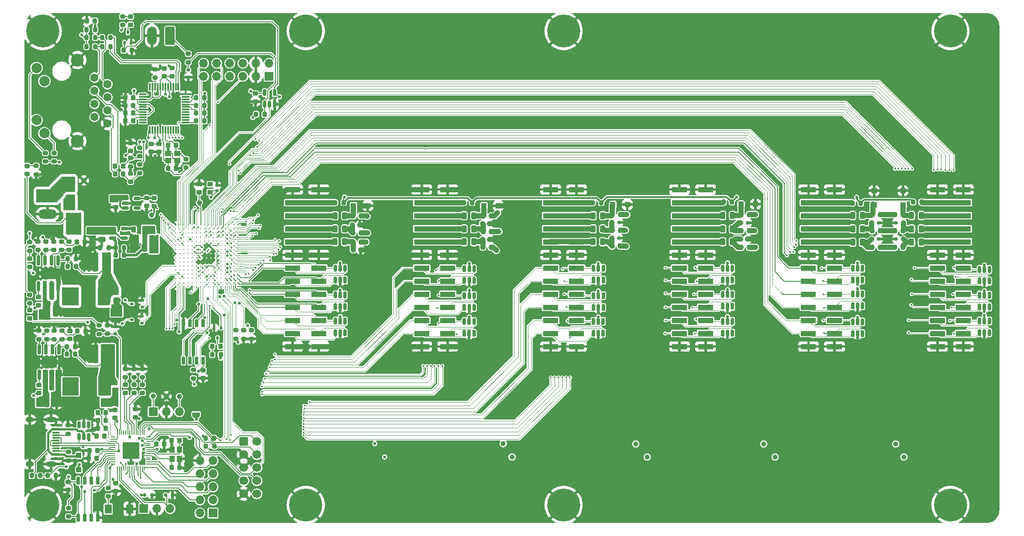
<source format=gtl>
G04 #@! TF.GenerationSoftware,KiCad,Pcbnew,8.0.4*
G04 #@! TF.CreationDate,2024-08-31T14:34:10+03:00*
G04 #@! TF.ProjectId,rioctrl-controller,72696f63-7472-46c2-9d63-6f6e74726f6c,rev?*
G04 #@! TF.SameCoordinates,Original*
G04 #@! TF.FileFunction,Copper,L1,Top*
G04 #@! TF.FilePolarity,Positive*
%FSLAX46Y46*%
G04 Gerber Fmt 4.6, Leading zero omitted, Abs format (unit mm)*
G04 Created by KiCad (PCBNEW 8.0.4) date 2024-08-31 14:34:10*
%MOMM*%
%LPD*%
G01*
G04 APERTURE LIST*
G04 Aperture macros list*
%AMRoundRect*
0 Rectangle with rounded corners*
0 $1 Rounding radius*
0 $2 $3 $4 $5 $6 $7 $8 $9 X,Y pos of 4 corners*
0 Add a 4 corners polygon primitive as box body*
4,1,4,$2,$3,$4,$5,$6,$7,$8,$9,$2,$3,0*
0 Add four circle primitives for the rounded corners*
1,1,$1+$1,$2,$3*
1,1,$1+$1,$4,$5*
1,1,$1+$1,$6,$7*
1,1,$1+$1,$8,$9*
0 Add four rect primitives between the rounded corners*
20,1,$1+$1,$2,$3,$4,$5,0*
20,1,$1+$1,$4,$5,$6,$7,0*
20,1,$1+$1,$6,$7,$8,$9,0*
20,1,$1+$1,$8,$9,$2,$3,0*%
%AMFreePoly0*
4,1,19,0.500000,-0.750000,0.000000,-0.750000,0.000000,-0.744911,-0.071157,-0.744911,-0.207708,-0.704816,-0.327430,-0.627875,-0.420627,-0.520320,-0.479746,-0.390866,-0.500000,-0.250000,-0.500000,0.250000,-0.479746,0.390866,-0.420627,0.520320,-0.327430,0.627875,-0.207708,0.704816,-0.071157,0.744911,0.000000,0.744911,0.000000,0.750000,0.500000,0.750000,0.500000,-0.750000,0.500000,-0.750000,
$1*%
%AMFreePoly1*
4,1,19,0.000000,0.744911,0.071157,0.744911,0.207708,0.704816,0.327430,0.627875,0.420627,0.520320,0.479746,0.390866,0.500000,0.250000,0.500000,-0.250000,0.479746,-0.390866,0.420627,-0.520320,0.327430,-0.627875,0.207708,-0.704816,0.071157,-0.744911,0.000000,-0.744911,0.000000,-0.750000,-0.500000,-0.750000,-0.500000,0.750000,0.000000,0.750000,0.000000,0.744911,0.000000,0.744911,
$1*%
G04 Aperture macros list end*
G04 #@! TA.AperFunction,SMDPad,CuDef*
%ADD10RoundRect,0.225000X0.225000X0.250000X-0.225000X0.250000X-0.225000X-0.250000X0.225000X-0.250000X0*%
G04 #@! TD*
G04 #@! TA.AperFunction,SMDPad,CuDef*
%ADD11RoundRect,0.200000X0.200000X0.275000X-0.200000X0.275000X-0.200000X-0.275000X0.200000X-0.275000X0*%
G04 #@! TD*
G04 #@! TA.AperFunction,SMDPad,CuDef*
%ADD12RoundRect,0.200000X-0.200000X-0.275000X0.200000X-0.275000X0.200000X0.275000X-0.200000X0.275000X0*%
G04 #@! TD*
G04 #@! TA.AperFunction,SMDPad,CuDef*
%ADD13RoundRect,0.218750X0.218750X0.256250X-0.218750X0.256250X-0.218750X-0.256250X0.218750X-0.256250X0*%
G04 #@! TD*
G04 #@! TA.AperFunction,SMDPad,CuDef*
%ADD14RoundRect,0.150000X-0.150000X-0.200000X0.150000X-0.200000X0.150000X0.200000X-0.150000X0.200000X0*%
G04 #@! TD*
G04 #@! TA.AperFunction,SMDPad,CuDef*
%ADD15RoundRect,0.250000X0.300000X-0.300000X0.300000X0.300000X-0.300000X0.300000X-0.300000X-0.300000X0*%
G04 #@! TD*
G04 #@! TA.AperFunction,SMDPad,CuDef*
%ADD16RoundRect,0.250000X0.250000X0.475000X-0.250000X0.475000X-0.250000X-0.475000X0.250000X-0.475000X0*%
G04 #@! TD*
G04 #@! TA.AperFunction,SMDPad,CuDef*
%ADD17R,3.000000X1.000000*%
G04 #@! TD*
G04 #@! TA.AperFunction,SMDPad,CuDef*
%ADD18RoundRect,0.243750X0.243750X0.456250X-0.243750X0.456250X-0.243750X-0.456250X0.243750X-0.456250X0*%
G04 #@! TD*
G04 #@! TA.AperFunction,SMDPad,CuDef*
%ADD19RoundRect,0.050000X0.050000X-0.387500X0.050000X0.387500X-0.050000X0.387500X-0.050000X-0.387500X0*%
G04 #@! TD*
G04 #@! TA.AperFunction,SMDPad,CuDef*
%ADD20RoundRect,0.050000X0.387500X-0.050000X0.387500X0.050000X-0.387500X0.050000X-0.387500X-0.050000X0*%
G04 #@! TD*
G04 #@! TA.AperFunction,ComponentPad*
%ADD21C,0.600000*%
G04 #@! TD*
G04 #@! TA.AperFunction,SMDPad,CuDef*
%ADD22RoundRect,0.144000X1.456000X-1.456000X1.456000X1.456000X-1.456000X1.456000X-1.456000X-1.456000X0*%
G04 #@! TD*
G04 #@! TA.AperFunction,SMDPad,CuDef*
%ADD23C,1.000000*%
G04 #@! TD*
G04 #@! TA.AperFunction,SMDPad,CuDef*
%ADD24RoundRect,0.150000X-0.150000X0.512500X-0.150000X-0.512500X0.150000X-0.512500X0.150000X0.512500X0*%
G04 #@! TD*
G04 #@! TA.AperFunction,SMDPad,CuDef*
%ADD25RoundRect,0.150000X0.150000X-0.512500X0.150000X0.512500X-0.150000X0.512500X-0.150000X-0.512500X0*%
G04 #@! TD*
G04 #@! TA.AperFunction,SMDPad,CuDef*
%ADD26RoundRect,0.200000X0.275000X-0.200000X0.275000X0.200000X-0.275000X0.200000X-0.275000X-0.200000X0*%
G04 #@! TD*
G04 #@! TA.AperFunction,SMDPad,CuDef*
%ADD27RoundRect,0.200000X-0.275000X0.200000X-0.275000X-0.200000X0.275000X-0.200000X0.275000X0.200000X0*%
G04 #@! TD*
G04 #@! TA.AperFunction,SMDPad,CuDef*
%ADD28RoundRect,0.225000X-0.225000X-0.250000X0.225000X-0.250000X0.225000X0.250000X-0.225000X0.250000X0*%
G04 #@! TD*
G04 #@! TA.AperFunction,SMDPad,CuDef*
%ADD29RoundRect,0.243750X-0.243750X-0.456250X0.243750X-0.456250X0.243750X0.456250X-0.243750X0.456250X0*%
G04 #@! TD*
G04 #@! TA.AperFunction,SMDPad,CuDef*
%ADD30RoundRect,0.218750X-0.218750X-0.256250X0.218750X-0.256250X0.218750X0.256250X-0.218750X0.256250X0*%
G04 #@! TD*
G04 #@! TA.AperFunction,SMDPad,CuDef*
%ADD31RoundRect,0.225000X-0.250000X0.225000X-0.250000X-0.225000X0.250000X-0.225000X0.250000X0.225000X0*%
G04 #@! TD*
G04 #@! TA.AperFunction,SMDPad,CuDef*
%ADD32RoundRect,0.150000X0.200000X-0.150000X0.200000X0.150000X-0.200000X0.150000X-0.200000X-0.150000X0*%
G04 #@! TD*
G04 #@! TA.AperFunction,SMDPad,CuDef*
%ADD33RoundRect,0.250000X-0.300000X-0.300000X0.300000X-0.300000X0.300000X0.300000X-0.300000X0.300000X0*%
G04 #@! TD*
G04 #@! TA.AperFunction,SMDPad,CuDef*
%ADD34RoundRect,0.225000X0.250000X-0.225000X0.250000X0.225000X-0.250000X0.225000X-0.250000X-0.225000X0*%
G04 #@! TD*
G04 #@! TA.AperFunction,SMDPad,CuDef*
%ADD35RoundRect,0.150000X-0.200000X0.150000X-0.200000X-0.150000X0.200000X-0.150000X0.200000X0.150000X0*%
G04 #@! TD*
G04 #@! TA.AperFunction,SMDPad,CuDef*
%ADD36RoundRect,0.218750X-0.256250X0.218750X-0.256250X-0.218750X0.256250X-0.218750X0.256250X0.218750X0*%
G04 #@! TD*
G04 #@! TA.AperFunction,SMDPad,CuDef*
%ADD37RoundRect,0.150000X0.150000X-0.825000X0.150000X0.825000X-0.150000X0.825000X-0.150000X-0.825000X0*%
G04 #@! TD*
G04 #@! TA.AperFunction,HeatsinkPad*
%ADD38C,0.500000*%
G04 #@! TD*
G04 #@! TA.AperFunction,HeatsinkPad*
%ADD39R,3.000000X2.290000*%
G04 #@! TD*
G04 #@! TA.AperFunction,SMDPad,CuDef*
%ADD40R,1.350000X1.800000*%
G04 #@! TD*
G04 #@! TA.AperFunction,ComponentPad*
%ADD41C,0.800000*%
G04 #@! TD*
G04 #@! TA.AperFunction,ComponentPad*
%ADD42C,6.400000*%
G04 #@! TD*
G04 #@! TA.AperFunction,SMDPad,CuDef*
%ADD43RoundRect,0.218750X0.256250X-0.218750X0.256250X0.218750X-0.256250X0.218750X-0.256250X-0.218750X0*%
G04 #@! TD*
G04 #@! TA.AperFunction,ComponentPad*
%ADD44R,1.700000X1.700000*%
G04 #@! TD*
G04 #@! TA.AperFunction,ComponentPad*
%ADD45O,1.700000X1.700000*%
G04 #@! TD*
G04 #@! TA.AperFunction,SMDPad,CuDef*
%ADD46RoundRect,0.150000X0.150000X0.200000X-0.150000X0.200000X-0.150000X-0.200000X0.150000X-0.200000X0*%
G04 #@! TD*
G04 #@! TA.AperFunction,SMDPad,CuDef*
%ADD47RoundRect,0.075000X-0.075000X0.662500X-0.075000X-0.662500X0.075000X-0.662500X0.075000X0.662500X0*%
G04 #@! TD*
G04 #@! TA.AperFunction,SMDPad,CuDef*
%ADD48RoundRect,0.075000X-0.662500X0.075000X-0.662500X-0.075000X0.662500X-0.075000X0.662500X0.075000X0*%
G04 #@! TD*
G04 #@! TA.AperFunction,SMDPad,CuDef*
%ADD49RoundRect,0.150000X0.512500X0.150000X-0.512500X0.150000X-0.512500X-0.150000X0.512500X-0.150000X0*%
G04 #@! TD*
G04 #@! TA.AperFunction,ComponentPad*
%ADD50RoundRect,0.250000X-0.600000X-0.600000X0.600000X-0.600000X0.600000X0.600000X-0.600000X0.600000X0*%
G04 #@! TD*
G04 #@! TA.AperFunction,ComponentPad*
%ADD51C,1.700000*%
G04 #@! TD*
G04 #@! TA.AperFunction,SMDPad,CuDef*
%ADD52R,1.450000X0.600000*%
G04 #@! TD*
G04 #@! TA.AperFunction,SMDPad,CuDef*
%ADD53R,1.450000X0.300000*%
G04 #@! TD*
G04 #@! TA.AperFunction,ComponentPad*
%ADD54O,2.100000X1.000000*%
G04 #@! TD*
G04 #@! TA.AperFunction,ComponentPad*
%ADD55O,1.600000X1.000000*%
G04 #@! TD*
G04 #@! TA.AperFunction,SMDPad,CuDef*
%ADD56RoundRect,0.250000X-0.250000X-0.475000X0.250000X-0.475000X0.250000X0.475000X-0.250000X0.475000X0*%
G04 #@! TD*
G04 #@! TA.AperFunction,SMDPad,CuDef*
%ADD57RoundRect,0.140000X0.170000X-0.140000X0.170000X0.140000X-0.170000X0.140000X-0.170000X-0.140000X0*%
G04 #@! TD*
G04 #@! TA.AperFunction,SMDPad,CuDef*
%ADD58RoundRect,0.218750X-0.218750X-0.381250X0.218750X-0.381250X0.218750X0.381250X-0.218750X0.381250X0*%
G04 #@! TD*
G04 #@! TA.AperFunction,ComponentPad*
%ADD59C,1.600000*%
G04 #@! TD*
G04 #@! TA.AperFunction,ComponentPad*
%ADD60C,2.500000*%
G04 #@! TD*
G04 #@! TA.AperFunction,ComponentPad*
%ADD61C,2.000000*%
G04 #@! TD*
G04 #@! TA.AperFunction,SMDPad,CuDef*
%ADD62RoundRect,0.112500X0.112500X0.237500X-0.112500X0.237500X-0.112500X-0.237500X0.112500X-0.237500X0*%
G04 #@! TD*
G04 #@! TA.AperFunction,SMDPad,CuDef*
%ADD63RoundRect,0.250000X-0.475000X0.250000X-0.475000X-0.250000X0.475000X-0.250000X0.475000X0.250000X0*%
G04 #@! TD*
G04 #@! TA.AperFunction,SMDPad,CuDef*
%ADD64R,2.400000X3.500000*%
G04 #@! TD*
G04 #@! TA.AperFunction,SMDPad,CuDef*
%ADD65RoundRect,0.150000X-0.512500X-0.150000X0.512500X-0.150000X0.512500X0.150000X-0.512500X0.150000X0*%
G04 #@! TD*
G04 #@! TA.AperFunction,SMDPad,CuDef*
%ADD66RoundRect,0.150000X0.150000X-0.650000X0.150000X0.650000X-0.150000X0.650000X-0.150000X-0.650000X0*%
G04 #@! TD*
G04 #@! TA.AperFunction,SMDPad,CuDef*
%ADD67RoundRect,0.112500X0.237500X-0.112500X0.237500X0.112500X-0.237500X0.112500X-0.237500X-0.112500X0*%
G04 #@! TD*
G04 #@! TA.AperFunction,SMDPad,CuDef*
%ADD68R,1.000000X0.900000*%
G04 #@! TD*
G04 #@! TA.AperFunction,SMDPad,CuDef*
%ADD69RoundRect,0.150000X-0.150000X0.650000X-0.150000X-0.650000X0.150000X-0.650000X0.150000X0.650000X0*%
G04 #@! TD*
G04 #@! TA.AperFunction,SMDPad,CuDef*
%ADD70R,1.150000X1.000000*%
G04 #@! TD*
G04 #@! TA.AperFunction,ComponentPad*
%ADD71RoundRect,0.250000X0.650000X1.550000X-0.650000X1.550000X-0.650000X-1.550000X0.650000X-1.550000X0*%
G04 #@! TD*
G04 #@! TA.AperFunction,ComponentPad*
%ADD72O,1.800000X3.600000*%
G04 #@! TD*
G04 #@! TA.AperFunction,SMDPad,CuDef*
%ADD73FreePoly0,270.000000*%
G04 #@! TD*
G04 #@! TA.AperFunction,SMDPad,CuDef*
%ADD74FreePoly1,270.000000*%
G04 #@! TD*
G04 #@! TA.AperFunction,BGAPad,CuDef*
%ADD75C,0.320000*%
G04 #@! TD*
G04 #@! TA.AperFunction,SMDPad,CuDef*
%ADD76RoundRect,0.112500X-0.112500X-0.237500X0.112500X-0.237500X0.112500X0.237500X-0.112500X0.237500X0*%
G04 #@! TD*
G04 #@! TA.AperFunction,ComponentPad*
%ADD77RoundRect,0.250000X-1.550000X0.650000X-1.550000X-0.650000X1.550000X-0.650000X1.550000X0.650000X0*%
G04 #@! TD*
G04 #@! TA.AperFunction,ComponentPad*
%ADD78O,3.600000X1.800000*%
G04 #@! TD*
G04 #@! TA.AperFunction,SMDPad,CuDef*
%ADD79R,1.000000X1.150000*%
G04 #@! TD*
G04 #@! TA.AperFunction,ViaPad*
%ADD80C,0.600000*%
G04 #@! TD*
G04 #@! TA.AperFunction,ViaPad*
%ADD81C,1.000000*%
G04 #@! TD*
G04 #@! TA.AperFunction,ViaPad*
%ADD82C,0.350000*%
G04 #@! TD*
G04 #@! TA.AperFunction,Conductor*
%ADD83C,0.800000*%
G04 #@! TD*
G04 #@! TA.AperFunction,Conductor*
%ADD84C,1.000000*%
G04 #@! TD*
G04 #@! TA.AperFunction,Conductor*
%ADD85C,0.300000*%
G04 #@! TD*
G04 #@! TA.AperFunction,Conductor*
%ADD86C,0.500000*%
G04 #@! TD*
G04 #@! TA.AperFunction,Conductor*
%ADD87C,0.200000*%
G04 #@! TD*
G04 #@! TA.AperFunction,Conductor*
%ADD88C,0.100000*%
G04 #@! TD*
G04 #@! TA.AperFunction,Conductor*
%ADD89C,0.400000*%
G04 #@! TD*
G04 #@! TA.AperFunction,Conductor*
%ADD90C,0.127000*%
G04 #@! TD*
G04 APERTURE END LIST*
D10*
G04 #@! TO.P,C41,1*
G04 #@! TO.N,/W5500 interface/3V3_ADD*
X79576295Y-58935000D03*
G04 #@! TO.P,C41,2*
G04 #@! TO.N,GND*
X78026295Y-58935000D03*
G04 #@! TD*
G04 #@! TO.P,C25,1*
G04 #@! TO.N,/RP2040 JTAG/1V1_RP2040*
X72425000Y-125950000D03*
G04 #@! TO.P,C25,2*
G04 #@! TO.N,GND*
X70875000Y-125950000D03*
G04 #@! TD*
D11*
G04 #@! TO.P,R22,1*
G04 #@! TO.N,/RP2040 JTAG/VBUS_SENSE*
X61525000Y-129300000D03*
G04 #@! TO.P,R22,2*
G04 #@! TO.N,VBUS*
X59875000Y-129300000D03*
G04 #@! TD*
D12*
G04 #@! TO.P,R41,1*
G04 #@! TO.N,/W5500 interface/3V3_ADD*
X70505000Y-42750000D03*
G04 #@! TO.P,R41,2*
G04 #@! TO.N,Net-(J6-TCT)*
X72155000Y-42750000D03*
G04 #@! TD*
D13*
G04 #@! TO.P,D11,1,K*
G04 #@! TO.N,Net-(D11-K)*
X96437500Y-104200000D03*
G04 #@! TO.P,D11,2,A*
G04 #@! TO.N,Net-(D11-A)*
X94862500Y-104200000D03*
G04 #@! TD*
D12*
G04 #@! TO.P,R23,1*
G04 #@! TO.N,/RP2040 JTAG/VBUS_SENSE*
X62925000Y-129300000D03*
G04 #@! TO.P,R23,2*
G04 #@! TO.N,GND*
X64575000Y-129300000D03*
G04 #@! TD*
D14*
G04 #@! TO.P,D6,1,A1*
G04 #@! TO.N,GND*
X83150000Y-133050000D03*
G04 #@! TO.P,D6,2,A2*
G04 #@! TO.N,/RP2040 JTAG/DBG_UART_TX*
X81750000Y-133050000D03*
G04 #@! TD*
D15*
G04 #@! TO.P,D27,1,A1*
G04 #@! TO.N,Net-(D27-A1)*
X223200000Y-76800000D03*
G04 #@! TO.P,D27,2,A2*
G04 #@! TO.N,GND*
X223200000Y-74000000D03*
G04 #@! TD*
D16*
G04 #@! TO.P,C11,1*
G04 #@! TO.N,Net-(C10-Pad1)*
X81662500Y-85037500D03*
G04 #@! TO.P,C11,2*
G04 #@! TO.N,GND*
X79762500Y-85037500D03*
G04 #@! TD*
D17*
G04 #@! TO.P,J14,1,Pin_1*
G04 #@! TO.N,GND*
X210480000Y-104240000D03*
G04 #@! TO.P,J14,2,Pin_2*
X215520000Y-104240000D03*
G04 #@! TO.P,J14,3,Pin_3*
G04 #@! TO.N,/FPGA/SE0*
X210480000Y-101700000D03*
G04 #@! TO.P,J14,4,Pin_4*
G04 #@! TO.N,/FPGA/SE6*
X215520000Y-101700000D03*
G04 #@! TO.P,J14,5,Pin_5*
G04 #@! TO.N,/FPGA/SE1*
X210480000Y-99160000D03*
G04 #@! TO.P,J14,6,Pin_6*
G04 #@! TO.N,/FPGA/SE7*
X215520000Y-99160000D03*
G04 #@! TO.P,J14,7,Pin_7*
G04 #@! TO.N,/FPGA/SE2*
X210480000Y-96620000D03*
G04 #@! TO.P,J14,8,Pin_8*
G04 #@! TO.N,/FPGA/SE8*
X215520000Y-96620000D03*
G04 #@! TO.P,J14,9,Pin_9*
G04 #@! TO.N,/FPGA/SE3*
X210480000Y-94080000D03*
G04 #@! TO.P,J14,10,Pin_10*
G04 #@! TO.N,/FPGA/SE9*
X215520000Y-94080000D03*
G04 #@! TO.P,J14,11,Pin_11*
G04 #@! TO.N,/FPGA/SE4*
X210480000Y-91540000D03*
G04 #@! TO.P,J14,12,Pin_12*
G04 #@! TO.N,/FPGA/SE10*
X215520000Y-91540000D03*
G04 #@! TO.P,J14,13,Pin_13*
G04 #@! TO.N,/FPGA/SE5*
X210480000Y-89000000D03*
G04 #@! TO.P,J14,14,Pin_14*
G04 #@! TO.N,/FPGA/SE11*
X215520000Y-89000000D03*
G04 #@! TO.P,J14,15,Pin_15*
G04 #@! TO.N,GND*
X210480000Y-86460000D03*
G04 #@! TO.P,J14,16,Pin_16*
X215520000Y-86460000D03*
G04 #@! TO.P,J14,17,Pin_17*
G04 #@! TO.N,Net-(J14-Pin_17)*
X210480000Y-83920000D03*
G04 #@! TO.P,J14,18,Pin_18*
X215520000Y-83920000D03*
G04 #@! TO.P,J14,19,Pin_19*
G04 #@! TO.N,Net-(J14-Pin_19)*
X210480000Y-81380000D03*
G04 #@! TO.P,J14,20,Pin_20*
X215520000Y-81380000D03*
G04 #@! TO.P,J14,21,Pin_21*
G04 #@! TO.N,Net-(J14-Pin_21)*
X210480000Y-78840000D03*
G04 #@! TO.P,J14,22,Pin_22*
X215520000Y-78840000D03*
G04 #@! TO.P,J14,23,Pin_23*
G04 #@! TO.N,Net-(J14-Pin_23)*
X210480000Y-76300000D03*
G04 #@! TO.P,J14,24,Pin_24*
X215520000Y-76300000D03*
G04 #@! TO.P,J14,25,Pin_25*
G04 #@! TO.N,GND*
X210480000Y-73760000D03*
G04 #@! TO.P,J14,26,Pin_26*
X215520000Y-73760000D03*
G04 #@! TD*
D18*
G04 #@! TO.P,F4,1*
G04 #@! TO.N,Net-(D19-A2)*
X145587500Y-83900000D03*
G04 #@! TO.P,F4,2*
G04 #@! TO.N,Net-(J11-Pin_17)*
X143712500Y-83900000D03*
G04 #@! TD*
D19*
G04 #@! TO.P,U7,1,IOVDD*
G04 #@! TO.N,+3V3*
X76500000Y-127875000D03*
G04 #@! TO.P,U7,2,GPIO0*
G04 #@! TO.N,/RP2040 JTAG/DBG_UART_TX*
X76900000Y-127875000D03*
G04 #@! TO.P,U7,3,GPIO1*
G04 #@! TO.N,/RP2040 JTAG/DBG_UART_RX*
X77300000Y-127875000D03*
G04 #@! TO.P,U7,4,GPIO2*
G04 #@! TO.N,/FPGA/SPI.CLK*
X77700000Y-127875000D03*
G04 #@! TO.P,U7,5,GPIO3*
G04 #@! TO.N,/FPGA/SPI.MOSI*
X78100000Y-127875000D03*
G04 #@! TO.P,U7,6,GPIO4*
G04 #@! TO.N,/FPGA/SPI.MISO*
X78500000Y-127875000D03*
G04 #@! TO.P,U7,7,GPIO5*
G04 #@! TO.N,/FPGA/SPI.CS*
X78900000Y-127875000D03*
G04 #@! TO.P,U7,8,GPIO6*
G04 #@! TO.N,/RP2040 JTAG/GPIO6*
X79300000Y-127875000D03*
G04 #@! TO.P,U7,9,GPIO7*
G04 #@! TO.N,/RP2040 JTAG/GPIO7*
X79700000Y-127875000D03*
G04 #@! TO.P,U7,10,IOVDD*
G04 #@! TO.N,+3V3*
X80100000Y-127875000D03*
G04 #@! TO.P,U7,11,GPIO8*
G04 #@! TO.N,/RP2040 JTAG/JTAG.TX*
X80500000Y-127875000D03*
G04 #@! TO.P,U7,12,GPIO9*
G04 #@! TO.N,/RP2040 JTAG/JTAG.RX*
X80900000Y-127875000D03*
G04 #@! TO.P,U7,13,GPIO10*
G04 #@! TO.N,/RP2040 JTAG/GPIO10*
X81300000Y-127875000D03*
G04 #@! TO.P,U7,14,GPIO11*
G04 #@! TO.N,/RP2040 JTAG/GPIO11*
X81700000Y-127875000D03*
D20*
G04 #@! TO.P,U7,15,GPIO12*
G04 #@! TO.N,/RP2040 JTAG/GPIO12*
X82537500Y-127037500D03*
G04 #@! TO.P,U7,16,GPIO13*
G04 #@! TO.N,/RP2040 JTAG/GPIO13*
X82537500Y-126637500D03*
G04 #@! TO.P,U7,17,GPIO14*
G04 #@! TO.N,unconnected-(U7-GPIO14-Pad17)*
X82537500Y-126237500D03*
G04 #@! TO.P,U7,18,GPIO15*
G04 #@! TO.N,unconnected-(U7-GPIO15-Pad18)*
X82537500Y-125837500D03*
G04 #@! TO.P,U7,19,TESTEN*
G04 #@! TO.N,GND*
X82537500Y-125437500D03*
G04 #@! TO.P,U7,20,XIN*
G04 #@! TO.N,Net-(U7-XIN)*
X82537500Y-125037500D03*
G04 #@! TO.P,U7,21,XOUT*
G04 #@! TO.N,Net-(U7-XOUT)*
X82537500Y-124637500D03*
G04 #@! TO.P,U7,22,IOVDD*
G04 #@! TO.N,+3V3*
X82537500Y-124237500D03*
G04 #@! TO.P,U7,23,DVDD*
G04 #@! TO.N,/RP2040 JTAG/1V1_RP2040*
X82537500Y-123837500D03*
G04 #@! TO.P,U7,24,SWCLK*
G04 #@! TO.N,/RP2040 JTAG/SWCLK*
X82537500Y-123437500D03*
G04 #@! TO.P,U7,25,SWD*
G04 #@! TO.N,/RP2040 JTAG/SWD*
X82537500Y-123037500D03*
G04 #@! TO.P,U7,26,RUN*
G04 #@! TO.N,Net-(JP1-B)*
X82537500Y-122637500D03*
G04 #@! TO.P,U7,27,GPIO16*
G04 #@! TO.N,/RP2040 JTAG/JTAG.TDI*
X82537500Y-122237500D03*
G04 #@! TO.P,U7,28,GPIO17*
G04 #@! TO.N,/RP2040 JTAG/JTAG.TDO*
X82537500Y-121837500D03*
D19*
G04 #@! TO.P,U7,29,GPIO18*
G04 #@! TO.N,/RP2040 JTAG/JTAG.TCK*
X81700000Y-121000000D03*
G04 #@! TO.P,U7,30,GPIO19*
G04 #@! TO.N,/RP2040 JTAG/JTAG.TMS*
X81300000Y-121000000D03*
G04 #@! TO.P,U7,31,GPIO20*
G04 #@! TO.N,/RP2040 JTAG/JTAG.RST*
X80900000Y-121000000D03*
G04 #@! TO.P,U7,32,GPIO21*
G04 #@! TO.N,/RP2040 JTAG/JTAG.TRST*
X80500000Y-121000000D03*
G04 #@! TO.P,U7,33,IOVDD*
G04 #@! TO.N,+3V3*
X80100000Y-121000000D03*
G04 #@! TO.P,U7,34,GPIO22*
G04 #@! TO.N,/RP2040 JTAG/LED_BLUE*
X79700000Y-121000000D03*
G04 #@! TO.P,U7,35,GPIO23*
G04 #@! TO.N,/RP2040 JTAG/LED_GRN*
X79300000Y-121000000D03*
G04 #@! TO.P,U7,36,GPIO24*
G04 #@! TO.N,/RP2040 JTAG/VBUS_SENSE*
X78900000Y-121000000D03*
G04 #@! TO.P,U7,37,GPIO25*
G04 #@! TO.N,/RP2040 JTAG/LED_RED*
X78500000Y-121000000D03*
G04 #@! TO.P,U7,38,GPIO26_ADC0*
G04 #@! TO.N,unconnected-(U7-GPIO26_ADC0-Pad38)*
X78100000Y-121000000D03*
G04 #@! TO.P,U7,39,GPIO27_ADC1*
G04 #@! TO.N,unconnected-(U7-GPIO27_ADC1-Pad39)*
X77700000Y-121000000D03*
G04 #@! TO.P,U7,40,GPIO28_ADC2*
G04 #@! TO.N,unconnected-(U7-GPIO28_ADC2-Pad40)*
X77300000Y-121000000D03*
G04 #@! TO.P,U7,41,GPIO29_ADC3*
G04 #@! TO.N,/RP2040 JTAG/VIN_SENSE*
X76900000Y-121000000D03*
G04 #@! TO.P,U7,42,IOVDD*
G04 #@! TO.N,+3V3*
X76500000Y-121000000D03*
D20*
G04 #@! TO.P,U7,43,ADC_AVDD*
G04 #@! TO.N,Net-(U7-ADC_AVDD)*
X75662500Y-121837500D03*
G04 #@! TO.P,U7,44,VREG_IN*
G04 #@! TO.N,+3V3*
X75662500Y-122237500D03*
G04 #@! TO.P,U7,45,VREG_VOUT*
G04 #@! TO.N,/RP2040 JTAG/1V1_RP2040*
X75662500Y-122637500D03*
G04 #@! TO.P,U7,46,USB_DM*
G04 #@! TO.N,/RP2040 JTAG/USB_D_N*
X75662500Y-123037500D03*
G04 #@! TO.P,U7,47,USB_DP*
G04 #@! TO.N,/RP2040 JTAG/USB_D_P*
X75662500Y-123437500D03*
G04 #@! TO.P,U7,48,USB_VDD*
G04 #@! TO.N,+3V3*
X75662500Y-123837500D03*
G04 #@! TO.P,U7,49,IOVDD*
X75662500Y-124237500D03*
G04 #@! TO.P,U7,50,DVDD*
G04 #@! TO.N,/RP2040 JTAG/1V1_RP2040*
X75662500Y-124637500D03*
G04 #@! TO.P,U7,51,QSPI_SD3*
G04 #@! TO.N,Net-(U5-IO3)*
X75662500Y-125037500D03*
G04 #@! TO.P,U7,52,QSPI_SCLK*
G04 #@! TO.N,/RP2040 JTAG/FLASH_CLK*
X75662500Y-125437500D03*
G04 #@! TO.P,U7,53,QSPI_SD0*
G04 #@! TO.N,Net-(U5-DI(IO0))*
X75662500Y-125837500D03*
G04 #@! TO.P,U7,54,QSPI_SD2*
G04 #@! TO.N,Net-(U5-IO2)*
X75662500Y-126237500D03*
G04 #@! TO.P,U7,55,QSPI_SD1*
G04 #@! TO.N,Net-(U5-DO(IO1))*
X75662500Y-126637500D03*
G04 #@! TO.P,U7,56,QSPI_SS*
G04 #@! TO.N,/RP2040 JTAG/FLASH_CS*
X75662500Y-127037500D03*
D21*
G04 #@! TO.P,U7,57,GND*
G04 #@! TO.N,GND*
X77825000Y-125712500D03*
X79100000Y-125712500D03*
X80375000Y-125712500D03*
X77825000Y-124437500D03*
X79100000Y-124437500D03*
D22*
X79100000Y-124437500D03*
D21*
X80375000Y-124437500D03*
X77825000Y-123162500D03*
X79100000Y-123162500D03*
X80375000Y-123162500D03*
G04 #@! TD*
D23*
G04 #@! TO.P,TP8,1,1*
G04 #@! TO.N,/RP2040 JTAG/SWD*
X83400000Y-113850000D03*
G04 #@! TD*
D24*
G04 #@! TO.P,U6,1,I/O1*
G04 #@! TO.N,unconnected-(U6-I{slash}O1-Pad1)*
X70950000Y-119412500D03*
G04 #@! TO.P,U6,2,GND*
G04 #@! TO.N,GND*
X70000000Y-119412500D03*
G04 #@! TO.P,U6,3,I/O2*
G04 #@! TO.N,unconnected-(U6-I{slash}O2-Pad3)*
X69050000Y-119412500D03*
G04 #@! TO.P,U6,4,I/O3*
G04 #@! TO.N,/RP2040 JTAG/USB_D_N*
X69050000Y-121687500D03*
G04 #@! TO.P,U6,5,VBUS*
G04 #@! TO.N,VBUS*
X70000000Y-121687500D03*
G04 #@! TO.P,U6,6,I/O4*
G04 #@! TO.N,/RP2040 JTAG/USB_D_P*
X70950000Y-121687500D03*
G04 #@! TD*
D11*
G04 #@! TO.P,R61,1*
G04 #@! TO.N,/SlotEN*
X220625000Y-76400000D03*
G04 #@! TO.P,R61,2*
G04 #@! TO.N,Net-(J14-Pin_23)*
X218975000Y-76400000D03*
G04 #@! TD*
D25*
G04 #@! TO.P,U27,1,IO1*
G04 #@! TO.N,/FPGA/SA0*
X118750000Y-101587500D03*
G04 #@! TO.P,U27,2,VN*
G04 #@! TO.N,GND*
X119700000Y-101587500D03*
G04 #@! TO.P,U27,3,IO2*
G04 #@! TO.N,/FPGA/SA6*
X120650000Y-101587500D03*
G04 #@! TO.P,U27,4,IO3*
G04 #@! TO.N,/FPGA/SA1*
X120650000Y-99312500D03*
G04 #@! TO.P,U27,5,VP*
G04 #@! TO.N,+3V3*
X119700000Y-99312500D03*
G04 #@! TO.P,U27,6,IO4*
G04 #@! TO.N,/FPGA/SA7*
X118750000Y-99312500D03*
G04 #@! TD*
G04 #@! TO.P,U21,1,IO1*
G04 #@! TO.N,/FPGA/SD0*
X193850000Y-101637500D03*
G04 #@! TO.P,U21,2,VN*
G04 #@! TO.N,GND*
X194800000Y-101637500D03*
G04 #@! TO.P,U21,3,IO2*
G04 #@! TO.N,/FPGA/SD6*
X195750000Y-101637500D03*
G04 #@! TO.P,U21,4,IO3*
G04 #@! TO.N,/FPGA/SD1*
X195750000Y-99362500D03*
G04 #@! TO.P,U21,5,VP*
G04 #@! TO.N,+3V3*
X194800000Y-99362500D03*
G04 #@! TO.P,U21,6,IO4*
G04 #@! TO.N,/FPGA/SD7*
X193850000Y-99362500D03*
G04 #@! TD*
D17*
G04 #@! TO.P,J11,1,Pin_1*
G04 #@! TO.N,GND*
X135480000Y-104240000D03*
G04 #@! TO.P,J11,2,Pin_2*
X140520000Y-104240000D03*
G04 #@! TO.P,J11,3,Pin_3*
G04 #@! TO.N,/FPGA/SB0*
X135480000Y-101700000D03*
G04 #@! TO.P,J11,4,Pin_4*
G04 #@! TO.N,/FPGA/SB6*
X140520000Y-101700000D03*
G04 #@! TO.P,J11,5,Pin_5*
G04 #@! TO.N,/FPGA/SB1*
X135480000Y-99160000D03*
G04 #@! TO.P,J11,6,Pin_6*
G04 #@! TO.N,/FPGA/SB7*
X140520000Y-99160000D03*
G04 #@! TO.P,J11,7,Pin_7*
G04 #@! TO.N,/FPGA/SB2*
X135480000Y-96620000D03*
G04 #@! TO.P,J11,8,Pin_8*
G04 #@! TO.N,/FPGA/SB8*
X140520000Y-96620000D03*
G04 #@! TO.P,J11,9,Pin_9*
G04 #@! TO.N,/FPGA/SB3*
X135480000Y-94080000D03*
G04 #@! TO.P,J11,10,Pin_10*
G04 #@! TO.N,/FPGA/SB9*
X140520000Y-94080000D03*
G04 #@! TO.P,J11,11,Pin_11*
G04 #@! TO.N,/FPGA/SB4*
X135480000Y-91540000D03*
G04 #@! TO.P,J11,12,Pin_12*
G04 #@! TO.N,/FPGA/SB10*
X140520000Y-91540000D03*
G04 #@! TO.P,J11,13,Pin_13*
G04 #@! TO.N,/FPGA/SB5*
X135480000Y-89000000D03*
G04 #@! TO.P,J11,14,Pin_14*
G04 #@! TO.N,/FPGA/SB11*
X140520000Y-89000000D03*
G04 #@! TO.P,J11,15,Pin_15*
G04 #@! TO.N,GND*
X135480000Y-86460000D03*
G04 #@! TO.P,J11,16,Pin_16*
X140520000Y-86460000D03*
G04 #@! TO.P,J11,17,Pin_17*
G04 #@! TO.N,Net-(J11-Pin_17)*
X135480000Y-83920000D03*
G04 #@! TO.P,J11,18,Pin_18*
X140520000Y-83920000D03*
G04 #@! TO.P,J11,19,Pin_19*
G04 #@! TO.N,Net-(J11-Pin_19)*
X135480000Y-81380000D03*
G04 #@! TO.P,J11,20,Pin_20*
X140520000Y-81380000D03*
G04 #@! TO.P,J11,21,Pin_21*
G04 #@! TO.N,Net-(J11-Pin_21)*
X135480000Y-78840000D03*
G04 #@! TO.P,J11,22,Pin_22*
X140520000Y-78840000D03*
G04 #@! TO.P,J11,23,Pin_23*
G04 #@! TO.N,Net-(J11-Pin_23)*
X135480000Y-76300000D03*
G04 #@! TO.P,J11,24,Pin_24*
X140520000Y-76300000D03*
G04 #@! TO.P,J11,25,Pin_25*
G04 #@! TO.N,GND*
X135480000Y-73760000D03*
G04 #@! TO.P,J11,26,Pin_26*
X140520000Y-73760000D03*
G04 #@! TD*
D18*
G04 #@! TO.P,F13,1*
G04 #@! TO.N,Net-(D28-A2)*
X220937500Y-84000000D03*
G04 #@! TO.P,F13,2*
G04 #@! TO.N,Net-(J14-Pin_17)*
X219062500Y-84000000D03*
G04 #@! TD*
D26*
G04 #@! TO.P,R46,1*
G04 #@! TO.N,+3V3*
X99450000Y-102725000D03*
G04 #@! TO.P,R46,2*
G04 #@! TO.N,/FPGA/CFG_1*
X99450000Y-101075000D03*
G04 #@! TD*
D27*
G04 #@! TO.P,R42,1*
G04 #@! TO.N,Net-(C44-Pad1)*
X79051295Y-67650000D03*
G04 #@! TO.P,R42,2*
G04 #@! TO.N,Net-(J6-RCT)*
X79051295Y-69300000D03*
G04 #@! TD*
D18*
G04 #@! TO.P,F14,1*
G04 #@! TO.N,Net-(D27-A1)*
X220937500Y-78800000D03*
G04 #@! TO.P,F14,2*
G04 #@! TO.N,Net-(J14-Pin_21)*
X219062500Y-78800000D03*
G04 #@! TD*
D26*
G04 #@! TO.P,R3,1*
G04 #@! TO.N,Net-(U3-RT)*
X61250000Y-102825000D03*
G04 #@! TO.P,R3,2*
G04 #@! TO.N,GND*
X61250000Y-101175000D03*
G04 #@! TD*
D28*
G04 #@! TO.P,C23,1*
G04 #@! TO.N,GND*
X87000000Y-122525000D03*
G04 #@! TO.P,C23,2*
G04 #@! TO.N,Net-(U7-XOUT)*
X88550000Y-122525000D03*
G04 #@! TD*
D23*
G04 #@! TO.P,TP5,1,1*
G04 #@! TO.N,+24V*
X67500000Y-80500000D03*
G04 #@! TD*
D29*
G04 #@! TO.P,F9,1*
G04 #@! TO.N,Net-(J12-Pin_19)*
X168712500Y-81400000D03*
G04 #@! TO.P,F9,2*
G04 #@! TO.N,Net-(D23-A1)*
X170587500Y-81400000D03*
G04 #@! TD*
D25*
G04 #@! TO.P,U26,1,IO1*
G04 #@! TO.N,/FPGA/SE4*
X219050000Y-91337500D03*
G04 #@! TO.P,U26,2,VN*
G04 #@! TO.N,GND*
X220000000Y-91337500D03*
G04 #@! TO.P,U26,3,IO2*
G04 #@! TO.N,/FPGA/SE10*
X220950000Y-91337500D03*
G04 #@! TO.P,U26,4,IO3*
G04 #@! TO.N,/FPGA/SE5*
X220950000Y-89062500D03*
G04 #@! TO.P,U26,5,VP*
G04 #@! TO.N,+3V3*
X220000000Y-89062500D03*
G04 #@! TO.P,U26,6,IO4*
G04 #@! TO.N,/FPGA/SE11*
X219050000Y-89062500D03*
G04 #@! TD*
D11*
G04 #@! TO.P,R10,1*
G04 #@! TO.N,Net-(C10-Pad1)*
X77787500Y-85037500D03*
G04 #@! TO.P,R10,2*
G04 #@! TO.N,Net-(U1-FB)*
X76137500Y-85037500D03*
G04 #@! TD*
D25*
G04 #@! TO.P,U28,1,IO1*
G04 #@! TO.N,/FPGA/SF2*
X243650000Y-96537500D03*
G04 #@! TO.P,U28,2,VN*
G04 #@! TO.N,GND*
X244600000Y-96537500D03*
G04 #@! TO.P,U28,3,IO2*
G04 #@! TO.N,/FPGA/SF8*
X245550000Y-96537500D03*
G04 #@! TO.P,U28,4,IO3*
G04 #@! TO.N,/FPGA/SF3*
X245550000Y-94262500D03*
G04 #@! TO.P,U28,5,VP*
G04 #@! TO.N,+3V3*
X244600000Y-94262500D03*
G04 #@! TO.P,U28,6,IO4*
G04 #@! TO.N,/FPGA/SF9*
X243650000Y-94262500D03*
G04 #@! TD*
D11*
G04 #@! TO.P,R14,1*
G04 #@! TO.N,Net-(C16-Pad1)*
X68325000Y-105750000D03*
G04 #@! TO.P,R14,2*
G04 #@! TO.N,Net-(U3-VSENSE)*
X66675000Y-105750000D03*
G04 #@! TD*
D26*
G04 #@! TO.P,R27,1*
G04 #@! TO.N,/RP2040 JTAG/VIN_SENSE*
X74550000Y-101775000D03*
G04 #@! TO.P,R27,2*
G04 #@! TO.N,GND*
X74550000Y-100125000D03*
G04 #@! TD*
D13*
G04 #@! TO.P,FB17,1*
G04 #@! TO.N,+3V3*
X198987500Y-85000000D03*
G04 #@! TO.P,FB17,2*
G04 #@! TO.N,Net-(D25-A2)*
X197412500Y-85000000D03*
G04 #@! TD*
D30*
G04 #@! TO.P,FB6,1*
G04 #@! TO.N,+3V3*
X72662500Y-117100000D03*
G04 #@! TO.P,FB6,2*
G04 #@! TO.N,Net-(U7-ADC_AVDD)*
X74237500Y-117100000D03*
G04 #@! TD*
D31*
G04 #@! TO.P,C36,1*
G04 #@! TO.N,+3V3*
X83051295Y-64910000D03*
G04 #@! TO.P,C36,2*
G04 #@! TO.N,GND*
X83051295Y-66460000D03*
G04 #@! TD*
D30*
G04 #@! TO.P,FB24,1*
G04 #@! TO.N,+24V*
X227212500Y-78600000D03*
G04 #@! TO.P,FB24,2*
G04 #@! TO.N,Net-(D30-A1)*
X228787500Y-78600000D03*
G04 #@! TD*
D17*
G04 #@! TO.P,J12,1,Pin_1*
G04 #@! TO.N,GND*
X160480000Y-104240000D03*
G04 #@! TO.P,J12,2,Pin_2*
X165520000Y-104240000D03*
G04 #@! TO.P,J12,3,Pin_3*
G04 #@! TO.N,/FPGA/SC0*
X160480000Y-101700000D03*
G04 #@! TO.P,J12,4,Pin_4*
G04 #@! TO.N,/FPGA/SC6*
X165520000Y-101700000D03*
G04 #@! TO.P,J12,5,Pin_5*
G04 #@! TO.N,/FPGA/SC1*
X160480000Y-99160000D03*
G04 #@! TO.P,J12,6,Pin_6*
G04 #@! TO.N,/FPGA/SC7*
X165520000Y-99160000D03*
G04 #@! TO.P,J12,7,Pin_7*
G04 #@! TO.N,/FPGA/SC2*
X160480000Y-96620000D03*
G04 #@! TO.P,J12,8,Pin_8*
G04 #@! TO.N,/FPGA/SC8*
X165520000Y-96620000D03*
G04 #@! TO.P,J12,9,Pin_9*
G04 #@! TO.N,/FPGA/SC3*
X160480000Y-94080000D03*
G04 #@! TO.P,J12,10,Pin_10*
G04 #@! TO.N,/FPGA/SC9*
X165520000Y-94080000D03*
G04 #@! TO.P,J12,11,Pin_11*
G04 #@! TO.N,/FPGA/SC4*
X160480000Y-91540000D03*
G04 #@! TO.P,J12,12,Pin_12*
G04 #@! TO.N,/FPGA/SC10*
X165520000Y-91540000D03*
G04 #@! TO.P,J12,13,Pin_13*
G04 #@! TO.N,/FPGA/SC5*
X160480000Y-89000000D03*
G04 #@! TO.P,J12,14,Pin_14*
G04 #@! TO.N,/FPGA/SC11*
X165520000Y-89000000D03*
G04 #@! TO.P,J12,15,Pin_15*
G04 #@! TO.N,GND*
X160480000Y-86460000D03*
G04 #@! TO.P,J12,16,Pin_16*
X165520000Y-86460000D03*
G04 #@! TO.P,J12,17,Pin_17*
G04 #@! TO.N,Net-(J12-Pin_17)*
X160480000Y-83920000D03*
G04 #@! TO.P,J12,18,Pin_18*
X165520000Y-83920000D03*
G04 #@! TO.P,J12,19,Pin_19*
G04 #@! TO.N,Net-(J12-Pin_19)*
X160480000Y-81380000D03*
G04 #@! TO.P,J12,20,Pin_20*
X165520000Y-81380000D03*
G04 #@! TO.P,J12,21,Pin_21*
G04 #@! TO.N,Net-(J12-Pin_21)*
X160480000Y-78840000D03*
G04 #@! TO.P,J12,22,Pin_22*
X165520000Y-78840000D03*
G04 #@! TO.P,J12,23,Pin_23*
G04 #@! TO.N,Net-(J12-Pin_23)*
X160480000Y-76300000D03*
G04 #@! TO.P,J12,24,Pin_24*
X165520000Y-76300000D03*
G04 #@! TO.P,J12,25,Pin_25*
G04 #@! TO.N,GND*
X160480000Y-73760000D03*
G04 #@! TO.P,J12,26,Pin_26*
X165520000Y-73760000D03*
G04 #@! TD*
D32*
G04 #@! TO.P,D8,1,A1*
G04 #@! TO.N,GND*
X76100000Y-100350000D03*
G04 #@! TO.P,D8,2,A2*
G04 #@! TO.N,/RP2040 JTAG/VIN_SENSE*
X76100000Y-101750000D03*
G04 #@! TD*
D26*
G04 #@! TO.P,R18,1*
G04 #@! TO.N,Net-(D3-K)*
X79700000Y-110225000D03*
G04 #@! TO.P,R18,2*
G04 #@! TO.N,GND*
X79700000Y-108575000D03*
G04 #@! TD*
D33*
G04 #@! TO.P,D13,1,A1*
G04 #@! TO.N,Net-(D13-A1)*
X122250000Y-76900000D03*
G04 #@! TO.P,D13,2,A2*
G04 #@! TO.N,GND*
X125050000Y-76900000D03*
G04 #@! TD*
D34*
G04 #@! TO.P,C29,1*
G04 #@! TO.N,+3V3*
X75950000Y-118075000D03*
G04 #@! TO.P,C29,2*
G04 #@! TO.N,GND*
X75950000Y-116525000D03*
G04 #@! TD*
D14*
G04 #@! TO.P,D7,1,A1*
G04 #@! TO.N,GND*
X87200000Y-133100000D03*
G04 #@! TO.P,D7,2,A2*
G04 #@! TO.N,/RP2040 JTAG/DBG_UART_RX*
X85800000Y-133100000D03*
G04 #@! TD*
D23*
G04 #@! TO.P,TP2,1,1*
G04 #@! TO.N,+3V3*
X76250000Y-114750000D03*
G04 #@! TD*
D11*
G04 #@! TO.P,R58,1*
G04 #@! TO.N,/SlotEN*
X145275000Y-76300000D03*
G04 #@! TO.P,R58,2*
G04 #@! TO.N,Net-(J11-Pin_23)*
X143625000Y-76300000D03*
G04 #@! TD*
D25*
G04 #@! TO.P,U15,1,IO1*
G04 #@! TO.N,/FPGA/SB0*
X143737500Y-101687500D03*
G04 #@! TO.P,U15,2,VN*
G04 #@! TO.N,GND*
X144687500Y-101687500D03*
G04 #@! TO.P,U15,3,IO2*
G04 #@! TO.N,/FPGA/SB6*
X145637500Y-101687500D03*
G04 #@! TO.P,U15,4,IO3*
G04 #@! TO.N,/FPGA/SB1*
X145637500Y-99412500D03*
G04 #@! TO.P,U15,5,VP*
G04 #@! TO.N,+3V3*
X144687500Y-99412500D03*
G04 #@! TO.P,U15,6,IO4*
G04 #@! TO.N,/FPGA/SB7*
X143737500Y-99412500D03*
G04 #@! TD*
D35*
G04 #@! TO.P,D16,1,A1*
G04 #@! TO.N,GND*
X90250000Y-51950000D03*
G04 #@! TO.P,D16,2,A2*
G04 #@! TO.N,Net-(D16-A2)*
X90250000Y-50550000D03*
G04 #@! TD*
D14*
G04 #@! TO.P,D32,1,A1*
G04 #@! TO.N,Net-(D32-A1)*
X228900000Y-80200000D03*
G04 #@! TO.P,D32,2,A2*
G04 #@! TO.N,GND*
X227500000Y-80200000D03*
G04 #@! TD*
D15*
G04 #@! TO.P,D9,1,K*
G04 #@! TO.N,+5V*
X69000000Y-128150000D03*
G04 #@! TO.P,D9,2,A*
G04 #@! TO.N,VBUS*
X69000000Y-125350000D03*
G04 #@! TD*
D25*
G04 #@! TO.P,U12,1,IO1*
G04 #@! TO.N,/FPGA/SA2*
X118750000Y-96487500D03*
G04 #@! TO.P,U12,2,VN*
G04 #@! TO.N,GND*
X119700000Y-96487500D03*
G04 #@! TO.P,U12,3,IO2*
G04 #@! TO.N,/FPGA/SA8*
X120650000Y-96487500D03*
G04 #@! TO.P,U12,4,IO3*
G04 #@! TO.N,/FPGA/SA3*
X120650000Y-94212500D03*
G04 #@! TO.P,U12,5,VP*
G04 #@! TO.N,+3V3*
X119700000Y-94212500D03*
G04 #@! TO.P,U12,6,IO4*
G04 #@! TO.N,/FPGA/SA9*
X118750000Y-94212500D03*
G04 #@! TD*
D12*
G04 #@! TO.P,R40,1*
G04 #@! TO.N,/W5500 interface/3V3_ADD*
X70505000Y-44250000D03*
G04 #@! TO.P,R40,2*
G04 #@! TO.N,Net-(J6-TD-)*
X72155000Y-44250000D03*
G04 #@! TD*
D14*
G04 #@! TO.P,D19,1,A1*
G04 #@! TO.N,GND*
X148650000Y-83450000D03*
G04 #@! TO.P,D19,2,A2*
G04 #@! TO.N,Net-(D19-A2)*
X147250000Y-83450000D03*
G04 #@! TD*
D11*
G04 #@! TO.P,R59,1*
G04 #@! TO.N,/SlotEN*
X170275000Y-76300000D03*
G04 #@! TO.P,R59,2*
G04 #@! TO.N,Net-(J12-Pin_23)*
X168625000Y-76300000D03*
G04 #@! TD*
D27*
G04 #@! TO.P,R4,1*
G04 #@! TO.N,+24V*
X62620000Y-83850000D03*
G04 #@! TO.P,R4,2*
G04 #@! TO.N,Net-(U2-EN)*
X62620000Y-85500000D03*
G04 #@! TD*
D34*
G04 #@! TO.P,C42,1*
G04 #@! TO.N,GND*
X103250000Y-56675000D03*
G04 #@! TO.P,C42,2*
G04 #@! TO.N,+3V3*
X103250000Y-55125000D03*
G04 #@! TD*
G04 #@! TO.P,C32,1*
G04 #@! TO.N,+3V3*
X80000000Y-117975000D03*
G04 #@! TO.P,C32,2*
G04 #@! TO.N,GND*
X80000000Y-116425000D03*
G04 #@! TD*
D15*
G04 #@! TO.P,D30,1,A1*
G04 #@! TO.N,Net-(D30-A1)*
X228800000Y-76800000D03*
G04 #@! TO.P,D30,2,A2*
G04 #@! TO.N,GND*
X228800000Y-74000000D03*
G04 #@! TD*
D11*
G04 #@! TO.P,R32,1*
G04 #@! TO.N,+3V3*
X93376295Y-60435000D03*
G04 #@! TO.P,R32,2*
G04 #@! TO.N,/FPGA/W5500.nRST*
X91726295Y-60435000D03*
G04 #@! TD*
D36*
G04 #@! TO.P,D3,1,K*
G04 #@! TO.N,Net-(D3-K)*
X79700000Y-111672500D03*
G04 #@! TO.P,D3,2,A*
G04 #@! TO.N,/RP2040 JTAG/LED_GRN*
X79700000Y-113247500D03*
G04 #@! TD*
D37*
G04 #@! TO.P,U2,1,BOOT*
G04 #@! TO.N,Net-(U2-BOOT)*
X61190000Y-92500000D03*
G04 #@! TO.P,U2,2,VIN*
G04 #@! TO.N,+24V*
X62460000Y-92500000D03*
G04 #@! TO.P,U2,3,PH*
G04 #@! TO.N,Net-(U2-PH)*
X63730000Y-92500000D03*
G04 #@! TO.P,U2,4,GND*
G04 #@! TO.N,GND*
X65000000Y-92500000D03*
G04 #@! TO.P,U2,5,VSENSE*
G04 #@! TO.N,Net-(U2-VSENSE)*
X65000000Y-87550000D03*
G04 #@! TO.P,U2,6,COMP*
G04 #@! TO.N,Net-(U2-COMP)*
X63730000Y-87550000D03*
G04 #@! TO.P,U2,7,EN*
G04 #@! TO.N,Net-(U2-EN)*
X62460000Y-87550000D03*
G04 #@! TO.P,U2,8,RT*
G04 #@! TO.N,Net-(U2-RT)*
X61190000Y-87550000D03*
D38*
G04 #@! TO.P,U2,9,EXP*
G04 #@! TO.N,GND*
X62095000Y-90675000D03*
X63095000Y-90675000D03*
X64095000Y-90675000D03*
D39*
X63095000Y-90025000D03*
D38*
X62095000Y-89375000D03*
X63095000Y-89375000D03*
X64095000Y-89375000D03*
G04 #@! TD*
D28*
G04 #@! TO.P,C4,1*
G04 #@! TO.N,+24V*
X63120000Y-95925000D03*
G04 #@! TO.P,C4,2*
G04 #@! TO.N,GND*
X64670000Y-95925000D03*
G04 #@! TD*
D16*
G04 #@! TO.P,C15,1*
G04 #@! TO.N,Net-(C15-Pad1)*
X74095000Y-88925000D03*
G04 #@! TO.P,C15,2*
G04 #@! TO.N,GND*
X72195000Y-88925000D03*
G04 #@! TD*
D29*
G04 #@! TO.P,F15,1*
G04 #@! TO.N,Net-(J14-Pin_19)*
X219062500Y-81400000D03*
G04 #@! TO.P,F15,2*
G04 #@! TO.N,Net-(D29-A1)*
X220937500Y-81400000D03*
G04 #@! TD*
D18*
G04 #@! TO.P,F1,1*
G04 #@! TO.N,Net-(D14-A2)*
X120537500Y-83900000D03*
G04 #@! TO.P,F1,2*
G04 #@! TO.N,Net-(J9-Pin_17)*
X118662500Y-83900000D03*
G04 #@! TD*
D25*
G04 #@! TO.P,U17,1,IO1*
G04 #@! TO.N,/FPGA/SB4*
X143750000Y-91437500D03*
G04 #@! TO.P,U17,2,VN*
G04 #@! TO.N,GND*
X144700000Y-91437500D03*
G04 #@! TO.P,U17,3,IO2*
G04 #@! TO.N,/FPGA/SB10*
X145650000Y-91437500D03*
G04 #@! TO.P,U17,4,IO3*
G04 #@! TO.N,/FPGA/SB5*
X145650000Y-89162500D03*
G04 #@! TO.P,U17,5,VP*
G04 #@! TO.N,+3V3*
X144700000Y-89162500D03*
G04 #@! TO.P,U17,6,IO4*
G04 #@! TO.N,/FPGA/SB11*
X143750000Y-89162500D03*
G04 #@! TD*
G04 #@! TO.P,U11,1,IO1*
G04 #@! TO.N,/FPGA/SF0*
X243650000Y-101537500D03*
G04 #@! TO.P,U11,2,VN*
G04 #@! TO.N,GND*
X244600000Y-101537500D03*
G04 #@! TO.P,U11,3,IO2*
G04 #@! TO.N,/FPGA/SF6*
X245550000Y-101537500D03*
G04 #@! TO.P,U11,4,IO3*
G04 #@! TO.N,/FPGA/SF1*
X245550000Y-99262500D03*
G04 #@! TO.P,U11,5,VP*
G04 #@! TO.N,+3V3*
X244600000Y-99262500D03*
G04 #@! TO.P,U11,6,IO4*
G04 #@! TO.N,/FPGA/SF7*
X243650000Y-99262500D03*
G04 #@! TD*
D40*
G04 #@! TO.P,SW1,1,1*
G04 #@! TO.N,GND*
X78850000Y-135750000D03*
G04 #@! TO.P,SW1,2,A*
G04 #@! TO.N,Net-(SW1-A)*
X74700000Y-135750000D03*
G04 #@! TD*
D29*
G04 #@! TO.P,F6,1*
G04 #@! TO.N,Net-(J11-Pin_19)*
X143712500Y-81400000D03*
G04 #@! TO.P,F6,2*
G04 #@! TO.N,Net-(D20-A1)*
X145587500Y-81400000D03*
G04 #@! TD*
D10*
G04 #@! TO.P,C33,1*
G04 #@! TO.N,GND*
X87851295Y-69685000D03*
G04 #@! TO.P,C33,2*
G04 #@! TO.N,Net-(U8-XI{slash}CLKIN)*
X86301295Y-69685000D03*
G04 #@! TD*
D31*
G04 #@! TO.P,C31,1*
G04 #@! TO.N,+3V3*
X76200000Y-130775000D03*
G04 #@! TO.P,C31,2*
G04 #@! TO.N,GND*
X76200000Y-132325000D03*
G04 #@! TD*
D27*
G04 #@! TO.P,R6,1*
G04 #@! TO.N,+24V*
X62750000Y-101175000D03*
G04 #@! TO.P,R6,2*
G04 #@! TO.N,Net-(U3-EN)*
X62750000Y-102825000D03*
G04 #@! TD*
D26*
G04 #@! TO.P,R5,1*
G04 #@! TO.N,Net-(U2-EN)*
X64120000Y-85500000D03*
G04 #@! TO.P,R5,2*
G04 #@! TO.N,GND*
X64120000Y-83850000D03*
G04 #@! TD*
D27*
G04 #@! TO.P,R52,1*
G04 #@! TO.N,+3V3*
X59500000Y-94175000D03*
G04 #@! TO.P,R52,2*
G04 #@! TO.N,Net-(D12-A)*
X59500000Y-95825000D03*
G04 #@! TD*
D11*
G04 #@! TO.P,R51,1*
G04 #@! TO.N,+3V3*
X96525000Y-105800000D03*
G04 #@! TO.P,R51,2*
G04 #@! TO.N,Net-(D11-A)*
X94875000Y-105800000D03*
G04 #@! TD*
D26*
G04 #@! TO.P,R28,1*
G04 #@! TO.N,Net-(D5-K)*
X81330000Y-110227500D03*
G04 #@! TO.P,R28,2*
G04 #@! TO.N,GND*
X81330000Y-108577500D03*
G04 #@! TD*
D36*
G04 #@! TO.P,FB3,1*
G04 #@! TO.N,Net-(C16-Pad1)*
X76000000Y-111212500D03*
G04 #@! TO.P,FB3,2*
G04 #@! TO.N,+3V3*
X76000000Y-112787500D03*
G04 #@! TD*
D33*
G04 #@! TO.P,D24,1,A1*
G04 #@! TO.N,Net-(D24-A1)*
X197400000Y-76600000D03*
G04 #@! TO.P,D24,2,A2*
G04 #@! TO.N,GND*
X200200000Y-76600000D03*
G04 #@! TD*
D11*
G04 #@! TO.P,R36,1*
G04 #@! TO.N,Net-(U8-TXP)*
X75150000Y-46000000D03*
G04 #@! TO.P,R36,2*
G04 #@! TO.N,Net-(J6-TD+)*
X73500000Y-46000000D03*
G04 #@! TD*
D10*
G04 #@! TO.P,C10,1*
G04 #@! TO.N,Net-(C10-Pad1)*
X77737500Y-86537500D03*
G04 #@! TO.P,C10,2*
G04 #@! TO.N,Net-(U1-FB)*
X76187500Y-86537500D03*
G04 #@! TD*
G04 #@! TO.P,C28,1*
G04 #@! TO.N,+3V3*
X74225000Y-120100000D03*
G04 #@! TO.P,C28,2*
G04 #@! TO.N,GND*
X72675000Y-120100000D03*
G04 #@! TD*
D11*
G04 #@! TO.P,R60,1*
G04 #@! TO.N,/SlotEN*
X195625000Y-76200000D03*
G04 #@! TO.P,R60,2*
G04 #@! TO.N,Net-(J13-Pin_23)*
X193975000Y-76200000D03*
G04 #@! TD*
D41*
G04 #@! TO.P,H7,1,1*
G04 #@! TO.N,GND*
X163000000Y-137400000D03*
X161302944Y-136697056D03*
X164697056Y-136697056D03*
X160600000Y-135000000D03*
D42*
X163000000Y-135000000D03*
D41*
X165400000Y-135000000D03*
X161302944Y-133302944D03*
X164697056Y-133302944D03*
X163000000Y-132600000D03*
G04 #@! TD*
D43*
G04 #@! TO.P,D17,1,K*
G04 #@! TO.N,Net-(D17-K)*
X79000000Y-41787500D03*
G04 #@! TO.P,D17,2,A*
G04 #@! TO.N,Net-(D17-A)*
X79000000Y-40212500D03*
G04 #@! TD*
D31*
G04 #@! TO.P,C21,1*
G04 #@! TO.N,+3V3*
X66950000Y-130500000D03*
G04 #@! TO.P,C21,2*
G04 #@! TO.N,GND*
X66950000Y-132050000D03*
G04 #@! TD*
D36*
G04 #@! TO.P,FB5,1*
G04 #@! TO.N,Net-(C10-Pad1)*
X83212500Y-81500000D03*
G04 #@! TO.P,FB5,2*
G04 #@! TO.N,+1V1*
X83212500Y-83075000D03*
G04 #@! TD*
D27*
G04 #@! TO.P,R16,1*
G04 #@! TO.N,/RP2040 JTAG/FLASH_CS*
X74700000Y-131700000D03*
G04 #@! TO.P,R16,2*
G04 #@! TO.N,Net-(SW1-A)*
X74700000Y-133350000D03*
G04 #@! TD*
D44*
G04 #@! TO.P,J2,1,Pin_1*
G04 #@! TO.N,/RP2040 JTAG/SWD*
X83425000Y-116900000D03*
D45*
G04 #@! TO.P,J2,2,Pin_2*
G04 #@! TO.N,GND*
X85965000Y-116900000D03*
G04 #@! TO.P,J2,3,Pin_3*
G04 #@! TO.N,/RP2040 JTAG/SWCLK*
X88505000Y-116900000D03*
G04 #@! TD*
D46*
G04 #@! TO.P,D26,1,A1*
G04 #@! TO.N,Net-(D26-A1)*
X197300000Y-80200000D03*
G04 #@! TO.P,D26,2,A2*
G04 #@! TO.N,GND*
X198700000Y-80200000D03*
G04 #@! TD*
D44*
G04 #@! TO.P,J4,1,Pin_1*
G04 #@! TO.N,+3V3*
X95025000Y-136575000D03*
D45*
G04 #@! TO.P,J4,2,Pin_2*
G04 #@! TO.N,unconnected-(J4-Pin_2-Pad2)*
X92485000Y-136575000D03*
G04 #@! TO.P,J4,3,Pin_3*
G04 #@! TO.N,unconnected-(J4-Pin_3-Pad3)*
X95025000Y-134035000D03*
G04 #@! TO.P,J4,4,Pin_4*
G04 #@! TO.N,/RP2040 JTAG/GPIO6*
X92485000Y-134035000D03*
G04 #@! TO.P,J4,5,Pin_5*
G04 #@! TO.N,/RP2040 JTAG/GPIO7*
X95025000Y-131495000D03*
G04 #@! TO.P,J4,6,Pin_6*
G04 #@! TO.N,/RP2040 JTAG/GPIO10*
X92485000Y-131495000D03*
G04 #@! TO.P,J4,7,Pin_7*
G04 #@! TO.N,/RP2040 JTAG/GPIO11*
X95025000Y-128955000D03*
G04 #@! TO.P,J4,8,Pin_8*
G04 #@! TO.N,/RP2040 JTAG/GPIO12*
X92485000Y-128955000D03*
G04 #@! TO.P,J4,9,Pin_9*
G04 #@! TO.N,/RP2040 JTAG/GPIO13*
X95025000Y-126415000D03*
G04 #@! TO.P,J4,10,Pin_10*
G04 #@! TO.N,GND*
X92485000Y-126415000D03*
G04 #@! TD*
D47*
G04 #@! TO.P,U8,1,TXN*
G04 #@! TO.N,Net-(U8-TXN)*
X88301295Y-53837500D03*
G04 #@! TO.P,U8,2,TXP*
G04 #@! TO.N,Net-(U8-TXP)*
X87801295Y-53837500D03*
G04 #@! TO.P,U8,3,AGND*
G04 #@! TO.N,GND*
X87301295Y-53837500D03*
G04 #@! TO.P,U8,4,AVDD*
G04 #@! TO.N,/W5500 interface/3V3_ADD*
X86801295Y-53837500D03*
G04 #@! TO.P,U8,5,RXN*
G04 #@! TO.N,Net-(U8-RXN)*
X86301295Y-53837500D03*
G04 #@! TO.P,U8,6,RXP*
G04 #@! TO.N,Net-(U8-RXP)*
X85801295Y-53837500D03*
G04 #@! TO.P,U8,7,DNC*
G04 #@! TO.N,unconnected-(U8-DNC-Pad7)*
X85301295Y-53837500D03*
G04 #@! TO.P,U8,8,AVDD*
G04 #@! TO.N,/W5500 interface/3V3_ADD*
X84801295Y-53837500D03*
G04 #@! TO.P,U8,9,AGND*
G04 #@! TO.N,GND*
X84301295Y-53837500D03*
G04 #@! TO.P,U8,10,EXRES1*
G04 #@! TO.N,Net-(U8-EXRES1)*
X83801295Y-53837500D03*
G04 #@! TO.P,U8,11,AVDD*
G04 #@! TO.N,/W5500 interface/3V3_ADD*
X83301295Y-53837500D03*
G04 #@! TO.P,U8,12,NC*
G04 #@! TO.N,unconnected-(U8-NC-Pad12)*
X82801295Y-53837500D03*
D48*
G04 #@! TO.P,U8,13,NC*
G04 #@! TO.N,unconnected-(U8-NC-Pad13)*
X81388795Y-55250000D03*
G04 #@! TO.P,U8,14,AGND*
G04 #@! TO.N,GND*
X81388795Y-55750000D03*
G04 #@! TO.P,U8,15,AVDD*
G04 #@! TO.N,/W5500 interface/3V3_ADD*
X81388795Y-56250000D03*
G04 #@! TO.P,U8,16,AGND*
G04 #@! TO.N,GND*
X81388795Y-56750000D03*
G04 #@! TO.P,U8,17,AVDD*
G04 #@! TO.N,/W5500 interface/3V3_ADD*
X81388795Y-57250000D03*
G04 #@! TO.P,U8,18,VBG*
G04 #@! TO.N,unconnected-(U8-VBG-Pad18)*
X81388795Y-57750000D03*
G04 #@! TO.P,U8,19,AGND*
G04 #@! TO.N,GND*
X81388795Y-58250000D03*
G04 #@! TO.P,U8,20,TOCAP*
G04 #@! TO.N,Net-(U8-TOCAP)*
X81388795Y-58750000D03*
G04 #@! TO.P,U8,21,AVDD*
G04 #@! TO.N,/W5500 interface/3V3_ADD*
X81388795Y-59250000D03*
G04 #@! TO.P,U8,22,1V2O*
G04 #@! TO.N,Net-(U8-1V2O)*
X81388795Y-59750000D03*
G04 #@! TO.P,U8,23,RSVD*
G04 #@! TO.N,unconnected-(U8-RSVD-Pad23)*
X81388795Y-60250000D03*
G04 #@! TO.P,U8,24,SPDLED*
G04 #@! TO.N,unconnected-(U8-SPDLED-Pad24)*
X81388795Y-60750000D03*
D47*
G04 #@! TO.P,U8,25,LINKLED*
G04 #@! TO.N,/W5500 interface/LED_GRN*
X82801295Y-62162500D03*
G04 #@! TO.P,U8,26,DUPLED*
G04 #@! TO.N,unconnected-(U8-DUPLED-Pad26)*
X83301295Y-62162500D03*
G04 #@! TO.P,U8,27,ACTLED*
G04 #@! TO.N,/W5500 interface/LED_YEL*
X83801295Y-62162500D03*
G04 #@! TO.P,U8,28,VDD*
G04 #@! TO.N,+3V3*
X84301295Y-62162500D03*
G04 #@! TO.P,U8,29,GND*
G04 #@! TO.N,GND*
X84801295Y-62162500D03*
G04 #@! TO.P,U8,30,XI/CLKIN*
G04 #@! TO.N,Net-(U8-XI{slash}CLKIN)*
X85301295Y-62162500D03*
G04 #@! TO.P,U8,31,XO*
G04 #@! TO.N,Net-(U8-XO)*
X85801295Y-62162500D03*
G04 #@! TO.P,U8,32,~{SCS}*
G04 #@! TO.N,/FPGA/W5500.nSCS*
X86301295Y-62162500D03*
G04 #@! TO.P,U8,33,SCLK*
G04 #@! TO.N,/FPGA/W5500.SCLK*
X86801295Y-62162500D03*
G04 #@! TO.P,U8,34,MISO*
G04 #@! TO.N,/FPGA/W5500.MISO*
X87301295Y-62162500D03*
G04 #@! TO.P,U8,35,MOSI*
G04 #@! TO.N,/FPGA/W5500.MOSI*
X87801295Y-62162500D03*
G04 #@! TO.P,U8,36,~{INT}*
G04 #@! TO.N,/FPGA/W5500.nINT*
X88301295Y-62162500D03*
D48*
G04 #@! TO.P,U8,37,~{RST}*
G04 #@! TO.N,/FPGA/W5500.nRST*
X89713795Y-60750000D03*
G04 #@! TO.P,U8,38,RSVD*
G04 #@! TO.N,unconnected-(U8-RSVD-Pad38)*
X89713795Y-60250000D03*
G04 #@! TO.P,U8,39,RSVD*
G04 #@! TO.N,unconnected-(U8-RSVD-Pad39)*
X89713795Y-59750000D03*
G04 #@! TO.P,U8,40,RSVD*
G04 #@! TO.N,unconnected-(U8-RSVD-Pad40)*
X89713795Y-59250000D03*
G04 #@! TO.P,U8,41,RSVD*
G04 #@! TO.N,unconnected-(U8-RSVD-Pad41)*
X89713795Y-58750000D03*
G04 #@! TO.P,U8,42,RSVD*
G04 #@! TO.N,unconnected-(U8-RSVD-Pad42)*
X89713795Y-58250000D03*
G04 #@! TO.P,U8,43,PMODE2*
G04 #@! TO.N,Net-(U8-PMODE2)*
X89713795Y-57750000D03*
G04 #@! TO.P,U8,44,PMODE1*
G04 #@! TO.N,Net-(U8-PMODE1)*
X89713795Y-57250000D03*
G04 #@! TO.P,U8,45,PMODE0*
G04 #@! TO.N,Net-(U8-PMODE0)*
X89713795Y-56750000D03*
G04 #@! TO.P,U8,46,NC*
G04 #@! TO.N,unconnected-(U8-NC-Pad46)*
X89713795Y-56250000D03*
G04 #@! TO.P,U8,47,NC*
G04 #@! TO.N,unconnected-(U8-NC-Pad47)*
X89713795Y-55750000D03*
G04 #@! TO.P,U8,48,AGND*
G04 #@! TO.N,GND*
X89713795Y-55250000D03*
G04 #@! TD*
D31*
G04 #@! TO.P,C55,1*
G04 #@! TO.N,+3V3*
X93100000Y-108825000D03*
G04 #@! TO.P,C55,2*
G04 #@! TO.N,GND*
X93100000Y-110375000D03*
G04 #@! TD*
D11*
G04 #@! TO.P,R30,1*
G04 #@! TO.N,+3V3*
X93376295Y-57435000D03*
G04 #@! TO.P,R30,2*
G04 #@! TO.N,Net-(U8-PMODE1)*
X91726295Y-57435000D03*
G04 #@! TD*
D25*
G04 #@! TO.P,U13,1,IO1*
G04 #@! TO.N,/FPGA/SA4*
X118750000Y-91337500D03*
G04 #@! TO.P,U13,2,VN*
G04 #@! TO.N,GND*
X119700000Y-91337500D03*
G04 #@! TO.P,U13,3,IO2*
G04 #@! TO.N,/FPGA/SA10*
X120650000Y-91337500D03*
G04 #@! TO.P,U13,4,IO3*
G04 #@! TO.N,/FPGA/SA5*
X120650000Y-89062500D03*
G04 #@! TO.P,U13,5,VP*
G04 #@! TO.N,+3V3*
X119700000Y-89062500D03*
G04 #@! TO.P,U13,6,IO4*
G04 #@! TO.N,/FPGA/SA11*
X118750000Y-89062500D03*
G04 #@! TD*
D10*
G04 #@! TO.P,C40,1*
G04 #@! TO.N,/W5500 interface/3V3_ADD*
X79576295Y-55935000D03*
G04 #@! TO.P,C40,2*
G04 #@! TO.N,GND*
X78026295Y-55935000D03*
G04 #@! TD*
D12*
G04 #@! TO.P,R62,1*
G04 #@! TO.N,/SlotEN*
X230775000Y-76200000D03*
G04 #@! TO.P,R62,2*
G04 #@! TO.N,Net-(J15-Pin_23)*
X232425000Y-76200000D03*
G04 #@! TD*
D13*
G04 #@! TO.P,FB20,1*
G04 #@! TO.N,+3V3*
X224387500Y-85000000D03*
G04 #@! TO.P,FB20,2*
G04 #@! TO.N,Net-(D28-A2)*
X222812500Y-85000000D03*
G04 #@! TD*
D36*
G04 #@! TO.P,D2,1,K*
G04 #@! TO.N,Net-(D2-K)*
X59000000Y-69212500D03*
G04 #@! TO.P,D2,2,A*
G04 #@! TO.N,+24V*
X59000000Y-70787500D03*
G04 #@! TD*
D18*
G04 #@! TO.P,F11,1*
G04 #@! TO.N,Net-(D24-A1)*
X195737500Y-78800000D03*
G04 #@! TO.P,F11,2*
G04 #@! TO.N,Net-(J13-Pin_21)*
X193862500Y-78800000D03*
G04 #@! TD*
D25*
G04 #@! TO.P,U25,1,IO1*
G04 #@! TO.N,/FPGA/SE2*
X219050000Y-96337500D03*
G04 #@! TO.P,U25,2,VN*
G04 #@! TO.N,GND*
X220000000Y-96337500D03*
G04 #@! TO.P,U25,3,IO2*
G04 #@! TO.N,/FPGA/SE8*
X220950000Y-96337500D03*
G04 #@! TO.P,U25,4,IO3*
G04 #@! TO.N,/FPGA/SE3*
X220950000Y-94062500D03*
G04 #@! TO.P,U25,5,VP*
G04 #@! TO.N,+3V3*
X220000000Y-94062500D03*
G04 #@! TO.P,U25,6,IO4*
G04 #@! TO.N,/FPGA/SE9*
X219050000Y-94062500D03*
G04 #@! TD*
D27*
G04 #@! TO.P,R50,1*
G04 #@! TO.N,+3V3*
X59500000Y-84000000D03*
G04 #@! TO.P,R50,2*
G04 #@! TO.N,Net-(D10-A)*
X59500000Y-85650000D03*
G04 #@! TD*
D26*
G04 #@! TO.P,R17,1*
G04 #@! TO.N,/RP2040 JTAG/FLASH_CS*
X67000000Y-137225000D03*
G04 #@! TO.P,R17,2*
G04 #@! TO.N,+3V3*
X67000000Y-135575000D03*
G04 #@! TD*
D13*
G04 #@! TO.P,FB15,1*
G04 #@! TO.N,+24V*
X174037500Y-78650000D03*
G04 #@! TO.P,FB15,2*
G04 #@! TO.N,Net-(D21-A1)*
X172462500Y-78650000D03*
G04 #@! TD*
D33*
G04 #@! TO.P,D21,1,A1*
G04 #@! TO.N,Net-(D21-A1)*
X172550000Y-76700000D03*
G04 #@! TO.P,D21,2,A2*
G04 #@! TO.N,GND*
X175350000Y-76700000D03*
G04 #@! TD*
D11*
G04 #@! TO.P,R29,1*
G04 #@! TO.N,+3V3*
X93376295Y-55935000D03*
G04 #@! TO.P,R29,2*
G04 #@! TO.N,Net-(U8-PMODE0)*
X91726295Y-55935000D03*
G04 #@! TD*
D49*
G04 #@! TO.P,U1,1,EN*
G04 #@! TO.N,+5V*
X77850000Y-83237500D03*
G04 #@! TO.P,U1,2,GND*
G04 #@! TO.N,GND*
X77850000Y-82287500D03*
G04 #@! TO.P,U1,3,SW*
G04 #@! TO.N,Net-(U1-SW)*
X77850000Y-81337500D03*
G04 #@! TO.P,U1,4,VIN*
G04 #@! TO.N,+5V*
X75575000Y-81337500D03*
G04 #@! TO.P,U1,5,FB*
G04 #@! TO.N,Net-(U1-FB)*
X75575000Y-83237500D03*
G04 #@! TD*
D18*
G04 #@! TO.P,F5,1*
G04 #@! TO.N,Net-(D18-A1)*
X145587500Y-78850000D03*
G04 #@! TO.P,F5,2*
G04 #@! TO.N,Net-(J11-Pin_21)*
X143712500Y-78850000D03*
G04 #@! TD*
D16*
G04 #@! TO.P,C17,1*
G04 #@! TO.N,Net-(C15-Pad1)*
X74095000Y-86925000D03*
G04 #@! TO.P,C17,2*
G04 #@! TO.N,GND*
X72195000Y-86925000D03*
G04 #@! TD*
D34*
G04 #@! TO.P,C20,1*
G04 #@! TO.N,GND*
X82137500Y-76975000D03*
G04 #@! TO.P,C20,2*
G04 #@! TO.N,Net-(U4-OUT)*
X82137500Y-75425000D03*
G04 #@! TD*
D11*
G04 #@! TO.P,R35,1*
G04 #@! TO.N,Net-(U8-TXN)*
X75150000Y-44250000D03*
G04 #@! TO.P,R35,2*
G04 #@! TO.N,Net-(J6-TD-)*
X73500000Y-44250000D03*
G04 #@! TD*
D34*
G04 #@! TO.P,C46,1*
G04 #@! TO.N,Net-(J6-RCT)*
X79051295Y-66275000D03*
G04 #@! TO.P,C46,2*
G04 #@! TO.N,GND*
X79051295Y-64725000D03*
G04 #@! TD*
D50*
G04 #@! TO.P,J8,1,Pin_1*
G04 #@! TO.N,+3V3*
X100997500Y-122670000D03*
D51*
G04 #@! TO.P,J8,2,Pin_2*
G04 #@! TO.N,/RP2040 JTAG/JTAG.TMS*
X103537500Y-122670000D03*
G04 #@! TO.P,J8,3,Pin_3*
G04 #@! TO.N,GND*
X100997500Y-125210000D03*
G04 #@! TO.P,J8,4,Pin_4*
G04 #@! TO.N,/RP2040 JTAG/JTAG.TCK*
X103537500Y-125210000D03*
G04 #@! TO.P,J8,5,Pin_5*
G04 #@! TO.N,GND*
X100997500Y-127750000D03*
G04 #@! TO.P,J8,6,Pin_6*
G04 #@! TO.N,/RP2040 JTAG/JTAG.TDO*
X103537500Y-127750000D03*
G04 #@! TO.P,J8,7,Pin_7*
G04 #@! TO.N,unconnected-(J8-Pin_7-Pad7)*
X100997500Y-130290000D03*
G04 #@! TO.P,J8,8,Pin_8*
G04 #@! TO.N,/RP2040 JTAG/JTAG.TDI*
X103537500Y-130290000D03*
G04 #@! TO.P,J8,9,Pin_9*
G04 #@! TO.N,GND*
X100997500Y-132830000D03*
G04 #@! TO.P,J8,10,Pin_10*
G04 #@! TO.N,/RP2040 JTAG/JTAG.RST*
X103537500Y-132830000D03*
G04 #@! TD*
D11*
G04 #@! TO.P,R53,1*
G04 #@! TO.N,/SlotEN*
X120325000Y-76300000D03*
G04 #@! TO.P,R53,2*
G04 #@! TO.N,Net-(J9-Pin_23)*
X118675000Y-76300000D03*
G04 #@! TD*
G04 #@! TO.P,R31,1*
G04 #@! TO.N,+3V3*
X93376295Y-58935000D03*
G04 #@! TO.P,R31,2*
G04 #@! TO.N,Net-(U8-PMODE2)*
X91726295Y-58935000D03*
G04 #@! TD*
D52*
G04 #@! TO.P,J3,A1,GND*
G04 #@! TO.N,GND*
X64545000Y-119500000D03*
G04 #@! TO.P,J3,A4,VBUS*
G04 #@! TO.N,VBUS*
X64545000Y-120300000D03*
D53*
G04 #@! TO.P,J3,A5,CC1*
G04 #@! TO.N,Net-(J3-CC1)*
X64545000Y-121500000D03*
G04 #@! TO.P,J3,A6,D+*
G04 #@! TO.N,/RP2040 JTAG/USB_D_P*
X64545000Y-122500000D03*
G04 #@! TO.P,J3,A7,D-*
G04 #@! TO.N,/RP2040 JTAG/USB_D_N*
X64545000Y-123000000D03*
G04 #@! TO.P,J3,A8,SBU1*
G04 #@! TO.N,unconnected-(J3-SBU1-PadA8)*
X64545000Y-124000000D03*
D52*
G04 #@! TO.P,J3,A9,VBUS*
G04 #@! TO.N,VBUS*
X64545000Y-125200000D03*
G04 #@! TO.P,J3,A12,GND*
G04 #@! TO.N,GND*
X64545000Y-126000000D03*
G04 #@! TO.P,J3,B1,GND*
X64545000Y-126000000D03*
G04 #@! TO.P,J3,B4,VBUS*
G04 #@! TO.N,VBUS*
X64545000Y-125200000D03*
D53*
G04 #@! TO.P,J3,B5,CC2*
G04 #@! TO.N,Net-(J3-CC2)*
X64545000Y-124500000D03*
G04 #@! TO.P,J3,B6,D+*
G04 #@! TO.N,/RP2040 JTAG/USB_D_P*
X64545000Y-123500000D03*
G04 #@! TO.P,J3,B7,D-*
G04 #@! TO.N,/RP2040 JTAG/USB_D_N*
X64545000Y-122000000D03*
G04 #@! TO.P,J3,B8,SBU2*
G04 #@! TO.N,unconnected-(J3-SBU2-PadB8)*
X64545000Y-121000000D03*
D52*
G04 #@! TO.P,J3,B9,VBUS*
G04 #@! TO.N,VBUS*
X64545000Y-120300000D03*
G04 #@! TO.P,J3,B12,GND*
G04 #@! TO.N,GND*
X64545000Y-119500000D03*
D54*
G04 #@! TO.P,J3,S1,SHIELD*
X63630000Y-118430000D03*
D55*
X59450000Y-118430000D03*
D54*
X63630000Y-127070000D03*
D55*
X59450000Y-127070000D03*
G04 #@! TD*
D27*
G04 #@! TO.P,R21,1*
G04 #@! TO.N,Net-(J3-CC2)*
X67000000Y-124725000D03*
G04 #@! TO.P,R21,2*
G04 #@! TO.N,GND*
X67000000Y-126375000D03*
G04 #@! TD*
D12*
G04 #@! TO.P,R39,1*
G04 #@! TO.N,/W5500 interface/3V3_ADD*
X70505000Y-46000000D03*
G04 #@! TO.P,R39,2*
G04 #@! TO.N,Net-(J6-TD+)*
X72155000Y-46000000D03*
G04 #@! TD*
D56*
G04 #@! TO.P,C3,1*
G04 #@! TO.N,+24V*
X62800000Y-115250000D03*
G04 #@! TO.P,C3,2*
G04 #@! TO.N,GND*
X64700000Y-115250000D03*
G04 #@! TD*
D11*
G04 #@! TO.P,R49,1*
G04 #@! TO.N,/RP2040 JTAG/JTAG.TCK*
X95275000Y-123600000D03*
G04 #@! TO.P,R49,2*
G04 #@! TO.N,GND*
X93625000Y-123600000D03*
G04 #@! TD*
D57*
G04 #@! TO.P,C54,1*
G04 #@! TO.N,+3V3*
X95800000Y-73930000D03*
G04 #@! TO.P,C54,2*
G04 #@! TO.N,GND*
X95800000Y-72970000D03*
G04 #@! TD*
D13*
G04 #@! TO.P,FB9,1*
G04 #@! TO.N,+24V*
X123737500Y-78900000D03*
G04 #@! TO.P,FB9,2*
G04 #@! TO.N,Net-(D13-A1)*
X122162500Y-78900000D03*
G04 #@! TD*
D58*
G04 #@! TO.P,L1,1*
G04 #@! TO.N,Net-(U1-SW)*
X79650000Y-81537500D03*
G04 #@! TO.P,L1,2*
G04 #@! TO.N,Net-(C10-Pad1)*
X81775000Y-81537500D03*
G04 #@! TD*
D34*
G04 #@! TO.P,C6,1*
G04 #@! TO.N,Net-(U2-COMP)*
X67120000Y-85450000D03*
G04 #@! TO.P,C6,2*
G04 #@! TO.N,GND*
X67120000Y-83900000D03*
G04 #@! TD*
D41*
G04 #@! TO.P,H3,1,1*
G04 #@! TO.N,GND*
X62000000Y-45400000D03*
X60302944Y-44697056D03*
X63697056Y-44697056D03*
X59600000Y-43000000D03*
D42*
X62000000Y-43000000D03*
D41*
X64400000Y-43000000D03*
X60302944Y-41302944D03*
X63697056Y-41302944D03*
X62000000Y-40600000D03*
G04 #@! TD*
D29*
G04 #@! TO.P,F3,1*
G04 #@! TO.N,Net-(J9-Pin_19)*
X118662500Y-81400000D03*
G04 #@! TO.P,F3,2*
G04 #@! TO.N,Net-(D15-A1)*
X120537500Y-81400000D03*
G04 #@! TD*
D27*
G04 #@! TO.P,R37,1*
G04 #@! TO.N,Net-(U8-RXN)*
X80801295Y-68925000D03*
G04 #@! TO.P,R37,2*
G04 #@! TO.N,Net-(C45-Pad1)*
X80801295Y-70575000D03*
G04 #@! TD*
D36*
G04 #@! TO.P,FB4,1*
G04 #@! TO.N,Net-(U4-OUT)*
X83637500Y-75412500D03*
G04 #@! TO.P,FB4,2*
G04 #@! TO.N,+2V5*
X83637500Y-76987500D03*
G04 #@! TD*
D27*
G04 #@! TO.P,R44,1*
G04 #@! TO.N,Net-(U9H-CFG_0)*
X102450000Y-101100000D03*
G04 #@! TO.P,R44,2*
G04 #@! TO.N,GND*
X102450000Y-102750000D03*
G04 #@! TD*
D59*
G04 #@! TO.P,J6,1,TD+*
G04 #@! TO.N,Net-(J6-TD+)*
X72046000Y-52055000D03*
G04 #@! TO.P,J6,2,TD-*
G04 #@! TO.N,Net-(J6-TD-)*
X74586000Y-53325000D03*
G04 #@! TO.P,J6,3,RD+*
G04 #@! TO.N,Net-(J6-RD+)*
X72046000Y-54595000D03*
G04 #@! TO.P,J6,4,TCT*
G04 #@! TO.N,Net-(J6-TCT)*
X74586000Y-55865000D03*
G04 #@! TO.P,J6,5,RCT*
G04 #@! TO.N,Net-(J6-RCT)*
X72046000Y-57135000D03*
G04 #@! TO.P,J6,6,RD-*
G04 #@! TO.N,Net-(J6-RD-)*
X74586000Y-58405000D03*
G04 #@! TO.P,J6,7*
G04 #@! TO.N,N/C*
X72046000Y-59675000D03*
D60*
G04 #@! TO.P,J6,8,SH*
G04 #@! TO.N,GND*
X68744000Y-64374000D03*
D59*
X74586000Y-60945000D03*
D60*
X68744000Y-48626000D03*
D61*
G04 #@! TO.P,J6,9*
G04 #@! TO.N,Net-(J6-Pad9)*
X60793799Y-50175400D03*
G04 #@! TO.P,J6,10*
G04 #@! TO.N,/W5500 interface/LED_GRN*
X62317799Y-52715400D03*
G04 #@! TO.P,J6,11*
G04 #@! TO.N,/W5500 interface/LED_YEL*
X60793799Y-60284601D03*
G04 #@! TO.P,J6,12*
G04 #@! TO.N,Net-(J6-Pad12)*
X62317799Y-62824601D03*
G04 #@! TD*
D43*
G04 #@! TO.P,D10,1,K*
G04 #@! TO.N,Net-(D10-K)*
X59500000Y-88787500D03*
G04 #@! TO.P,D10,2,A*
G04 #@! TO.N,Net-(D10-A)*
X59500000Y-87212500D03*
G04 #@! TD*
D10*
G04 #@! TO.P,C27,1*
G04 #@! TO.N,Net-(U7-ADC_AVDD)*
X74225000Y-118600000D03*
G04 #@! TO.P,C27,2*
G04 #@! TO.N,GND*
X72675000Y-118600000D03*
G04 #@! TD*
D41*
G04 #@! TO.P,H6,1,1*
G04 #@! TO.N,GND*
X238000000Y-45400000D03*
X236302944Y-44697056D03*
X239697056Y-44697056D03*
X235600000Y-43000000D03*
D42*
X238000000Y-43000000D03*
D41*
X240400000Y-43000000D03*
X236302944Y-41302944D03*
X239697056Y-41302944D03*
X238000000Y-40600000D03*
G04 #@! TD*
D10*
G04 #@! TO.P,C30,1*
G04 #@! TO.N,+3V3*
X72600000Y-124450000D03*
G04 #@! TO.P,C30,2*
G04 #@! TO.N,GND*
X71050000Y-124450000D03*
G04 #@! TD*
D18*
G04 #@! TO.P,F18,1*
G04 #@! TO.N,Net-(J15-Pin_19)*
X232337500Y-81400000D03*
G04 #@! TO.P,F18,2*
G04 #@! TO.N,Net-(D32-A1)*
X230462500Y-81400000D03*
G04 #@! TD*
D10*
G04 #@! TO.P,C45,1*
G04 #@! TO.N,Net-(C45-Pad1)*
X77601295Y-70725000D03*
G04 #@! TO.P,C45,2*
G04 #@! TO.N,Net-(J6-RD-)*
X76051295Y-70725000D03*
G04 #@! TD*
D23*
G04 #@! TO.P,TP3,1,1*
G04 #@! TO.N,+2V5*
X83137500Y-78700000D03*
G04 #@! TD*
D18*
G04 #@! TO.P,F2,1*
G04 #@! TO.N,Net-(D13-A1)*
X120537500Y-78850000D03*
G04 #@! TO.P,F2,2*
G04 #@! TO.N,Net-(J9-Pin_21)*
X118662500Y-78850000D03*
G04 #@! TD*
D12*
G04 #@! TO.P,R54,1*
G04 #@! TO.N,+3V3*
X103375000Y-59150000D03*
G04 #@! TO.P,R54,2*
G04 #@! TO.N,Net-(D16-A2)*
X105025000Y-59150000D03*
G04 #@! TD*
D31*
G04 #@! TO.P,C35,1*
G04 #@! TO.N,+3V3*
X84551295Y-64910000D03*
G04 #@! TO.P,C35,2*
G04 #@! TO.N,GND*
X84551295Y-66460000D03*
G04 #@! TD*
D26*
G04 #@! TO.P,R9,1*
G04 #@! TO.N,Net-(U3-COMP)*
X65750000Y-102825000D03*
G04 #@! TO.P,R9,2*
G04 #@! TO.N,Net-(C9-Pad1)*
X65750000Y-101175000D03*
G04 #@! TD*
D34*
G04 #@! TO.P,C7,1*
G04 #@! TO.N,Net-(U3-COMP)*
X67250000Y-102775000D03*
G04 #@! TO.P,C7,2*
G04 #@! TO.N,GND*
X67250000Y-101225000D03*
G04 #@! TD*
D17*
G04 #@! TO.P,J13,1,Pin_1*
G04 #@! TO.N,GND*
X185480000Y-104240000D03*
G04 #@! TO.P,J13,2,Pin_2*
X190520000Y-104240000D03*
G04 #@! TO.P,J13,3,Pin_3*
G04 #@! TO.N,/FPGA/SD0*
X185480000Y-101700000D03*
G04 #@! TO.P,J13,4,Pin_4*
G04 #@! TO.N,/FPGA/SD6*
X190520000Y-101700000D03*
G04 #@! TO.P,J13,5,Pin_5*
G04 #@! TO.N,/FPGA/SD1*
X185480000Y-99160000D03*
G04 #@! TO.P,J13,6,Pin_6*
G04 #@! TO.N,/FPGA/SD7*
X190520000Y-99160000D03*
G04 #@! TO.P,J13,7,Pin_7*
G04 #@! TO.N,/FPGA/SD2*
X185480000Y-96620000D03*
G04 #@! TO.P,J13,8,Pin_8*
G04 #@! TO.N,/FPGA/SD8*
X190520000Y-96620000D03*
G04 #@! TO.P,J13,9,Pin_9*
G04 #@! TO.N,/FPGA/SD3*
X185480000Y-94080000D03*
G04 #@! TO.P,J13,10,Pin_10*
G04 #@! TO.N,/FPGA/SD9*
X190520000Y-94080000D03*
G04 #@! TO.P,J13,11,Pin_11*
G04 #@! TO.N,/FPGA/SD4*
X185480000Y-91540000D03*
G04 #@! TO.P,J13,12,Pin_12*
G04 #@! TO.N,/FPGA/SD10*
X190520000Y-91540000D03*
G04 #@! TO.P,J13,13,Pin_13*
G04 #@! TO.N,/FPGA/SD5*
X185480000Y-89000000D03*
G04 #@! TO.P,J13,14,Pin_14*
G04 #@! TO.N,/FPGA/SD11*
X190520000Y-89000000D03*
G04 #@! TO.P,J13,15,Pin_15*
G04 #@! TO.N,GND*
X185480000Y-86460000D03*
G04 #@! TO.P,J13,16,Pin_16*
X190520000Y-86460000D03*
G04 #@! TO.P,J13,17,Pin_17*
G04 #@! TO.N,Net-(J13-Pin_17)*
X185480000Y-83920000D03*
G04 #@! TO.P,J13,18,Pin_18*
X190520000Y-83920000D03*
G04 #@! TO.P,J13,19,Pin_19*
G04 #@! TO.N,Net-(J13-Pin_19)*
X185480000Y-81380000D03*
G04 #@! TO.P,J13,20,Pin_20*
X190520000Y-81380000D03*
G04 #@! TO.P,J13,21,Pin_21*
G04 #@! TO.N,Net-(J13-Pin_21)*
X185480000Y-78840000D03*
G04 #@! TO.P,J13,22,Pin_22*
X190520000Y-78840000D03*
G04 #@! TO.P,J13,23,Pin_23*
G04 #@! TO.N,Net-(J13-Pin_23)*
X185480000Y-76300000D03*
G04 #@! TO.P,J13,24,Pin_24*
X190520000Y-76300000D03*
G04 #@! TO.P,J13,25,Pin_25*
G04 #@! TO.N,GND*
X185480000Y-73760000D03*
G04 #@! TO.P,J13,26,Pin_26*
X190520000Y-73760000D03*
G04 #@! TD*
D10*
G04 #@! TO.P,C38,1*
G04 #@! TO.N,Net-(U8-TOCAP)*
X79576295Y-57435000D03*
G04 #@! TO.P,C38,2*
G04 #@! TO.N,GND*
X78026295Y-57435000D03*
G04 #@! TD*
D29*
G04 #@! TO.P,F16,1*
G04 #@! TO.N,Net-(D31-A2)*
X230462500Y-84000000D03*
G04 #@! TO.P,F16,2*
G04 #@! TO.N,Net-(J15-Pin_17)*
X232337500Y-84000000D03*
G04 #@! TD*
D11*
G04 #@! TO.P,R12,1*
G04 #@! TO.N,Net-(C15-Pad1)*
X68470000Y-88675000D03*
G04 #@! TO.P,R12,2*
G04 #@! TO.N,Net-(U2-VSENSE)*
X66820000Y-88675000D03*
G04 #@! TD*
D62*
G04 #@! TO.P,Q2,1,G*
G04 #@! TO.N,/FPGA/DONE*
X96550000Y-100600000D03*
G04 #@! TO.P,Q2,2,S*
G04 #@! TO.N,GND*
X95250000Y-100600000D03*
G04 #@! TO.P,Q2,3,D*
G04 #@! TO.N,Net-(D11-K)*
X95900000Y-102600000D03*
G04 #@! TD*
D12*
G04 #@! TO.P,R15,1*
G04 #@! TO.N,Net-(U3-VSENSE)*
X66675000Y-104250000D03*
G04 #@! TO.P,R15,2*
G04 #@! TO.N,GND*
X68325000Y-104250000D03*
G04 #@! TD*
D13*
G04 #@! TO.P,FB18,1*
G04 #@! TO.N,+24V*
X198987500Y-78600000D03*
G04 #@! TO.P,FB18,2*
G04 #@! TO.N,Net-(D24-A1)*
X197412500Y-78600000D03*
G04 #@! TD*
G04 #@! TO.P,FB14,1*
G04 #@! TO.N,+3V3*
X173987500Y-84750000D03*
G04 #@! TO.P,FB14,2*
G04 #@! TO.N,Net-(D22-A2)*
X172412500Y-84750000D03*
G04 #@! TD*
D41*
G04 #@! TO.P,H2,1,1*
G04 #@! TO.N,GND*
X113000000Y-137400000D03*
X111302944Y-136697056D03*
X114697056Y-136697056D03*
X110600000Y-135000000D03*
D42*
X113000000Y-135000000D03*
D41*
X115400000Y-135000000D03*
X111302944Y-133302944D03*
X114697056Y-133302944D03*
X113000000Y-132600000D03*
G04 #@! TD*
G04 #@! TO.P,H5,1,1*
G04 #@! TO.N,GND*
X238000000Y-137400000D03*
X236302944Y-136697056D03*
X239697056Y-136697056D03*
X235600000Y-135000000D03*
D42*
X238000000Y-135000000D03*
D41*
X240400000Y-135000000D03*
X236302944Y-133302944D03*
X239697056Y-133302944D03*
X238000000Y-132600000D03*
G04 #@! TD*
D63*
G04 #@! TO.P,C1,1*
G04 #@! TO.N,+5V*
X73462500Y-81587500D03*
G04 #@! TO.P,C1,2*
G04 #@! TO.N,GND*
X73462500Y-83487500D03*
G04 #@! TD*
D43*
G04 #@! TO.P,D12,1,K*
G04 #@! TO.N,Net-(D12-K)*
X59500000Y-98787500D03*
G04 #@! TO.P,D12,2,A*
G04 #@! TO.N,Net-(D12-A)*
X59500000Y-97212500D03*
G04 #@! TD*
D28*
G04 #@! TO.P,C24,1*
G04 #@! TO.N,/RP2040 JTAG/1V1_RP2040*
X84025000Y-123150000D03*
G04 #@! TO.P,C24,2*
G04 #@! TO.N,GND*
X85575000Y-123150000D03*
G04 #@! TD*
D30*
G04 #@! TO.P,FB16,1*
G04 #@! TO.N,Net-(D23-A1)*
X172462500Y-81650000D03*
G04 #@! TO.P,FB16,2*
G04 #@! TO.N,+5V*
X174037500Y-81650000D03*
G04 #@! TD*
D13*
G04 #@! TO.P,FB25,1*
G04 #@! TO.N,Net-(D32-A1)*
X228787500Y-81800000D03*
G04 #@! TO.P,FB25,2*
G04 #@! TO.N,+5V*
X227212500Y-81800000D03*
G04 #@! TD*
D64*
G04 #@! TO.P,L2,1*
G04 #@! TO.N,Net-(U2-PH)*
X66945000Y-94425000D03*
G04 #@! TO.P,L2,2*
G04 #@! TO.N,Net-(C15-Pad1)*
X73845000Y-94425000D03*
G04 #@! TD*
D26*
G04 #@! TO.P,R43,1*
G04 #@! TO.N,Net-(C45-Pad1)*
X79051295Y-72300000D03*
G04 #@! TO.P,R43,2*
G04 #@! TO.N,Net-(J6-RCT)*
X79051295Y-70650000D03*
G04 #@! TD*
D18*
G04 #@! TO.P,F7,1*
G04 #@! TO.N,Net-(D22-A2)*
X170587500Y-83900000D03*
G04 #@! TO.P,F7,2*
G04 #@! TO.N,Net-(J12-Pin_17)*
X168712500Y-83900000D03*
G04 #@! TD*
G04 #@! TO.P,F10,1*
G04 #@! TO.N,Net-(D25-A2)*
X195737500Y-83900000D03*
G04 #@! TO.P,F10,2*
G04 #@! TO.N,Net-(J13-Pin_17)*
X193862500Y-83900000D03*
G04 #@! TD*
D14*
G04 #@! TO.P,D22,1,A1*
G04 #@! TO.N,GND*
X173700000Y-83200000D03*
G04 #@! TO.P,D22,2,A2*
G04 #@! TO.N,Net-(D22-A2)*
X172300000Y-83200000D03*
G04 #@! TD*
D15*
G04 #@! TO.P,D1,1,K*
G04 #@! TO.N,Net-(D1-K)*
X67000000Y-75350000D03*
G04 #@! TO.P,D1,2,A*
G04 #@! TO.N,Net-(D1-A)*
X67000000Y-72550000D03*
G04 #@! TD*
D23*
G04 #@! TO.P,TP6,1,1*
G04 #@! TO.N,GND*
X70000000Y-72000000D03*
G04 #@! TD*
D65*
G04 #@! TO.P,U4,1,IN*
G04 #@! TO.N,+3V3*
X78000000Y-75500000D03*
G04 #@! TO.P,U4,2,GND*
G04 #@! TO.N,GND*
X78000000Y-76450000D03*
G04 #@! TO.P,U4,3,EN*
G04 #@! TO.N,+3V3*
X78000000Y-77400000D03*
G04 #@! TO.P,U4,4,NC*
G04 #@! TO.N,unconnected-(U4-NC-Pad4)*
X80275000Y-77400000D03*
G04 #@! TO.P,U4,5,OUT*
G04 #@! TO.N,Net-(U4-OUT)*
X80275000Y-75500000D03*
G04 #@! TD*
D66*
G04 #@! TO.P,U5,1,~{CS}*
G04 #@! TO.N,/RP2040 JTAG/FLASH_CS*
X68895000Y-137450000D03*
G04 #@! TO.P,U5,2,DO(IO1)*
G04 #@! TO.N,Net-(U5-DO(IO1))*
X70165000Y-137450000D03*
G04 #@! TO.P,U5,3,IO2*
G04 #@! TO.N,Net-(U5-IO2)*
X71435000Y-137450000D03*
G04 #@! TO.P,U5,4,GND*
G04 #@! TO.N,GND*
X72705000Y-137450000D03*
G04 #@! TO.P,U5,5,DI(IO0)*
G04 #@! TO.N,Net-(U5-DI(IO0))*
X72705000Y-130250000D03*
G04 #@! TO.P,U5,6,CLK*
G04 #@! TO.N,/RP2040 JTAG/FLASH_CLK*
X71435000Y-130250000D03*
G04 #@! TO.P,U5,7,IO3*
G04 #@! TO.N,Net-(U5-IO3)*
X70165000Y-130250000D03*
G04 #@! TO.P,U5,8,VCC*
G04 #@! TO.N,+3V3*
X68895000Y-130250000D03*
G04 #@! TD*
D25*
G04 #@! TO.P,U16,1,IO1*
G04 #@! TO.N,/FPGA/SB2*
X143750000Y-96637500D03*
G04 #@! TO.P,U16,2,VN*
G04 #@! TO.N,GND*
X144700000Y-96637500D03*
G04 #@! TO.P,U16,3,IO2*
G04 #@! TO.N,/FPGA/SB8*
X145650000Y-96637500D03*
G04 #@! TO.P,U16,4,IO3*
G04 #@! TO.N,/FPGA/SB3*
X145650000Y-94362500D03*
G04 #@! TO.P,U16,5,VP*
G04 #@! TO.N,+3V3*
X144700000Y-94362500D03*
G04 #@! TO.P,U16,6,IO4*
G04 #@! TO.N,/FPGA/SB9*
X143750000Y-94362500D03*
G04 #@! TD*
D31*
G04 #@! TO.P,C14,1*
G04 #@! TO.N,Net-(U3-BOOT)*
X61250000Y-111725000D03*
G04 #@! TO.P,C14,2*
G04 #@! TO.N,Net-(U3-PH)*
X61250000Y-113275000D03*
G04 #@! TD*
D27*
G04 #@! TO.P,R45,1*
G04 #@! TO.N,/FPGA/CFG_2*
X100940000Y-101100000D03*
G04 #@! TO.P,R45,2*
G04 #@! TO.N,GND*
X100940000Y-102750000D03*
G04 #@! TD*
D12*
G04 #@! TO.P,R13,1*
G04 #@! TO.N,Net-(U2-VSENSE)*
X66820000Y-87175000D03*
G04 #@! TO.P,R13,2*
G04 #@! TO.N,GND*
X68470000Y-87175000D03*
G04 #@! TD*
D34*
G04 #@! TO.P,C39,1*
G04 #@! TO.N,/W5500 interface/3V3_ADD*
X85551295Y-51775000D03*
G04 #@! TO.P,C39,2*
G04 #@! TO.N,GND*
X85551295Y-50225000D03*
G04 #@! TD*
D41*
G04 #@! TO.P,H8,1,1*
G04 #@! TO.N,GND*
X163000000Y-45400000D03*
X161302944Y-44697056D03*
X164697056Y-44697056D03*
X160600000Y-43000000D03*
D42*
X163000000Y-43000000D03*
D41*
X165400000Y-43000000D03*
X161302944Y-41302944D03*
X164697056Y-41302944D03*
X163000000Y-40600000D03*
G04 #@! TD*
D30*
G04 #@! TO.P,FB19,1*
G04 #@! TO.N,Net-(D26-A1)*
X197412500Y-81800000D03*
G04 #@! TO.P,FB19,2*
G04 #@! TO.N,+5V*
X198987500Y-81800000D03*
G04 #@! TD*
D28*
G04 #@! TO.P,C8,1*
G04 #@! TO.N,Net-(C8-Pad1)*
X68620000Y-83925000D03*
G04 #@! TO.P,C8,2*
G04 #@! TO.N,GND*
X70170000Y-83925000D03*
G04 #@! TD*
D46*
G04 #@! TO.P,D15,1,A1*
G04 #@! TO.N,Net-(D15-A1)*
X122050000Y-80650000D03*
G04 #@! TO.P,D15,2,A2*
G04 #@! TO.N,GND*
X123450000Y-80650000D03*
G04 #@! TD*
D27*
G04 #@! TO.P,R33,1*
G04 #@! TO.N,Net-(J6-Pad12)*
X64250000Y-66675000D03*
G04 #@! TO.P,R33,2*
G04 #@! TO.N,+3V3*
X64250000Y-68325000D03*
G04 #@! TD*
D31*
G04 #@! TO.P,C13,1*
G04 #@! TO.N,Net-(U2-BOOT)*
X61145000Y-94650000D03*
G04 #@! TO.P,C13,2*
G04 #@! TO.N,Net-(U2-PH)*
X61145000Y-96200000D03*
G04 #@! TD*
D25*
G04 #@! TO.P,U20,1,IO1*
G04 #@! TO.N,/FPGA/SC4*
X168800000Y-91337500D03*
G04 #@! TO.P,U20,2,VN*
G04 #@! TO.N,GND*
X169750000Y-91337500D03*
G04 #@! TO.P,U20,3,IO2*
G04 #@! TO.N,/FPGA/SC10*
X170700000Y-91337500D03*
G04 #@! TO.P,U20,4,IO3*
G04 #@! TO.N,/FPGA/SC5*
X170700000Y-89062500D03*
G04 #@! TO.P,U20,5,VP*
G04 #@! TO.N,+3V3*
X169750000Y-89062500D03*
G04 #@! TO.P,U20,6,IO4*
G04 #@! TO.N,/FPGA/SC11*
X168800000Y-89062500D03*
G04 #@! TD*
D10*
G04 #@! TO.P,C22,1*
G04 #@! TO.N,GND*
X88525000Y-127775000D03*
G04 #@! TO.P,C22,2*
G04 #@! TO.N,Net-(U7-XIN)*
X86975000Y-127775000D03*
G04 #@! TD*
D23*
G04 #@! TO.P,TP13,1,1*
G04 #@! TO.N,/FPGA/MCLK*
X92400000Y-76300000D03*
G04 #@! TD*
D26*
G04 #@! TO.P,R2,1*
G04 #@! TO.N,Net-(U2-RT)*
X61120000Y-85500000D03*
G04 #@! TO.P,R2,2*
G04 #@! TO.N,GND*
X61120000Y-83850000D03*
G04 #@! TD*
D25*
G04 #@! TO.P,U14,1,OE*
G04 #@! TO.N,Net-(D16-A2)*
X105050000Y-57237500D03*
G04 #@! TO.P,U14,2*
G04 #@! TO.N,/FPGA/FPGASlotEN*
X106000000Y-57237500D03*
G04 #@! TO.P,U14,3,GND*
G04 #@! TO.N,GND*
X106950000Y-57237500D03*
G04 #@! TO.P,U14,4*
G04 #@! TO.N,/SlotEN*
X106950000Y-54962500D03*
G04 #@! TO.P,U14,5,VCC*
G04 #@! TO.N,+3V3*
X105050000Y-54962500D03*
G04 #@! TD*
D67*
G04 #@! TO.P,Q3,1,G*
G04 #@! TO.N,/FPGA/LED_OK*
X81250000Y-99697500D03*
G04 #@! TO.P,Q3,2,S*
G04 #@! TO.N,GND*
X81250000Y-98397500D03*
G04 #@! TO.P,Q3,3,D*
G04 #@! TO.N,Net-(D12-K)*
X79250000Y-99047500D03*
G04 #@! TD*
D25*
G04 #@! TO.P,U29,1,IO1*
G04 #@! TO.N,/FPGA/SF4*
X243650000Y-91537500D03*
G04 #@! TO.P,U29,2,VN*
G04 #@! TO.N,GND*
X244600000Y-91537500D03*
G04 #@! TO.P,U29,3,IO2*
G04 #@! TO.N,/FPGA/SF10*
X245550000Y-91537500D03*
G04 #@! TO.P,U29,4,IO3*
G04 #@! TO.N,/FPGA/SF5*
X245550000Y-89262500D03*
G04 #@! TO.P,U29,5,VP*
G04 #@! TO.N,+3V3*
X244600000Y-89262500D03*
G04 #@! TO.P,U29,6,IO4*
G04 #@! TO.N,/FPGA/SF11*
X243650000Y-89262500D03*
G04 #@! TD*
D10*
G04 #@! TO.P,C26,1*
G04 #@! TO.N,/RP2040 JTAG/1V1_RP2040*
X73975000Y-121600000D03*
G04 #@! TO.P,C26,2*
G04 #@! TO.N,GND*
X72425000Y-121600000D03*
G04 #@! TD*
D23*
G04 #@! TO.P,TP7,1,1*
G04 #@! TO.N,/RP2040 JTAG/SWCLK*
X88500000Y-113950000D03*
G04 #@! TD*
D27*
G04 #@! TO.P,R47,1*
G04 #@! TO.N,/FPGA/FLASH_CS*
X91200000Y-108775000D03*
G04 #@! TO.P,R47,2*
G04 #@! TO.N,+3V3*
X91200000Y-110425000D03*
G04 #@! TD*
D29*
G04 #@! TO.P,F12,1*
G04 #@! TO.N,Net-(J13-Pin_19)*
X193862500Y-81400000D03*
G04 #@! TO.P,F12,2*
G04 #@! TO.N,Net-(D26-A1)*
X195737500Y-81400000D03*
G04 #@! TD*
D30*
G04 #@! TO.P,FB13,1*
G04 #@! TO.N,Net-(D20-A1)*
X147412500Y-81900000D03*
G04 #@! TO.P,FB13,2*
G04 #@! TO.N,+5V*
X148987500Y-81900000D03*
G04 #@! TD*
D26*
G04 #@! TO.P,R26,1*
G04 #@! TO.N,/RP2040 JTAG/VIN_SENSE*
X72950000Y-101825000D03*
G04 #@! TO.P,R26,2*
G04 #@! TO.N,+24V*
X72950000Y-100175000D03*
G04 #@! TD*
D44*
G04 #@! TO.P,J10,1,Pin_1*
G04 #@! TO.N,+3V3*
X105910000Y-51790000D03*
D45*
G04 #@! TO.P,J10,2,Pin_2*
X105910000Y-49250000D03*
G04 #@! TO.P,J10,3,Pin_3*
G04 #@! TO.N,GND*
X103370000Y-51790000D03*
G04 #@! TO.P,J10,4,Pin_4*
X103370000Y-49250000D03*
G04 #@! TO.P,J10,5,Pin_5*
G04 #@! TO.N,/FPGA/PMOD_P4*
X100830000Y-51790000D03*
G04 #@! TO.P,J10,6,Pin_6*
G04 #@! TO.N,/FPGA/PMOD_P10*
X100830000Y-49250000D03*
G04 #@! TO.P,J10,7,Pin_7*
G04 #@! TO.N,/FPGA/PMOD_P3*
X98290000Y-51790000D03*
G04 #@! TO.P,J10,8,Pin_8*
G04 #@! TO.N,/FPGA/PMOD_P9*
X98290000Y-49250000D03*
G04 #@! TO.P,J10,9,Pin_9*
G04 #@! TO.N,/FPGA/PMOD_P2*
X95750000Y-51790000D03*
G04 #@! TO.P,J10,10,Pin_10*
G04 #@! TO.N,/FPGA/PMOD_P8*
X95750000Y-49250000D03*
G04 #@! TO.P,J10,11,Pin_11*
G04 #@! TO.N,/FPGA/PMOD_P1*
X93210000Y-51790000D03*
G04 #@! TO.P,J10,12,Pin_12*
G04 #@! TO.N,/FPGA/PMOD_P7*
X93210000Y-49250000D03*
G04 #@! TD*
D26*
G04 #@! TO.P,R24,1*
G04 #@! TO.N,Net-(U8-XI{slash}CLKIN)*
X89826295Y-69510000D03*
G04 #@! TO.P,R24,2*
G04 #@! TO.N,Net-(U8-XO)*
X89826295Y-67860000D03*
G04 #@! TD*
D27*
G04 #@! TO.P,R20,1*
G04 #@! TO.N,GND*
X66900000Y-119525000D03*
G04 #@! TO.P,R20,2*
G04 #@! TO.N,Net-(J3-CC1)*
X66900000Y-121175000D03*
G04 #@! TD*
D36*
G04 #@! TO.P,D4,1,K*
G04 #@! TO.N,Net-(D4-K)*
X78050000Y-111662500D03*
G04 #@! TO.P,D4,2,A*
G04 #@! TO.N,/RP2040 JTAG/LED_RED*
X78050000Y-113237500D03*
G04 #@! TD*
D12*
G04 #@! TO.P,R48,1*
G04 #@! TO.N,+3V3*
X93600000Y-122050000D03*
G04 #@! TO.P,R48,2*
G04 #@! TO.N,/RP2040 JTAG/JTAG.RST*
X95250000Y-122050000D03*
G04 #@! TD*
D27*
G04 #@! TO.P,R38,1*
G04 #@! TO.N,Net-(U8-RXP)*
X80801295Y-65675000D03*
G04 #@! TO.P,R38,2*
G04 #@! TO.N,Net-(C44-Pad1)*
X80801295Y-67325000D03*
G04 #@! TD*
D26*
G04 #@! TO.P,R19,1*
G04 #@! TO.N,Net-(D4-K)*
X78040000Y-110215000D03*
G04 #@! TO.P,R19,2*
G04 #@! TO.N,GND*
X78040000Y-108565000D03*
G04 #@! TD*
D46*
G04 #@! TO.P,D20,1,A1*
G04 #@! TO.N,Net-(D20-A1)*
X147250000Y-80400000D03*
G04 #@! TO.P,D20,2,A2*
G04 #@! TO.N,GND*
X148650000Y-80400000D03*
G04 #@! TD*
D10*
G04 #@! TO.P,C37,1*
G04 #@! TO.N,Net-(U8-1V2O)*
X79576295Y-60435000D03*
G04 #@! TO.P,C37,2*
G04 #@! TO.N,GND*
X78026295Y-60435000D03*
G04 #@! TD*
D36*
G04 #@! TO.P,D5,1,K*
G04 #@! TO.N,Net-(D5-K)*
X81350000Y-111650000D03*
G04 #@! TO.P,D5,2,A*
G04 #@! TO.N,/RP2040 JTAG/LED_BLUE*
X81350000Y-113225000D03*
G04 #@! TD*
D26*
G04 #@! TO.P,R7,1*
G04 #@! TO.N,Net-(U3-EN)*
X64250000Y-102825000D03*
G04 #@! TO.P,R7,2*
G04 #@! TO.N,GND*
X64250000Y-101175000D03*
G04 #@! TD*
D37*
G04 #@! TO.P,U3,1,BOOT*
G04 #@! TO.N,Net-(U3-BOOT)*
X61345000Y-109725000D03*
G04 #@! TO.P,U3,2,VIN*
G04 #@! TO.N,+24V*
X62615000Y-109725000D03*
G04 #@! TO.P,U3,3,PH*
G04 #@! TO.N,Net-(U3-PH)*
X63885000Y-109725000D03*
G04 #@! TO.P,U3,4,GND*
G04 #@! TO.N,GND*
X65155000Y-109725000D03*
G04 #@! TO.P,U3,5,VSENSE*
G04 #@! TO.N,Net-(U3-VSENSE)*
X65155000Y-104775000D03*
G04 #@! TO.P,U3,6,COMP*
G04 #@! TO.N,Net-(U3-COMP)*
X63885000Y-104775000D03*
G04 #@! TO.P,U3,7,EN*
G04 #@! TO.N,Net-(U3-EN)*
X62615000Y-104775000D03*
G04 #@! TO.P,U3,8,RT*
G04 #@! TO.N,Net-(U3-RT)*
X61345000Y-104775000D03*
D38*
G04 #@! TO.P,U3,9,EXP*
G04 #@! TO.N,GND*
X62250000Y-107900000D03*
X63250000Y-107900000D03*
X64250000Y-107900000D03*
D39*
X63250000Y-107250000D03*
D38*
X62250000Y-106600000D03*
X63250000Y-106600000D03*
X64250000Y-106600000D03*
G04 #@! TD*
D34*
G04 #@! TO.P,C19,1*
G04 #@! TO.N,GND*
X76137500Y-77225000D03*
G04 #@! TO.P,C19,2*
G04 #@! TO.N,+3V3*
X76137500Y-75675000D03*
G04 #@! TD*
D13*
G04 #@! TO.P,FB11,1*
G04 #@! TO.N,+3V3*
X148937500Y-84950000D03*
G04 #@! TO.P,FB11,2*
G04 #@! TO.N,Net-(D19-A2)*
X147362500Y-84950000D03*
G04 #@! TD*
D23*
G04 #@! TO.P,TP4,1,1*
G04 #@! TO.N,+1V1*
X83462500Y-84787500D03*
G04 #@! TD*
D11*
G04 #@! TO.P,R11,1*
G04 #@! TO.N,Net-(U1-FB)*
X74787500Y-85037500D03*
G04 #@! TO.P,R11,2*
G04 #@! TO.N,GND*
X73137500Y-85037500D03*
G04 #@! TD*
D33*
G04 #@! TO.P,D18,1,A1*
G04 #@! TO.N,Net-(D18-A1)*
X147550000Y-76900000D03*
G04 #@! TO.P,D18,2,A2*
G04 #@! TO.N,GND*
X150350000Y-76900000D03*
G04 #@! TD*
D16*
G04 #@! TO.P,C18,1*
G04 #@! TO.N,Net-(C16-Pad1)*
X74200000Y-104750000D03*
G04 #@! TO.P,C18,2*
G04 #@! TO.N,GND*
X72300000Y-104750000D03*
G04 #@! TD*
D14*
G04 #@! TO.P,D28,1,A1*
G04 #@! TO.N,GND*
X224100000Y-83400000D03*
G04 #@! TO.P,D28,2,A2*
G04 #@! TO.N,Net-(D28-A2)*
X222700000Y-83400000D03*
G04 #@! TD*
D25*
G04 #@! TO.P,U19,1,IO1*
G04 #@! TO.N,/FPGA/SC2*
X168800000Y-96637500D03*
G04 #@! TO.P,U19,2,VN*
G04 #@! TO.N,GND*
X169750000Y-96637500D03*
G04 #@! TO.P,U19,3,IO2*
G04 #@! TO.N,/FPGA/SC8*
X170700000Y-96637500D03*
G04 #@! TO.P,U19,4,IO3*
G04 #@! TO.N,/FPGA/SC3*
X170700000Y-94362500D03*
G04 #@! TO.P,U19,5,VP*
G04 #@! TO.N,+3V3*
X169750000Y-94362500D03*
G04 #@! TO.P,U19,6,IO4*
G04 #@! TO.N,/FPGA/SC9*
X168800000Y-94362500D03*
G04 #@! TD*
D28*
G04 #@! TO.P,C9,1*
G04 #@! TO.N,Net-(C9-Pad1)*
X68725000Y-101250000D03*
G04 #@! TO.P,C9,2*
G04 #@! TO.N,GND*
X70275000Y-101250000D03*
G04 #@! TD*
D23*
G04 #@! TO.P,TP9,1,1*
G04 #@! TO.N,GND*
X86000000Y-113900000D03*
G04 #@! TD*
D25*
G04 #@! TO.P,U22,1,IO1*
G04 #@! TO.N,/FPGA/SD2*
X193850000Y-96437500D03*
G04 #@! TO.P,U22,2,VN*
G04 #@! TO.N,GND*
X194800000Y-96437500D03*
G04 #@! TO.P,U22,3,IO2*
G04 #@! TO.N,/FPGA/SD8*
X195750000Y-96437500D03*
G04 #@! TO.P,U22,4,IO3*
G04 #@! TO.N,/FPGA/SD3*
X195750000Y-94162500D03*
G04 #@! TO.P,U22,5,VP*
G04 #@! TO.N,+3V3*
X194800000Y-94162500D03*
G04 #@! TO.P,U22,6,IO4*
G04 #@! TO.N,/FPGA/SD9*
X193850000Y-94162500D03*
G04 #@! TD*
G04 #@! TO.P,U23,1,IO1*
G04 #@! TO.N,/FPGA/SD4*
X193850000Y-91337500D03*
G04 #@! TO.P,U23,2,VN*
G04 #@! TO.N,GND*
X194800000Y-91337500D03*
G04 #@! TO.P,U23,3,IO2*
G04 #@! TO.N,/FPGA/SD10*
X195750000Y-91337500D03*
G04 #@! TO.P,U23,4,IO3*
G04 #@! TO.N,/FPGA/SD5*
X195750000Y-89062500D03*
G04 #@! TO.P,U23,5,VP*
G04 #@! TO.N,+3V3*
X194800000Y-89062500D03*
G04 #@! TO.P,U23,6,IO4*
G04 #@! TO.N,/FPGA/SD11*
X193850000Y-89062500D03*
G04 #@! TD*
D30*
G04 #@! TO.P,FB10,1*
G04 #@! TO.N,Net-(D15-A1)*
X122162500Y-82150000D03*
G04 #@! TO.P,FB10,2*
G04 #@! TO.N,+5V*
X123737500Y-82150000D03*
G04 #@! TD*
D68*
G04 #@! TO.P,X1,1,NC*
G04 #@! TO.N,unconnected-(X1-NC-Pad1)*
X94475000Y-72725000D03*
G04 #@! TO.P,X1,2,GND*
G04 #@! TO.N,GND*
X92325000Y-72725000D03*
G04 #@! TO.P,X1,3,OUT*
G04 #@! TO.N,/FPGA/MCLK*
X92325000Y-74275000D03*
G04 #@! TO.P,X1,4,V+*
G04 #@! TO.N,+3V3*
X94475000Y-74275000D03*
G04 #@! TD*
D30*
G04 #@! TO.P,FB22,1*
G04 #@! TO.N,Net-(D29-A1)*
X222812500Y-81800000D03*
G04 #@! TO.P,FB22,2*
G04 #@! TO.N,+5V*
X224387500Y-81800000D03*
G04 #@! TD*
D27*
G04 #@! TO.P,R1,1*
G04 #@! TO.N,Net-(D2-K)*
X60750000Y-69175000D03*
G04 #@! TO.P,R1,2*
G04 #@! TO.N,GND*
X60750000Y-70825000D03*
G04 #@! TD*
D41*
G04 #@! TO.P,H1,1,1*
G04 #@! TO.N,GND*
X62000000Y-137400000D03*
X60302944Y-136697056D03*
X63697056Y-136697056D03*
X59600000Y-135000000D03*
D42*
X62000000Y-135000000D03*
D41*
X64400000Y-135000000D03*
X60302944Y-133302944D03*
X63697056Y-133302944D03*
X62000000Y-132600000D03*
G04 #@! TD*
D64*
G04 #@! TO.P,L3,1*
G04 #@! TO.N,Net-(U3-PH)*
X67050000Y-112000000D03*
G04 #@! TO.P,L3,2*
G04 #@! TO.N,Net-(C16-Pad1)*
X73950000Y-112000000D03*
G04 #@! TD*
D36*
G04 #@! TO.P,FB7,1*
G04 #@! TO.N,+3V3*
X87051295Y-50212500D03*
G04 #@! TO.P,FB7,2*
G04 #@! TO.N,/W5500 interface/3V3_ADD*
X87051295Y-51787500D03*
G04 #@! TD*
D69*
G04 #@! TO.P,U10,1,~{CS}*
G04 #@! TO.N,/FPGA/FLASH_CS*
X93090000Y-99750000D03*
G04 #@! TO.P,U10,2,DO(IO1)*
G04 #@! TO.N,/FPGA/FLASH_DO*
X91820000Y-99750000D03*
G04 #@! TO.P,U10,3,IO2*
G04 #@! TO.N,/FPGA/FLASH_IO2*
X90550000Y-99750000D03*
G04 #@! TO.P,U10,4,GND*
G04 #@! TO.N,GND*
X89280000Y-99750000D03*
G04 #@! TO.P,U10,5,DI(IO0)*
G04 #@! TO.N,/FPGA/FLASH_DI*
X89280000Y-106950000D03*
G04 #@! TO.P,U10,6,CLK*
G04 #@! TO.N,/FPGA/FLASH_CLK*
X90550000Y-106950000D03*
G04 #@! TO.P,U10,7,IO3*
G04 #@! TO.N,/FPGA/FLASH_IO3*
X91820000Y-106950000D03*
G04 #@! TO.P,U10,8,VCC*
G04 #@! TO.N,+3V3*
X93090000Y-106950000D03*
G04 #@! TD*
D16*
G04 #@! TO.P,C16,1*
G04 #@! TO.N,Net-(C16-Pad1)*
X74200000Y-106750000D03*
G04 #@! TO.P,C16,2*
G04 #@! TO.N,GND*
X72300000Y-106750000D03*
G04 #@! TD*
D46*
G04 #@! TO.P,D23,1,A1*
G04 #@! TO.N,Net-(D23-A1)*
X172350000Y-80150000D03*
G04 #@! TO.P,D23,2,A2*
G04 #@! TO.N,GND*
X173750000Y-80150000D03*
G04 #@! TD*
D41*
G04 #@! TO.P,H4,1,1*
G04 #@! TO.N,GND*
X113000000Y-45400000D03*
X111302944Y-44697056D03*
X114697056Y-44697056D03*
X110600000Y-43000000D03*
D42*
X113000000Y-43000000D03*
D41*
X115400000Y-43000000D03*
X111302944Y-41302944D03*
X114697056Y-41302944D03*
X113000000Y-40600000D03*
G04 #@! TD*
D26*
G04 #@! TO.P,R8,1*
G04 #@! TO.N,Net-(U2-COMP)*
X65620000Y-85500000D03*
G04 #@! TO.P,R8,2*
G04 #@! TO.N,Net-(C8-Pad1)*
X65620000Y-83850000D03*
G04 #@! TD*
G04 #@! TO.P,R56,1*
G04 #@! TO.N,+3V3*
X77500000Y-41825000D03*
G04 #@! TO.P,R56,2*
G04 #@! TO.N,Net-(D17-A)*
X77500000Y-40175000D03*
G04 #@! TD*
D29*
G04 #@! TO.P,F17,1*
G04 #@! TO.N,Net-(D30-A1)*
X230462500Y-78800000D03*
G04 #@! TO.P,F17,2*
G04 #@! TO.N,Net-(J15-Pin_21)*
X232337500Y-78800000D03*
G04 #@! TD*
D70*
G04 #@! TO.P,Y2,1,1*
G04 #@! TO.N,Net-(U8-XI{slash}CLKIN)*
X86326295Y-68135000D03*
G04 #@! TO.P,Y2,2,2*
G04 #@! TO.N,GND*
X88076295Y-68135000D03*
G04 #@! TO.P,Y2,3,3*
G04 #@! TO.N,Net-(U8-XO)*
X88076295Y-66735000D03*
G04 #@! TO.P,Y2,4,4*
G04 #@! TO.N,GND*
X86326295Y-66735000D03*
G04 #@! TD*
D13*
G04 #@! TO.P,FB12,1*
G04 #@! TO.N,+24V*
X148987500Y-78900000D03*
G04 #@! TO.P,FB12,2*
G04 #@! TO.N,Net-(D18-A1)*
X147412500Y-78900000D03*
G04 #@! TD*
D10*
G04 #@! TO.P,C12,1*
G04 #@! TO.N,Net-(C10-Pad1)*
X81737500Y-83287500D03*
G04 #@! TO.P,C12,2*
G04 #@! TO.N,GND*
X80187500Y-83287500D03*
G04 #@! TD*
D71*
G04 #@! TO.P,J7,1,Pin_1*
G04 #@! TO.N,Net-(J7-Pin_1)*
X86695000Y-43932500D03*
D72*
G04 #@! TO.P,J7,2,Pin_2*
G04 #@! TO.N,GND*
X83195000Y-43932500D03*
G04 #@! TD*
D46*
G04 #@! TO.P,D31,1,A1*
G04 #@! TO.N,GND*
X227500000Y-83400000D03*
G04 #@! TO.P,D31,2,A2*
G04 #@! TO.N,Net-(D31-A2)*
X228900000Y-83400000D03*
G04 #@! TD*
D10*
G04 #@! TO.P,C34,1*
G04 #@! TO.N,Net-(U8-XO)*
X87851295Y-65185000D03*
G04 #@! TO.P,C34,2*
G04 #@! TO.N,GND*
X86301295Y-65185000D03*
G04 #@! TD*
D26*
G04 #@! TO.P,R25,1*
G04 #@! TO.N,Net-(U8-EXRES1)*
X83801295Y-52075000D03*
G04 #@! TO.P,R25,2*
G04 #@! TO.N,GND*
X83801295Y-50425000D03*
G04 #@! TD*
D36*
G04 #@! TO.P,FB1,1*
G04 #@! TO.N,Net-(D1-K)*
X67000000Y-77212500D03*
G04 #@! TO.P,FB1,2*
G04 #@! TO.N,+24V*
X67000000Y-78787500D03*
G04 #@! TD*
D73*
G04 #@! TO.P,JP1,1,A*
G04 #@! TO.N,GND*
X91750000Y-116250000D03*
D74*
G04 #@! TO.P,JP1,2,B*
G04 #@! TO.N,Net-(JP1-B)*
X91750000Y-117550000D03*
G04 #@! TD*
D75*
G04 #@! TO.P,U9,A1,GND[27]*
G04 #@! TO.N,GND*
X87800000Y-80600000D03*
G04 #@! TO.P,U9,A2,PT4A/+/ULC_GPLL1T_IN*
G04 #@! TO.N,/FPGA/PMOD_P1*
X88600000Y-80600000D03*
G04 #@! TO.P,U9,A3,PT6A/+*
G04 #@! TO.N,/FPGA/PMOD_P2*
X89400000Y-80600000D03*
G04 #@! TO.P,U9,A4,PT6B/-*
G04 #@! TO.N,/FPGA/FPGASlotEN*
X90200000Y-80600000D03*
G04 #@! TO.P,U9,A5,PT18A/+*
G04 #@! TO.N,/FPGA/SF11*
X91000000Y-80600000D03*
G04 #@! TO.P,U9,A6,PT18B/-*
G04 #@! TO.N,/FPGA/SF9*
X91800000Y-80600000D03*
G04 #@! TO.P,U9,A7,PT38A/+/PCLKT0_0*
G04 #@! TO.N,/FPGA/MCLK*
X92600000Y-80600000D03*
G04 #@! TO.P,U9,A8,PT38B/-/PCLKC0_0*
G04 #@! TO.N,/FPGA/SF7*
X93400000Y-80600000D03*
G04 #@! TO.P,U9,A9,PT51A/+*
G04 #@! TO.N,/FPGA/SF3*
X94200000Y-80600000D03*
G04 #@! TO.P,U9,A10,PT51B/-*
G04 #@! TO.N,/FPGA/SE11*
X95000000Y-80600000D03*
G04 #@! TO.P,U9,A11,PT71A/+*
G04 #@! TO.N,/FPGA/SE9*
X95800000Y-80600000D03*
G04 #@! TO.P,U9,A12,PT71B/-*
G04 #@! TO.N,/FPGA/SE5*
X96600000Y-80600000D03*
G04 #@! TO.P,U9,A13,PT83A/+*
G04 #@! TO.N,/FPGA/SE1*
X97400000Y-80600000D03*
G04 #@! TO.P,U9,A14,PT83B/-*
G04 #@! TO.N,/FPGA/SD11*
X98200000Y-80600000D03*
G04 #@! TO.P,U9,A15,PT85B/-/URC_GPLL1C_IN*
G04 #@! TO.N,/FPGA/SD10*
X99000000Y-80600000D03*
G04 #@! TO.P,U9,A16,GND[27]*
G04 #@! TO.N,GND*
X99800000Y-80600000D03*
G04 #@! TO.P,U9,B1,PL11A/+/ULC_GPLL0T_IN/HS/LDQ17*
G04 #@! TO.N,/FPGA/W5500.nRST*
X87800000Y-81400000D03*
G04 #@! TO.P,U9,B2,PL11B/-/ULC_GPLL0C_IN/HS/LDQ17*
G04 #@! TO.N,/FPGA/PMOD_P7*
X88600000Y-81400000D03*
G04 #@! TO.P,U9,B3,PT4B/-/ULC_GPLL1C_IN*
G04 #@! TO.N,/FPGA/PMOD_P8*
X89400000Y-81400000D03*
G04 #@! TO.P,U9,B4,PT11B/-*
G04 #@! TO.N,unconnected-(U9B-PT11B{slash}--PadB4)*
X90200000Y-81400000D03*
G04 #@! TO.P,U9,B5,PT15B/-*
G04 #@! TO.N,/FPGA/SF10*
X91000000Y-81400000D03*
G04 #@! TO.P,U9,B6,PT31B/-*
G04 #@! TO.N,/FPGA/SF8*
X91800000Y-81400000D03*
G04 #@! TO.P,U9,B7,PT36B/-/PCLKC0_1*
G04 #@! TO.N,unconnected-(U9B-PT36B{slash}-{slash}PCLKC0_1-PadB7)*
X92600000Y-81400000D03*
G04 #@! TO.P,U9,B8,PT44B/-/PCLKC1_0*
G04 #@! TO.N,/FPGA/SF6*
X93400000Y-81400000D03*
G04 #@! TO.P,U9,B9,PT47A/+/GR_PCLK1_0*
G04 #@! TO.N,/FPGA/SF2*
X94200000Y-81400000D03*
G04 #@! TO.P,U9,B10,PT53A/+*
G04 #@! TO.N,/FPGA/SE10*
X95000000Y-81400000D03*
G04 #@! TO.P,U9,B11,PT58A/+*
G04 #@! TO.N,/FPGA/SE8*
X95800000Y-81400000D03*
G04 #@! TO.P,U9,B12,PT74A/+*
G04 #@! TO.N,/FPGA/SE4*
X96600000Y-81400000D03*
G04 #@! TO.P,U9,B13,PT78A/+*
G04 #@! TO.N,/FPGA/SE0*
X97400000Y-81400000D03*
G04 #@! TO.P,U9,B14,PT85A/+/URC_GPLL1T_IN*
G04 #@! TO.N,/FPGA/SD7*
X98200000Y-81400000D03*
G04 #@! TO.P,U9,B15,PR11B/-/URC_GPLL0C_IN/HS/RDQ17*
G04 #@! TO.N,/FPGA/SD9*
X99000000Y-81400000D03*
G04 #@! TO.P,U9,B16,PR11A/+/URC_GPLL0T_IN/HS/RDQ17*
G04 #@! TO.N,/FPGA/SD8*
X99800000Y-81400000D03*
G04 #@! TO.P,U9,C1,PL14A/+/HS/LDQ17*
G04 #@! TO.N,/FPGA/W5500.nINT*
X87800000Y-82200000D03*
G04 #@! TO.P,U9,C2,PL14B/-/HS/LDQ17*
G04 #@! TO.N,/FPGA/PMOD_P4*
X88600000Y-82200000D03*
G04 #@! TO.P,U9,C3,PL11C/+/LDQ17*
G04 #@! TO.N,/FPGA/PMOD_P10*
X89400000Y-82200000D03*
G04 #@! TO.P,U9,C4,PT11A/+*
G04 #@! TO.N,unconnected-(U9B-PT11A{slash}+-PadC4)*
X90200000Y-82200000D03*
G04 #@! TO.P,U9,C5,PT15A/+*
G04 #@! TO.N,unconnected-(U9B-PT15A{slash}+-PadC5)*
X91000000Y-82200000D03*
G04 #@! TO.P,U9,C6,PT31A/+*
G04 #@! TO.N,unconnected-(U9B-PT31A{slash}+-PadC6)*
X91800000Y-82200000D03*
G04 #@! TO.P,U9,C7,PT36A/+/PCLKT0_1*
G04 #@! TO.N,unconnected-(U9B-PT36A{slash}+{slash}PCLKT0_1-PadC7)*
X92600000Y-82200000D03*
G04 #@! TO.P,U9,C8,PT44A/+/PCLKT1_0*
G04 #@! TO.N,/FPGA/SF5*
X93400000Y-82200000D03*
G04 #@! TO.P,U9,C9,PT47B/-/GR_PCLK1_1*
G04 #@! TO.N,/FPGA/SF1*
X94200000Y-82200000D03*
G04 #@! TO.P,U9,C10,PT53B/-*
G04 #@! TO.N,unconnected-(U9C-PT53B{slash}--PadC10)*
X95000000Y-82200000D03*
G04 #@! TO.P,U9,C11,PT58B/-*
G04 #@! TO.N,/FPGA/SE7*
X95800000Y-82200000D03*
G04 #@! TO.P,U9,C12,PT74B/-*
G04 #@! TO.N,/FPGA/SE3*
X96600000Y-82200000D03*
G04 #@! TO.P,U9,C13,PT78B/-*
G04 #@! TO.N,/FPGA/SD3*
X97400000Y-82200000D03*
G04 #@! TO.P,U9,C14,PR11C/+/RDQ17*
G04 #@! TO.N,/FPGA/SD4*
X98200000Y-82200000D03*
G04 #@! TO.P,U9,C15,PR14B/-/HS/RDQ17*
G04 #@! TO.N,/FPGA/SD6*
X99000000Y-82200000D03*
G04 #@! TO.P,U9,C16,PR14A/+/HS/RDQ17*
G04 #@! TO.N,/FPGA/SD5*
X99800000Y-82200000D03*
G04 #@! TO.P,U9,D1,PL17A/+/HS/LDQS17*
G04 #@! TO.N,/FPGA/W5500.MOSI*
X87800000Y-83000000D03*
G04 #@! TO.P,U9,D2,GND[27]*
G04 #@! TO.N,GND*
X88600000Y-83000000D03*
G04 #@! TO.P,U9,D3,PL11D/-/LDQ17*
G04 #@! TO.N,unconnected-(U9G-PL11D{slash}-{slash}LDQ17-PadD3)*
X89400000Y-83000000D03*
G04 #@! TO.P,U9,D4,PT9B/-*
G04 #@! TO.N,unconnected-(U9B-PT9B{slash}--PadD4)*
X90200000Y-83000000D03*
G04 #@! TO.P,U9,D5,PT13B/-*
G04 #@! TO.N,unconnected-(U9B-PT13B{slash}--PadD5)*
X91000000Y-83000000D03*
G04 #@! TO.P,U9,D6,PT20B/-*
G04 #@! TO.N,unconnected-(U9B-PT20B{slash}--PadD6)*
X91800000Y-83000000D03*
G04 #@! TO.P,U9,D7,PT33B/-/GR_PCLK0_0*
G04 #@! TO.N,unconnected-(U9B-PT33B{slash}-{slash}GR_PCLK0_0-PadD7)*
X92600000Y-83000000D03*
G04 #@! TO.P,U9,D8,PT42B/-/PCLKC1_1*
G04 #@! TO.N,/FPGA/SF4*
X93400000Y-83000000D03*
G04 #@! TO.P,U9,D9,PT49A/+*
G04 #@! TO.N,/FPGA/SF0*
X94200000Y-83000000D03*
G04 #@! TO.P,U9,D10,PT56A/+*
G04 #@! TO.N,unconnected-(U9C-PT56A{slash}+-PadD10)*
X95000000Y-83000000D03*
G04 #@! TO.P,U9,D11,PT69A/+*
G04 #@! TO.N,/FPGA/SE6*
X95800000Y-83000000D03*
G04 #@! TO.P,U9,D12,PT76A/+*
G04 #@! TO.N,/FPGA/SE2*
X96600000Y-83000000D03*
G04 #@! TO.P,U9,D13,PT80A/+*
G04 #@! TO.N,/FPGA/SD0*
X97400000Y-83000000D03*
G04 #@! TO.P,U9,D14,PR11D/-/RDQ17*
G04 #@! TO.N,/FPGA/SD1*
X98200000Y-83000000D03*
G04 #@! TO.P,U9,D15,GND[27]*
G04 #@! TO.N,GND*
X99000000Y-83000000D03*
G04 #@! TO.P,U9,D16,PR17A/+/HS/RDQS17*
G04 #@! TO.N,/FPGA/SD2*
X99800000Y-83000000D03*
G04 #@! TO.P,U9,E1,PL20D/-/LDQ17*
G04 #@! TO.N,/FPGA/W5500.MISO*
X87800000Y-83800000D03*
G04 #@! TO.P,U9,E2,PL17B/-/HS/LDQSN17*
G04 #@! TO.N,/FPGA/PMOD_P3*
X88600000Y-83800000D03*
G04 #@! TO.P,U9,E3,PL14C/+/LDQ17*
G04 #@! TO.N,unconnected-(U9G-PL14C{slash}+{slash}LDQ17-PadE3)*
X89400000Y-83800000D03*
G04 #@! TO.P,U9,E4,PT9A/+*
G04 #@! TO.N,unconnected-(U9B-PT9A{slash}+-PadE4)*
X90200000Y-83800000D03*
G04 #@! TO.P,U9,E5,PT13A/+*
G04 #@! TO.N,unconnected-(U9B-PT13A{slash}+-PadE5)*
X91000000Y-83800000D03*
G04 #@! TO.P,U9,E6,PT20A/+*
G04 #@! TO.N,unconnected-(U9B-PT20A{slash}+-PadE6)*
X91800000Y-83800000D03*
G04 #@! TO.P,U9,E7,PT33A/+/GR_PCLK0_1*
G04 #@! TO.N,unconnected-(U9B-PT33A{slash}+{slash}GR_PCLK0_1-PadE7)*
X92600000Y-83800000D03*
G04 #@! TO.P,U9,E8,PT42A/+/PCLKT1_1*
G04 #@! TO.N,unconnected-(U9C-PT42A{slash}+{slash}PCLKT1_1-PadE8)*
X93400000Y-83800000D03*
G04 #@! TO.P,U9,E9,PT49B/-*
G04 #@! TO.N,unconnected-(U9C-PT49B{slash}--PadE9)*
X94200000Y-83800000D03*
G04 #@! TO.P,U9,E10,PT56B/-*
G04 #@! TO.N,unconnected-(U9C-PT56B{slash}--PadE10)*
X95000000Y-83800000D03*
G04 #@! TO.P,U9,E11,PT69B/-*
G04 #@! TO.N,unconnected-(U9C-PT69B{slash}--PadE11)*
X95800000Y-83800000D03*
G04 #@! TO.P,U9,E12,PT76B/-*
G04 #@! TO.N,unconnected-(U9C-PT76B{slash}--PadE12)*
X96600000Y-83800000D03*
G04 #@! TO.P,U9,E13,PT80B/-*
G04 #@! TO.N,unconnected-(U9C-PT80B{slash}--PadE13)*
X97400000Y-83800000D03*
G04 #@! TO.P,U9,E14,PR14C/+/RDQ17*
G04 #@! TO.N,/FPGA/SC3*
X98200000Y-83800000D03*
G04 #@! TO.P,U9,E15,PR17B/-/HS/RDQSN17*
G04 #@! TO.N,/FPGA/SC4*
X99000000Y-83800000D03*
G04 #@! TO.P,U9,E16,PR20D/-/RDQ17*
G04 #@! TO.N,/FPGA/SC5*
X99800000Y-83800000D03*
G04 #@! TO.P,U9,F1,PL23A/+/HS/LDQ29*
G04 #@! TO.N,/FPGA/W5500.SCLK*
X87800000Y-84600000D03*
G04 #@! TO.P,U9,F2,PL20C/+/LDQ17*
G04 #@! TO.N,unconnected-(U9G-PL20C{slash}+{slash}LDQ17-PadF2)*
X88600000Y-84600000D03*
G04 #@! TO.P,U9,F3,PL14D/-/LDQ17*
G04 #@! TO.N,/FPGA/PMOD_P9*
X89400000Y-84600000D03*
G04 #@! TO.P,U9,F4,PL17C/+/LDQ17*
G04 #@! TO.N,unconnected-(U9G-PL17C{slash}+{slash}LDQ17-PadF4)*
X90200000Y-84600000D03*
G04 #@! TO.P,U9,F5,PL17D/-/LDQ17*
G04 #@! TO.N,unconnected-(U9G-PL17D{slash}-{slash}LDQ17-PadF5)*
X91000000Y-84600000D03*
G04 #@! TO.P,U9,F6,VCCIO0[2]*
G04 #@! TO.N,+3V3*
X91800000Y-84600000D03*
G04 #@! TO.P,U9,F7,VCCIO0[2]*
X92600000Y-84600000D03*
G04 #@! TO.P,U9,F8,GND[27]*
G04 #@! TO.N,GND*
X93400000Y-84600000D03*
G04 #@! TO.P,U9,F9,GND[27]*
X94200000Y-84600000D03*
G04 #@! TO.P,U9,F10,VCCIO1[2]*
G04 #@! TO.N,+3V3*
X95000000Y-84600000D03*
G04 #@! TO.P,U9,F11,VCCIO1[2]*
X95800000Y-84600000D03*
G04 #@! TO.P,U9,F12,PR17D/-/RDQ17*
G04 #@! TO.N,unconnected-(U9D-PR17D{slash}-{slash}RDQ17-PadF12)*
X96600000Y-84600000D03*
G04 #@! TO.P,U9,F13,PR17C/+/RDQ17*
G04 #@! TO.N,unconnected-(U9D-PR17C{slash}+{slash}RDQ17-PadF13)*
X97400000Y-84600000D03*
G04 #@! TO.P,U9,F14,PR14D/-/RDQ17*
G04 #@! TO.N,/FPGA/SC0*
X98200000Y-84600000D03*
G04 #@! TO.P,U9,F15,PR20C/+/RDQ17*
G04 #@! TO.N,/FPGA/SC1*
X99000000Y-84600000D03*
G04 #@! TO.P,U9,F16,PR23A/+/HS/RDQ29*
G04 #@! TO.N,/FPGA/SC2*
X99800000Y-84600000D03*
G04 #@! TO.P,U9,G1,PL29A/+/GR_PCLK7_1/HS/LDQS29*
G04 #@! TO.N,/FPGA/W5500.nSCS*
X87800000Y-85400000D03*
G04 #@! TO.P,U9,G2,PL23B/-/HS/LDQ29*
G04 #@! TO.N,unconnected-(U9G-PL23B{slash}-{slash}HS{slash}LDQ29-PadG2)*
X88600000Y-85400000D03*
G04 #@! TO.P,U9,G3,PL23C/+/VREF1_7/LDQ29*
G04 #@! TO.N,unconnected-(U9G-PL23C{slash}+{slash}VREF1_7{slash}LDQ29-PadG3)*
X89400000Y-85400000D03*
G04 #@! TO.P,U9,G4,PL20B/-/HS/LDQ17*
G04 #@! TO.N,unconnected-(U9G-PL20B{slash}-{slash}HS{slash}LDQ17-PadG4)*
X90200000Y-85400000D03*
G04 #@! TO.P,U9,G5,PL20A/+/HS/LDQ17*
G04 #@! TO.N,unconnected-(U9G-PL20A{slash}+{slash}HS{slash}LDQ17-PadG5)*
X91000000Y-85400000D03*
G04 #@! TO.P,U9,G6,VCC[6]*
G04 #@! TO.N,+1V1*
X91800000Y-85400000D03*
G04 #@! TO.P,U9,G7,VCC[6]*
X92600000Y-85400000D03*
G04 #@! TO.P,U9,G8,GND[27]*
G04 #@! TO.N,GND*
X93400000Y-85400000D03*
G04 #@! TO.P,U9,G9,VCC[6]*
G04 #@! TO.N,+1V1*
X94200000Y-85400000D03*
G04 #@! TO.P,U9,G10,GND[27]*
G04 #@! TO.N,GND*
X95000000Y-85400000D03*
G04 #@! TO.P,U9,G11,VCCAUX[2]*
G04 #@! TO.N,+2V5*
X95800000Y-85400000D03*
G04 #@! TO.P,U9,G12,PR20A/+/HS/RDQ17*
G04 #@! TO.N,unconnected-(U9D-PR20A{slash}+{slash}HS{slash}RDQ17-PadG12)*
X96600000Y-85400000D03*
G04 #@! TO.P,U9,G13,PR20B/-/HS/RDQ17*
G04 #@! TO.N,unconnected-(U9D-PR20B{slash}-{slash}HS{slash}RDQ17-PadG13)*
X97400000Y-85400000D03*
G04 #@! TO.P,U9,G14,PR23C/+/VREF1_2/RDQ29*
G04 #@! TO.N,/FPGA/SC9*
X98200000Y-85400000D03*
G04 #@! TO.P,U9,G15,PR23B/-/HS/RDQ29*
G04 #@! TO.N,/FPGA/SC10*
X99000000Y-85400000D03*
G04 #@! TO.P,U9,G16,PR29A/+/GR_PCLK2_1/HS/RDQS29*
G04 #@! TO.N,/FPGA/SC11*
X99800000Y-85400000D03*
G04 #@! TO.P,U9,H1,GND[27]*
G04 #@! TO.N,GND*
X87800000Y-86200000D03*
G04 #@! TO.P,U9,H2,PL29B/-/HS/LDQSN29*
G04 #@! TO.N,unconnected-(U9G-PL29B{slash}-{slash}HS{slash}LDQSN29-PadH2)*
X88600000Y-86200000D03*
G04 #@! TO.P,U9,H3,PL23D/-/LDQ29*
G04 #@! TO.N,unconnected-(U9G-PL23D{slash}-{slash}LDQ29-PadH3)*
X89400000Y-86200000D03*
G04 #@! TO.P,U9,H4,PL26B/-/HS/LDQ29*
G04 #@! TO.N,unconnected-(U9G-PL26B{slash}-{slash}HS{slash}LDQ29-PadH4)*
X90200000Y-86200000D03*
G04 #@! TO.P,U9,H5,PL26A/+/HS/LDQ29*
G04 #@! TO.N,unconnected-(U9G-PL26A{slash}+{slash}HS{slash}LDQ29-PadH5)*
X91000000Y-86200000D03*
G04 #@! TO.P,U9,H6,VCCIO7[2]*
G04 #@! TO.N,+3V3*
X91800000Y-86200000D03*
G04 #@! TO.P,U9,H7,VCCIO7[2]*
X92600000Y-86200000D03*
G04 #@! TO.P,U9,H8,GND[27]*
G04 #@! TO.N,GND*
X93400000Y-86200000D03*
G04 #@! TO.P,U9,H9,GND[27]*
X94200000Y-86200000D03*
G04 #@! TO.P,U9,H10,GND[27]*
X95000000Y-86200000D03*
G04 #@! TO.P,U9,H11,VCCIO2[2]*
G04 #@! TO.N,+3V3*
X95800000Y-86200000D03*
G04 #@! TO.P,U9,H12,PR26A/+/HS/RDQ29*
G04 #@! TO.N,unconnected-(U9D-PR26A{slash}+{slash}HS{slash}RDQ29-PadH12)*
X96600000Y-86200000D03*
G04 #@! TO.P,U9,H13,PR26B/-/HS/RDQ29*
G04 #@! TO.N,unconnected-(U9D-PR26B{slash}-{slash}HS{slash}RDQ29-PadH13)*
X97400000Y-86200000D03*
G04 #@! TO.P,U9,H14,PR23D/-/RDQ29*
G04 #@! TO.N,/FPGA/SC6*
X98200000Y-86200000D03*
G04 #@! TO.P,U9,H15,PR29B/-/HS/RDQSN29*
G04 #@! TO.N,/FPGA/SC8*
X99000000Y-86200000D03*
G04 #@! TO.P,U9,H16,GND[27]*
G04 #@! TO.N,GND*
X99800000Y-86200000D03*
G04 #@! TO.P,U9,J1,PL32A/+/PCLKT7_1/HS/LDQ29*
G04 #@! TO.N,unconnected-(U9G-PL32A{slash}+{slash}PCLKT7_1{slash}HS{slash}LDQ29-PadJ1)*
X87800000Y-87000000D03*
G04 #@! TO.P,U9,J2,PL32B/-/PCLKC7_1/HS/LDQ29*
G04 #@! TO.N,unconnected-(U9G-PL32B{slash}-{slash}PCLKC7_1{slash}HS{slash}LDQ29-PadJ2)*
X88600000Y-87000000D03*
G04 #@! TO.P,U9,J3,PL29C/+/GR_PCLK7_0/LDQ29*
G04 #@! TO.N,unconnected-(U9G-PL29C{slash}+{slash}GR_PCLK7_0{slash}LDQ29-PadJ3)*
X89400000Y-87000000D03*
G04 #@! TO.P,U9,J4,PL26C/+/LDQ29*
G04 #@! TO.N,unconnected-(U9G-PL26C{slash}+{slash}LDQ29-PadJ4)*
X90200000Y-87000000D03*
G04 #@! TO.P,U9,J5,PL26D/-/LDQ29*
G04 #@! TO.N,unconnected-(U9G-PL26D{slash}-{slash}LDQ29-PadJ5)*
X91000000Y-87000000D03*
G04 #@! TO.P,U9,J6,VCCIO6[2]*
G04 #@! TO.N,+3V3*
X91800000Y-87000000D03*
G04 #@! TO.P,U9,J7,VCCIO6[2]*
X92600000Y-87000000D03*
G04 #@! TO.P,U9,J8,GND[27]*
G04 #@! TO.N,GND*
X93400000Y-87000000D03*
G04 #@! TO.P,U9,J9,GND[27]*
X94200000Y-87000000D03*
G04 #@! TO.P,U9,J10,GND[27]*
X95000000Y-87000000D03*
G04 #@! TO.P,U9,J11,VCCIO2[2]*
G04 #@! TO.N,+3V3*
X95800000Y-87000000D03*
G04 #@! TO.P,U9,J12,PR26D/-/RDQ29*
G04 #@! TO.N,unconnected-(U9D-PR26D{slash}-{slash}RDQ29-PadJ12)*
X96600000Y-87000000D03*
G04 #@! TO.P,U9,J13,PR26C/+/RDQ29*
G04 #@! TO.N,unconnected-(U9D-PR26C{slash}+{slash}RDQ29-PadJ13)*
X97400000Y-87000000D03*
G04 #@! TO.P,U9,J14,PR29C/+/GR_PCLK2_0/RDQ29*
G04 #@! TO.N,/FPGA/SB4*
X98200000Y-87000000D03*
G04 #@! TO.P,U9,J15,PR32B/-/PCLKC2_1/HS/RDQ29*
G04 #@! TO.N,/FPGA/SB5*
X99000000Y-87000000D03*
G04 #@! TO.P,U9,J16,PR32A/+/PCLKT2_1/HS/RDQ29*
G04 #@! TO.N,/FPGA/SC7*
X99800000Y-87000000D03*
G04 #@! TO.P,U9,K1,PL32C/+/PCLKT7_0/LDQ29*
G04 #@! TO.N,unconnected-(U9G-PL32C{slash}+{slash}PCLKT7_0{slash}LDQ29-PadK1)*
X87800000Y-87800000D03*
G04 #@! TO.P,U9,K2,PL32D/-/PCLKC7_0/LDQ29*
G04 #@! TO.N,unconnected-(U9G-PL32D{slash}-{slash}PCLKC7_0{slash}LDQ29-PadK2)*
X88600000Y-87800000D03*
G04 #@! TO.P,U9,K3,PL29D/-/LDQ29*
G04 #@! TO.N,unconnected-(U9G-PL29D{slash}-{slash}LDQ29-PadK3)*
X89400000Y-87800000D03*
G04 #@! TO.P,U9,K4,PL38A/+/GR_PCLK6_0/HS/LDQ41*
G04 #@! TO.N,unconnected-(U9F-PL38A{slash}+{slash}GR_PCLK6_0{slash}HS{slash}LDQ41-PadK4)*
X90200000Y-87800000D03*
G04 #@! TO.P,U9,K5,PL38B/-/HS/LDQ41*
G04 #@! TO.N,unconnected-(U9F-PL38B{slash}-{slash}HS{slash}LDQ41-PadK5)*
X91000000Y-87800000D03*
G04 #@! TO.P,U9,K6,GND[27]*
G04 #@! TO.N,GND*
X91800000Y-87800000D03*
G04 #@! TO.P,U9,K7,GND[27]*
X92600000Y-87800000D03*
G04 #@! TO.P,U9,K8,GND[27]*
X93400000Y-87800000D03*
G04 #@! TO.P,U9,K9,GND[27]*
X94200000Y-87800000D03*
G04 #@! TO.P,U9,K10,GND[27]*
X95000000Y-87800000D03*
G04 #@! TO.P,U9,K11,VCCIO3[2]*
G04 #@! TO.N,+3V3*
X95800000Y-87800000D03*
G04 #@! TO.P,U9,K12,PR38B/-/HS/RDQ41*
G04 #@! TO.N,unconnected-(U9E-PR38B{slash}-{slash}HS{slash}RDQ41-PadK12)*
X96600000Y-87800000D03*
G04 #@! TO.P,U9,K13,PR38A/+/GR_PCLK3_0/HS/RDQ41*
G04 #@! TO.N,unconnected-(U9E-PR38A{slash}+{slash}GR_PCLK3_0{slash}HS{slash}RDQ41-PadK13)*
X97400000Y-87800000D03*
G04 #@! TO.P,U9,K14,PR29D/-/RDQ29*
G04 #@! TO.N,/FPGA/SB1*
X98200000Y-87800000D03*
G04 #@! TO.P,U9,K15,PR32D/-/PCLKC2_0/RDQ29*
G04 #@! TO.N,/FPGA/SB2*
X99000000Y-87800000D03*
G04 #@! TO.P,U9,K16,PR32C/+/PCLKT2_0/RDQ29*
G04 #@! TO.N,/FPGA/SB3*
X99800000Y-87800000D03*
G04 #@! TO.P,U9,L1,PL35A/+/PCLKT6_1/HS/LDQ41*
G04 #@! TO.N,/FPGA/LED_ERR*
X87800000Y-88600000D03*
G04 #@! TO.P,U9,L2,PL35B/-/PCLKC6_1/HS/LDQ41*
G04 #@! TO.N,unconnected-(U9F-PL35B{slash}-{slash}PCLKC6_1{slash}HS{slash}LDQ41-PadL2)*
X88600000Y-88600000D03*
G04 #@! TO.P,U9,L3,PL41C/+/LDQ41*
G04 #@! TO.N,unconnected-(U9F-PL41C{slash}+{slash}LDQ41-PadL3)*
X89400000Y-88600000D03*
G04 #@! TO.P,U9,L4,PL38C/+/GR_PCLK6_1/LDQ41*
G04 #@! TO.N,unconnected-(U9F-PL38C{slash}+{slash}GR_PCLK6_1{slash}LDQ41-PadL4)*
X90200000Y-88600000D03*
G04 #@! TO.P,U9,L5,PL38D/-/LDQ41*
G04 #@! TO.N,unconnected-(U9F-PL38D{slash}-{slash}LDQ41-PadL5)*
X91000000Y-88600000D03*
G04 #@! TO.P,U9,L6,VCCIO8*
G04 #@! TO.N,+3V3*
X91800000Y-88600000D03*
G04 #@! TO.P,U9,L7,VCCAUX[2]*
G04 #@! TO.N,+2V5*
X92600000Y-88600000D03*
G04 #@! TO.P,U9,L8,VCC[6]*
G04 #@! TO.N,+1V1*
X93400000Y-88600000D03*
G04 #@! TO.P,U9,L9,VCC[6]*
X94200000Y-88600000D03*
G04 #@! TO.P,U9,L10,VCC[6]*
X95000000Y-88600000D03*
G04 #@! TO.P,U9,L11,VCCIO3[2]*
G04 #@! TO.N,+3V3*
X95800000Y-88600000D03*
G04 #@! TO.P,U9,L12,PR38D/-/RDQ41*
G04 #@! TO.N,unconnected-(U9E-PR38D{slash}-{slash}RDQ41-PadL12)*
X96600000Y-88600000D03*
G04 #@! TO.P,U9,L13,PR38C/+/GR_PCLK3_1/RDQ41*
G04 #@! TO.N,unconnected-(U9E-PR38C{slash}+{slash}GR_PCLK3_1{slash}RDQ41-PadL13)*
X97400000Y-88600000D03*
G04 #@! TO.P,U9,L14,PR41C/+/RDQ41*
G04 #@! TO.N,/FPGA/SB10*
X98200000Y-88600000D03*
G04 #@! TO.P,U9,L15,PR35B/-/PCLKC3_1/HS/RDQ41*
G04 #@! TO.N,/FPGA/SB11*
X99000000Y-88600000D03*
G04 #@! TO.P,U9,L16,PR35A/+/PCLKT3_1/HS/RDQ41*
G04 #@! TO.N,/FPGA/SB0*
X99800000Y-88600000D03*
G04 #@! TO.P,U9,M1,PL35C/+/PCLKT6_0/LDQ41*
G04 #@! TO.N,unconnected-(U9F-PL35C{slash}+{slash}PCLKT6_0{slash}LDQ41-PadM1)*
X87800000Y-89400000D03*
G04 #@! TO.P,U9,M2,PL35D/-/PCLKC6_0/LDQ41*
G04 #@! TO.N,unconnected-(U9F-PL35D{slash}-{slash}PCLKC6_0{slash}LDQ41-PadM2)*
X88600000Y-89400000D03*
G04 #@! TO.P,U9,M3,PL41D/-/LDQ41*
G04 #@! TO.N,unconnected-(U9F-PL41D{slash}-{slash}LDQ41-PadM3)*
X89400000Y-89400000D03*
G04 #@! TO.P,U9,M4,PL44C/+/LDQ41*
G04 #@! TO.N,unconnected-(U9F-PL44C{slash}+{slash}LDQ41-PadM4)*
X90200000Y-89400000D03*
G04 #@! TO.P,U9,M5,PL65C/+/LDQ65*
G04 #@! TO.N,unconnected-(U9F-PL65C{slash}+{slash}LDQ65-PadM5)*
X91000000Y-89400000D03*
G04 #@! TO.P,U9,M6,PL68A/+/HS/LDQ65*
G04 #@! TO.N,unconnected-(U9F-PL68A{slash}+{slash}HS{slash}LDQ65-PadM6)*
X91800000Y-89400000D03*
G04 #@! TO.P,U9,M7,PB9B/-/D2/IO2*
G04 #@! TO.N,/FPGA/FLASH_IO2*
X92600000Y-89400000D03*
G04 #@! TO.P,U9,M8,PB15B/-/DOUT/CSON*
G04 #@! TO.N,unconnected-(U9H-PB15B{slash}-{slash}DOUT{slash}CSON-PadM8)*
X93400000Y-89400000D03*
G04 #@! TO.P,U9,M9,PB18A/WRITEN*
G04 #@! TO.N,unconnected-(U9H-PB18A{slash}WRITEN-PadM9)*
X94200000Y-89400000D03*
G04 #@! TO.P,U9,M10,TDO*
G04 #@! TO.N,/RP2040 JTAG/JTAG.TDO*
X95000000Y-89400000D03*
G04 #@! TO.P,U9,M11,PR68A/+/HS/RDQ65*
G04 #@! TO.N,unconnected-(U9E-PR68A{slash}+{slash}HS{slash}RDQ65-PadM11)*
X95800000Y-89400000D03*
G04 #@! TO.P,U9,M12,PR65C/+/RDQ65*
G04 #@! TO.N,unconnected-(U9E-PR65C{slash}+{slash}RDQ65-PadM12)*
X96600000Y-89400000D03*
G04 #@! TO.P,U9,M13,PR44C/+/RDQ41*
G04 #@! TO.N,unconnected-(U9E-PR44C{slash}+{slash}RDQ41-PadM13)*
X97400000Y-89400000D03*
G04 #@! TO.P,U9,M14,PR41D/-/RDQ41*
G04 #@! TO.N,/FPGA/SB7*
X98200000Y-89400000D03*
G04 #@! TO.P,U9,M15,PR35D/-/PCLKC3_0/RDQ41*
G04 #@! TO.N,/FPGA/SB8*
X99000000Y-89400000D03*
G04 #@! TO.P,U9,M16,PR35C/+/PCLKT3_0/RDQ41*
G04 #@! TO.N,/FPGA/SB9*
X99800000Y-89400000D03*
G04 #@! TO.P,U9,N1,PL41A/+/HS/LDQS41*
G04 #@! TO.N,/FPGA/LED_OK*
X87800000Y-90200000D03*
G04 #@! TO.P,U9,N2,GND[27]*
G04 #@! TO.N,GND*
X88600000Y-90200000D03*
G04 #@! TO.P,U9,N3,PL44D/-/LDQ41*
G04 #@! TO.N,unconnected-(U9F-PL44D{slash}-{slash}LDQ41-PadN3)*
X89400000Y-90200000D03*
G04 #@! TO.P,U9,N4,PL59A/+/HS/LDQ65*
G04 #@! TO.N,unconnected-(U9F-PL59A{slash}+{slash}HS{slash}LDQ65-PadN4)*
X90200000Y-90200000D03*
G04 #@! TO.P,U9,N5,PL65D/-/LDQ65*
G04 #@! TO.N,unconnected-(U9F-PL65D{slash}-{slash}LDQ65-PadN5)*
X91000000Y-90200000D03*
G04 #@! TO.P,U9,N6,PL68B/-/HS/LDQ65*
G04 #@! TO.N,unconnected-(U9F-PL68B{slash}-{slash}HS{slash}LDQ65-PadN6)*
X91800000Y-90200000D03*
G04 #@! TO.P,U9,N7,PB9A/+/D3/IO3*
G04 #@! TO.N,/FPGA/FLASH_IO3*
X92600000Y-90200000D03*
G04 #@! TO.P,U9,N8,PB15A/+/HOLDN/DI/BUSY/CSSPIN/CEN*
G04 #@! TO.N,/FPGA/FLASH_CS*
X93400000Y-90200000D03*
G04 #@! TO.P,U9,N9,CCLK/MCLK/SCK*
G04 #@! TO.N,/FPGA/FLASH_CLK*
X94200000Y-90200000D03*
G04 #@! TO.P,U9,N10,CFG_0*
G04 #@! TO.N,Net-(U9H-CFG_0)*
X95000000Y-90200000D03*
G04 #@! TO.P,U9,N11,PR68B/-/HS/RDQ65*
G04 #@! TO.N,unconnected-(U9E-PR68B{slash}-{slash}HS{slash}RDQ65-PadN11)*
X95800000Y-90200000D03*
G04 #@! TO.P,U9,N12,PR65D/-/RDQ65*
G04 #@! TO.N,unconnected-(U9E-PR65D{slash}-{slash}RDQ65-PadN12)*
X96600000Y-90200000D03*
G04 #@! TO.P,U9,N13,PR59A/+/HS/RDQ65*
G04 #@! TO.N,unconnected-(U9E-PR59A{slash}+{slash}HS{slash}RDQ65-PadN13)*
X97400000Y-90200000D03*
G04 #@! TO.P,U9,N14,PR44D/-/RDQ41*
G04 #@! TO.N,/FPGA/SB6*
X98200000Y-90200000D03*
G04 #@! TO.P,U9,N15,GND[27]*
G04 #@! TO.N,GND*
X99000000Y-90200000D03*
G04 #@! TO.P,U9,N16,PR41A/+/HS/RDQS41*
G04 #@! TO.N,/FPGA/SA11*
X99800000Y-90200000D03*
G04 #@! TO.P,U9,P1,PL44A/+/HS/LDQ41*
G04 #@! TO.N,/FPGA/SPI.CLK*
X87800000Y-91000000D03*
G04 #@! TO.P,U9,P2,PL41B/-/HS/LDQSN41*
G04 #@! TO.N,unconnected-(U9F-PL41B{slash}-{slash}HS{slash}LDQSN41-PadP2)*
X88600000Y-91000000D03*
G04 #@! TO.P,U9,P3,PL59B/-/HS/LDQ65*
G04 #@! TO.N,/FPGA/FPGA_P3*
X89400000Y-91000000D03*
G04 #@! TO.P,U9,P4,PL62A/+/HS/LDQ65*
G04 #@! TO.N,unconnected-(U9F-PL62A{slash}+{slash}HS{slash}LDQ65-PadP4)*
X90200000Y-91000000D03*
G04 #@! TO.P,U9,P5,PL68D/-/LLC_GPLL0C_IN/LDQ65*
G04 #@! TO.N,unconnected-(U9F-PL68D{slash}-{slash}LLC_GPLL0C_IN{slash}LDQ65-PadP5)*
X91000000Y-91000000D03*
G04 #@! TO.P,U9,P6,PL68C/+/LLC_GPLL0T_IN/LDQ65*
G04 #@! TO.N,unconnected-(U9F-PL68C{slash}+{slash}LLC_GPLL0T_IN{slash}LDQ65-PadP6)*
X91800000Y-91000000D03*
G04 #@! TO.P,U9,P7,PB6B/-/D4/MOSI2/IO4*
G04 #@! TO.N,unconnected-(U9H-PB6B{slash}-{slash}D4{slash}MOSI2{slash}IO4-PadP7)*
X92600000Y-91000000D03*
G04 #@! TO.P,U9,P8,PB13B/-/CS1N*
G04 #@! TO.N,unconnected-(U9H-PB13B{slash}-{slash}CS1N-PadP8)*
X93400000Y-91000000D03*
G04 #@! TO.P,U9,P9,DONE*
G04 #@! TO.N,/FPGA/DONE*
X94200000Y-91000000D03*
G04 #@! TO.P,U9,P10,CFG_1*
G04 #@! TO.N,/FPGA/CFG_1*
X95000000Y-91000000D03*
G04 #@! TO.P,U9,P11,PR68C/+/LRC_GPLL0T_IN/RDQ65*
G04 #@! TO.N,unconnected-(U9E-PR68C{slash}+{slash}LRC_GPLL0T_IN{slash}RDQ65-PadP11)*
X95800000Y-91000000D03*
G04 #@! TO.P,U9,P12,PR68D/-/LRC_GPLL0C_IN/RDQ65*
G04 #@! TO.N,unconnected-(U9E-PR68D{slash}-{slash}LRC_GPLL0C_IN{slash}RDQ65-PadP12)*
X96600000Y-91000000D03*
G04 #@! TO.P,U9,P13,PR62A/+/HS/RDQ65*
G04 #@! TO.N,/FPGA/SA3*
X97400000Y-91000000D03*
G04 #@! TO.P,U9,P14,PR59B/-/HS/RDQ65*
G04 #@! TO.N,/FPGA/SA9*
X98200000Y-91000000D03*
G04 #@! TO.P,U9,P15,PR41B/-/HS/RDQSN41*
G04 #@! TO.N,/FPGA/SA5*
X99000000Y-91000000D03*
G04 #@! TO.P,U9,P16,PR44A/+/HS/RDQ41*
G04 #@! TO.N,/FPGA/SA10*
X99800000Y-91000000D03*
G04 #@! TO.P,U9,R1,PL44B/-/VREF1_6/HS/LDQ41*
G04 #@! TO.N,/FPGA/SPI.MOSI*
X87800000Y-91800000D03*
G04 #@! TO.P,U9,R2,PL59C/+/LDQ65*
G04 #@! TO.N,/FPGA/SPI.MISO*
X88600000Y-91800000D03*
G04 #@! TO.P,U9,R3,PL62B/-/HS/LDQ65*
G04 #@! TO.N,/RP2040 JTAG/JTAG.TX*
X89400000Y-91800000D03*
G04 #@! TO.P,U9,R4,PL62C/+/LDQ65*
G04 #@! TO.N,unconnected-(U9F-PL62C{slash}+{slash}LDQ65-PadR4)*
X90200000Y-91800000D03*
G04 #@! TO.P,U9,R5,PL65A/+/HS/LDQS65*
G04 #@! TO.N,unconnected-(U9F-PL65A{slash}+{slash}HS{slash}LDQS65-PadR5)*
X91000000Y-91800000D03*
G04 #@! TO.P,U9,R6,PB4B/-/D6/IO6*
G04 #@! TO.N,unconnected-(U9H-PB4B{slash}-{slash}D6{slash}IO6-PadR6)*
X91800000Y-91800000D03*
G04 #@! TO.P,U9,R7,PB6A/+/D5/MISO2/IO5*
G04 #@! TO.N,unconnected-(U9H-PB6A{slash}+{slash}D5{slash}MISO2{slash}IO5-PadR7)*
X92600000Y-91800000D03*
G04 #@! TO.P,U9,R8,PB13A/+/SN/CSN*
G04 #@! TO.N,unconnected-(U9H-PB13A{slash}+{slash}SN{slash}CSN-PadR8)*
X93400000Y-91800000D03*
G04 #@! TO.P,U9,R9,PROGRAMN*
G04 #@! TO.N,/RP2040 JTAG/JTAG.RST*
X94200000Y-91800000D03*
G04 #@! TO.P,U9,R10,CFG_2*
G04 #@! TO.N,/FPGA/CFG_2*
X95000000Y-91800000D03*
G04 #@! TO.P,U9,R11,TDI*
G04 #@! TO.N,/RP2040 JTAG/JTAG.TDI*
X95800000Y-91800000D03*
G04 #@! TO.P,U9,R12,PR65A/+/HS/RDQS65*
G04 #@! TO.N,unconnected-(U9E-PR65A{slash}+{slash}HS{slash}RDQS65-PadR12)*
X96600000Y-91800000D03*
G04 #@! TO.P,U9,R13,PR62C/+/RDQ65*
G04 #@! TO.N,/FPGA/SA6*
X97400000Y-91800000D03*
G04 #@! TO.P,U9,R14,PR62B/-/HS/RDQ65*
G04 #@! TO.N,/FPGA/SA7*
X98200000Y-91800000D03*
G04 #@! TO.P,U9,R15,PR59C/+/RDQ65*
G04 #@! TO.N,/FPGA/SA8*
X99000000Y-91800000D03*
G04 #@! TO.P,U9,R16,PR44B/-/VREF1_3/HS/RDQ41*
G04 #@! TO.N,/FPGA/SA4*
X99800000Y-91800000D03*
G04 #@! TO.P,U9,T1,GND[27]*
G04 #@! TO.N,GND*
X87800000Y-92600000D03*
G04 #@! TO.P,U9,T2,PL59D/-/LDQ65*
G04 #@! TO.N,/FPGA/SPI.CS*
X88600000Y-92600000D03*
G04 #@! TO.P,U9,T3,PL62D/-/LDQ65*
G04 #@! TO.N,/RP2040 JTAG/JTAG.RX*
X89400000Y-92600000D03*
G04 #@! TO.P,U9,T4,PL65B/-/HS/LDQSN65*
G04 #@! TO.N,unconnected-(U9F-PL65B{slash}-{slash}HS{slash}LDQSN65-PadT4)*
X90200000Y-92600000D03*
G04 #@! TO.P,U9,T5,GND[27]*
G04 #@! TO.N,GND*
X91000000Y-92600000D03*
G04 #@! TO.P,U9,T6,PB4A/+/D7/IO7*
G04 #@! TO.N,/FPGA/FPGA_T6*
X91800000Y-92600000D03*
G04 #@! TO.P,U9,T7,PB11A/+/D1/MISO/IO1*
G04 #@! TO.N,/FPGA/FLASH_DO*
X92600000Y-92600000D03*
G04 #@! TO.P,U9,T8,PB11B/-/D0/MOSI/IO0*
G04 #@! TO.N,/FPGA/FLASH_DI*
X93400000Y-92600000D03*
G04 #@! TO.P,U9,T9,INITN*
G04 #@! TO.N,unconnected-(U9H-INITN-PadT9)*
X94200000Y-92600000D03*
G04 #@! TO.P,U9,T10,TCK*
G04 #@! TO.N,/RP2040 JTAG/JTAG.TCK*
X95000000Y-92600000D03*
G04 #@! TO.P,U9,T11,TMS*
G04 #@! TO.N,/RP2040 JTAG/JTAG.TMS*
X95800000Y-92600000D03*
G04 #@! TO.P,U9,T12,GND[27]*
G04 #@! TO.N,GND*
X96600000Y-92600000D03*
G04 #@! TO.P,U9,T13,PR65B/-/HS/RDQSN65*
G04 #@! TO.N,/FPGA/SA0*
X97400000Y-92600000D03*
G04 #@! TO.P,U9,T14,PR62D/-/RDQ65*
G04 #@! TO.N,/FPGA/SA1*
X98200000Y-92600000D03*
G04 #@! TO.P,U9,T15,PR59D/-/RDQ65*
G04 #@! TO.N,/FPGA/SA2*
X99000000Y-92600000D03*
G04 #@! TO.P,U9,T16,GND[27]*
G04 #@! TO.N,GND*
X99800000Y-92600000D03*
G04 #@! TD*
D10*
G04 #@! TO.P,C43,1*
G04 #@! TO.N,Net-(J6-TCT)*
X72100000Y-41000000D03*
G04 #@! TO.P,C43,2*
G04 #@! TO.N,GND*
X70550000Y-41000000D03*
G04 #@! TD*
D27*
G04 #@! TO.P,R34,1*
G04 #@! TO.N,Net-(J6-Pad9)*
X62500000Y-66675000D03*
G04 #@! TO.P,R34,2*
G04 #@! TO.N,+3V3*
X62500000Y-68325000D03*
G04 #@! TD*
D17*
G04 #@! TO.P,J9,1,Pin_1*
G04 #@! TO.N,GND*
X110480000Y-104240000D03*
G04 #@! TO.P,J9,2,Pin_2*
X115520000Y-104240000D03*
G04 #@! TO.P,J9,3,Pin_3*
G04 #@! TO.N,/FPGA/SA0*
X110480000Y-101700000D03*
G04 #@! TO.P,J9,4,Pin_4*
G04 #@! TO.N,/FPGA/SA6*
X115520000Y-101700000D03*
G04 #@! TO.P,J9,5,Pin_5*
G04 #@! TO.N,/FPGA/SA1*
X110480000Y-99160000D03*
G04 #@! TO.P,J9,6,Pin_6*
G04 #@! TO.N,/FPGA/SA7*
X115520000Y-99160000D03*
G04 #@! TO.P,J9,7,Pin_7*
G04 #@! TO.N,/FPGA/SA2*
X110480000Y-96620000D03*
G04 #@! TO.P,J9,8,Pin_8*
G04 #@! TO.N,/FPGA/SA8*
X115520000Y-96620000D03*
G04 #@! TO.P,J9,9,Pin_9*
G04 #@! TO.N,/FPGA/SA3*
X110480000Y-94080000D03*
G04 #@! TO.P,J9,10,Pin_10*
G04 #@! TO.N,/FPGA/SA9*
X115520000Y-94080000D03*
G04 #@! TO.P,J9,11,Pin_11*
G04 #@! TO.N,/FPGA/SA4*
X110480000Y-91540000D03*
G04 #@! TO.P,J9,12,Pin_12*
G04 #@! TO.N,/FPGA/SA10*
X115520000Y-91540000D03*
G04 #@! TO.P,J9,13,Pin_13*
G04 #@! TO.N,/FPGA/SA5*
X110480000Y-89000000D03*
G04 #@! TO.P,J9,14,Pin_14*
G04 #@! TO.N,/FPGA/SA11*
X115520000Y-89000000D03*
G04 #@! TO.P,J9,15,Pin_15*
G04 #@! TO.N,GND*
X110480000Y-86460000D03*
G04 #@! TO.P,J9,16,Pin_16*
X115520000Y-86460000D03*
G04 #@! TO.P,J9,17,Pin_17*
G04 #@! TO.N,Net-(J9-Pin_17)*
X110480000Y-83920000D03*
G04 #@! TO.P,J9,18,Pin_18*
X115520000Y-83920000D03*
G04 #@! TO.P,J9,19,Pin_19*
G04 #@! TO.N,Net-(J9-Pin_19)*
X110480000Y-81380000D03*
G04 #@! TO.P,J9,20,Pin_20*
X115520000Y-81380000D03*
G04 #@! TO.P,J9,21,Pin_21*
G04 #@! TO.N,Net-(J9-Pin_21)*
X110480000Y-78840000D03*
G04 #@! TO.P,J9,22,Pin_22*
X115520000Y-78840000D03*
G04 #@! TO.P,J9,23,Pin_23*
G04 #@! TO.N,Net-(J9-Pin_23)*
X110480000Y-76300000D03*
G04 #@! TO.P,J9,24,Pin_24*
X115520000Y-76300000D03*
G04 #@! TO.P,J9,25,Pin_25*
G04 #@! TO.N,GND*
X110480000Y-73760000D03*
G04 #@! TO.P,J9,26,Pin_26*
X115520000Y-73760000D03*
G04 #@! TD*
D13*
G04 #@! TO.P,FB21,1*
G04 #@! TO.N,+24V*
X224387500Y-78600000D03*
G04 #@! TO.P,FB21,2*
G04 #@! TO.N,Net-(D27-A1)*
X222812500Y-78600000D03*
G04 #@! TD*
G04 #@! TO.P,FB8,1*
G04 #@! TO.N,+3V3*
X123737500Y-83950000D03*
G04 #@! TO.P,FB8,2*
G04 #@! TO.N,Net-(D14-A2)*
X122162500Y-83950000D03*
G04 #@! TD*
D14*
G04 #@! TO.P,D25,1,A1*
G04 #@! TO.N,GND*
X198700000Y-83400000D03*
G04 #@! TO.P,D25,2,A2*
G04 #@! TO.N,Net-(D25-A2)*
X197300000Y-83400000D03*
G04 #@! TD*
D23*
G04 #@! TO.P,TP1,1,1*
G04 #@! TO.N,+5V*
X76145000Y-96925000D03*
G04 #@! TD*
D46*
G04 #@! TO.P,D29,1,A1*
G04 #@! TO.N,Net-(D29-A1)*
X222700000Y-80200000D03*
G04 #@! TO.P,D29,2,A2*
G04 #@! TO.N,GND*
X224100000Y-80200000D03*
G04 #@! TD*
D76*
G04 #@! TO.P,Q4,1,G*
G04 #@! TO.N,/SlotEN*
X77850000Y-45250000D03*
G04 #@! TO.P,Q4,2,S*
G04 #@! TO.N,GND*
X79150000Y-45250000D03*
G04 #@! TO.P,Q4,3,D*
G04 #@! TO.N,Net-(D17-K)*
X78500000Y-43250000D03*
G04 #@! TD*
D28*
G04 #@! TO.P,C5,1*
G04 #@! TO.N,+24V*
X62725000Y-113500000D03*
G04 #@! TO.P,C5,2*
G04 #@! TO.N,GND*
X64275000Y-113500000D03*
G04 #@! TD*
D14*
G04 #@! TO.P,D14,1,A1*
G04 #@! TO.N,GND*
X123650000Y-85500000D03*
G04 #@! TO.P,D14,2,A2*
G04 #@! TO.N,Net-(D14-A2)*
X122250000Y-85500000D03*
G04 #@! TD*
D11*
G04 #@! TO.P,R57,1*
G04 #@! TO.N,GND*
X79325000Y-46750000D03*
G04 #@! TO.P,R57,2*
G04 #@! TO.N,/SlotEN*
X77675000Y-46750000D03*
G04 #@! TD*
D25*
G04 #@! TO.P,U24,1,IO1*
G04 #@! TO.N,/FPGA/SE0*
X219050000Y-101737500D03*
G04 #@! TO.P,U24,2,VN*
G04 #@! TO.N,GND*
X220000000Y-101737500D03*
G04 #@! TO.P,U24,3,IO2*
G04 #@! TO.N,/FPGA/SE6*
X220950000Y-101737500D03*
G04 #@! TO.P,U24,4,IO3*
G04 #@! TO.N,/FPGA/SE1*
X220950000Y-99462500D03*
G04 #@! TO.P,U24,5,VP*
G04 #@! TO.N,+3V3*
X220000000Y-99462500D03*
G04 #@! TO.P,U24,6,IO4*
G04 #@! TO.N,/FPGA/SE7*
X219050000Y-99462500D03*
G04 #@! TD*
D44*
G04 #@! TO.P,J5,1,Pin_1*
G04 #@! TO.N,/RP2040 JTAG/DBG_UART_TX*
X81620000Y-135700000D03*
D45*
G04 #@! TO.P,J5,2,Pin_2*
G04 #@! TO.N,GND*
X84160000Y-135700000D03*
G04 #@! TO.P,J5,3,Pin_3*
G04 #@! TO.N,/RP2040 JTAG/DBG_UART_RX*
X86700000Y-135700000D03*
G04 #@! TD*
D67*
G04 #@! TO.P,Q1,1,G*
G04 #@! TO.N,/FPGA/LED_ERR*
X81300000Y-96600000D03*
G04 #@! TO.P,Q1,2,S*
G04 #@! TO.N,GND*
X81300000Y-95300000D03*
G04 #@! TO.P,Q1,3,D*
G04 #@! TO.N,Net-(D10-K)*
X79300000Y-95950000D03*
G04 #@! TD*
D27*
G04 #@! TO.P,R55,1*
G04 #@! TO.N,Net-(J7-Pin_1)*
X90250000Y-47425000D03*
G04 #@! TO.P,R55,2*
G04 #@! TO.N,Net-(D16-A2)*
X90250000Y-49075000D03*
G04 #@! TD*
D56*
G04 #@! TO.P,C2,1*
G04 #@! TO.N,+24V*
X62695000Y-97675000D03*
G04 #@! TO.P,C2,2*
G04 #@! TO.N,GND*
X64595000Y-97675000D03*
G04 #@! TD*
D18*
G04 #@! TO.P,F8,1*
G04 #@! TO.N,Net-(D21-A1)*
X170587500Y-78850000D03*
G04 #@! TO.P,F8,2*
G04 #@! TO.N,Net-(J12-Pin_21)*
X168712500Y-78850000D03*
G04 #@! TD*
D77*
G04 #@! TO.P,J1,1,Pin_1*
G04 #@! TO.N,Net-(D1-A)*
X62932500Y-75055000D03*
D78*
G04 #@! TO.P,J1,2,Pin_2*
G04 #@! TO.N,GND*
X62932500Y-78555000D03*
G04 #@! TD*
D25*
G04 #@! TO.P,U18,1,IO1*
G04 #@! TO.N,/FPGA/SC0*
X168787500Y-101637500D03*
G04 #@! TO.P,U18,2,VN*
G04 #@! TO.N,GND*
X169737500Y-101637500D03*
G04 #@! TO.P,U18,3,IO2*
G04 #@! TO.N,/FPGA/SC6*
X170687500Y-101637500D03*
G04 #@! TO.P,U18,4,IO3*
G04 #@! TO.N,/FPGA/SC1*
X170687500Y-99362500D03*
G04 #@! TO.P,U18,5,VP*
G04 #@! TO.N,+3V3*
X169737500Y-99362500D03*
G04 #@! TO.P,U18,6,IO4*
G04 #@! TO.N,/FPGA/SC7*
X168787500Y-99362500D03*
G04 #@! TD*
D10*
G04 #@! TO.P,C44,1*
G04 #@! TO.N,Net-(C44-Pad1)*
X77576295Y-69225000D03*
G04 #@! TO.P,C44,2*
G04 #@! TO.N,Net-(J6-RD+)*
X76026295Y-69225000D03*
G04 #@! TD*
D79*
G04 #@! TO.P,Y1,1,1*
G04 #@! TO.N,GND*
X87100000Y-124275000D03*
G04 #@! TO.P,Y1,2,2*
G04 #@! TO.N,Net-(U7-XIN)*
X87100000Y-126025000D03*
G04 #@! TO.P,Y1,3,3*
G04 #@! TO.N,GND*
X88500000Y-126025000D03*
G04 #@! TO.P,Y1,4,4*
G04 #@! TO.N,Net-(U7-XOUT)*
X88500000Y-124275000D03*
G04 #@! TD*
D36*
G04 #@! TO.P,FB2,1*
G04 #@! TO.N,Net-(C15-Pad1)*
X76145000Y-93637500D03*
G04 #@! TO.P,FB2,2*
G04 #@! TO.N,+5V*
X76145000Y-95212500D03*
G04 #@! TD*
D17*
G04 #@! TO.P,J15,1,Pin_1*
G04 #@! TO.N,GND*
X235480000Y-104240000D03*
G04 #@! TO.P,J15,2,Pin_2*
X240520000Y-104240000D03*
G04 #@! TO.P,J15,3,Pin_3*
G04 #@! TO.N,/FPGA/SF0*
X235480000Y-101700000D03*
G04 #@! TO.P,J15,4,Pin_4*
G04 #@! TO.N,/FPGA/SF6*
X240520000Y-101700000D03*
G04 #@! TO.P,J15,5,Pin_5*
G04 #@! TO.N,/FPGA/SF1*
X235480000Y-99160000D03*
G04 #@! TO.P,J15,6,Pin_6*
G04 #@! TO.N,/FPGA/SF7*
X240520000Y-99160000D03*
G04 #@! TO.P,J15,7,Pin_7*
G04 #@! TO.N,/FPGA/SF2*
X235480000Y-96620000D03*
G04 #@! TO.P,J15,8,Pin_8*
G04 #@! TO.N,/FPGA/SF8*
X240520000Y-96620000D03*
G04 #@! TO.P,J15,9,Pin_9*
G04 #@! TO.N,/FPGA/SF3*
X235480000Y-94080000D03*
G04 #@! TO.P,J15,10,Pin_10*
G04 #@! TO.N,/FPGA/SF9*
X240520000Y-94080000D03*
G04 #@! TO.P,J15,11,Pin_11*
G04 #@! TO.N,/FPGA/SF4*
X235480000Y-91540000D03*
G04 #@! TO.P,J15,12,Pin_12*
G04 #@! TO.N,/FPGA/SF10*
X240520000Y-91540000D03*
G04 #@! TO.P,J15,13,Pin_13*
G04 #@! TO.N,/FPGA/SF5*
X235480000Y-89000000D03*
G04 #@! TO.P,J15,14,Pin_14*
G04 #@! TO.N,/FPGA/SF11*
X240520000Y-89000000D03*
G04 #@! TO.P,J15,15,Pin_15*
G04 #@! TO.N,GND*
X235480000Y-86460000D03*
G04 #@! TO.P,J15,16,Pin_16*
X240520000Y-86460000D03*
G04 #@! TO.P,J15,17,Pin_17*
G04 #@! TO.N,Net-(J15-Pin_17)*
X235480000Y-83920000D03*
G04 #@! TO.P,J15,18,Pin_18*
X240520000Y-83920000D03*
G04 #@! TO.P,J15,19,Pin_19*
G04 #@! TO.N,Net-(J15-Pin_19)*
X235480000Y-81380000D03*
G04 #@! TO.P,J15,20,Pin_20*
X240520000Y-81380000D03*
G04 #@! TO.P,J15,21,Pin_21*
G04 #@! TO.N,Net-(J15-Pin_21)*
X235480000Y-78840000D03*
G04 #@! TO.P,J15,22,Pin_22*
X240520000Y-78840000D03*
G04 #@! TO.P,J15,23,Pin_23*
G04 #@! TO.N,Net-(J15-Pin_23)*
X235480000Y-76300000D03*
G04 #@! TO.P,J15,24,Pin_24*
X240520000Y-76300000D03*
G04 #@! TO.P,J15,25,Pin_25*
G04 #@! TO.N,GND*
X235480000Y-73760000D03*
G04 #@! TO.P,J15,26,Pin_26*
X240520000Y-73760000D03*
G04 #@! TD*
D30*
G04 #@! TO.P,FB23,1*
G04 #@! TO.N,+3V3*
X227212500Y-85000000D03*
G04 #@! TO.P,FB23,2*
G04 #@! TO.N,Net-(D31-A2)*
X228787500Y-85000000D03*
G04 #@! TD*
D80*
G04 #@! TO.N,+5V*
X126400000Y-123100000D03*
X71800000Y-82100000D03*
D81*
X150450000Y-81900000D03*
D80*
X71800000Y-81300000D03*
X71000000Y-81300000D03*
D81*
X175000000Y-81650000D03*
D80*
X76150000Y-96100000D03*
X125000000Y-82200000D03*
X71000000Y-82100000D03*
D81*
X151300000Y-123100000D03*
D80*
X77050000Y-96450000D03*
X75550000Y-96350000D03*
D81*
X201800000Y-123150000D03*
D80*
X77100000Y-97350000D03*
D81*
X177000000Y-123150000D03*
X200000000Y-81800000D03*
D80*
X69100000Y-127100000D03*
D81*
X225800000Y-81800000D03*
X227400000Y-123150000D03*
D80*
G04 #@! TO.N,GND*
X226500000Y-62500000D03*
X71500000Y-106250000D03*
D81*
X143100000Y-73800000D03*
D80*
X74200000Y-99250000D03*
X65000000Y-100250000D03*
X67000000Y-67000000D03*
X163250000Y-56000000D03*
X144650000Y-102650000D03*
X71000000Y-87250000D03*
X169800000Y-92500000D03*
X143750000Y-113750000D03*
X72000000Y-120500000D03*
X131500000Y-94300000D03*
X83149824Y-56901471D03*
X102450000Y-57300000D03*
D82*
X100550000Y-86200000D03*
D80*
X70000000Y-118300000D03*
D82*
X99200000Y-90500000D03*
D80*
X79400000Y-134300000D03*
D82*
X95000000Y-87450000D03*
D80*
X225750000Y-69750000D03*
X84801295Y-61000000D03*
X194800000Y-102600000D03*
X119700000Y-92300000D03*
X66500000Y-83250000D03*
X71500000Y-107175000D03*
X87301295Y-55000000D03*
D82*
X100450000Y-80400000D03*
D80*
X78551295Y-64000000D03*
X65250000Y-96700000D03*
X103600000Y-44550000D03*
X101800000Y-98100000D03*
D81*
X123900000Y-76900000D03*
D80*
X225550000Y-80150000D03*
X91800000Y-115000000D03*
X83475000Y-125789214D03*
X136250000Y-51750000D03*
X156100000Y-98300000D03*
X71000000Y-89500000D03*
X80000000Y-103000000D03*
X124000000Y-101500000D03*
D82*
X99352301Y-82602630D03*
D80*
X220000000Y-92200000D03*
X71500000Y-105250000D03*
X119700000Y-97400000D03*
X61500000Y-71500000D03*
X77301295Y-58250000D03*
D82*
X79087500Y-82587500D03*
D80*
X65600000Y-128750000D03*
X189500000Y-51000000D03*
X123250000Y-70000000D03*
X244600000Y-92600000D03*
X76150000Y-99500000D03*
X75750000Y-133200000D03*
X158400000Y-104250000D03*
D82*
X81887500Y-77737500D03*
X80387500Y-84087500D03*
D80*
X100250000Y-110000000D03*
X225200000Y-83350000D03*
X60500000Y-100500000D03*
X94587500Y-101250000D03*
X109750000Y-53250000D03*
X220000000Y-97400000D03*
X65500000Y-115750000D03*
X217500000Y-56000000D03*
X129750000Y-108500000D03*
D81*
X115520000Y-86460000D03*
D80*
X131750000Y-103250000D03*
X73462500Y-84287500D03*
D81*
X149925143Y-83925697D03*
D80*
X225750000Y-119750000D03*
X105250000Y-115250000D03*
X88551295Y-70250000D03*
X242900000Y-104350000D03*
D82*
X97800000Y-86600000D03*
D80*
X119250000Y-105250000D03*
X125400000Y-114200000D03*
D82*
X94644716Y-84200001D03*
D80*
X136250000Y-56000000D03*
X100850000Y-40400000D03*
D81*
X151400000Y-76850000D03*
D80*
X144700000Y-92450000D03*
X181350000Y-93850000D03*
D82*
X97755285Y-89800000D03*
X87500000Y-80300000D03*
X75987500Y-77887500D03*
X100600000Y-92600000D03*
D80*
X65700000Y-126050000D03*
X163500000Y-51250000D03*
D82*
X88900000Y-83300000D03*
D80*
X132500000Y-90250000D03*
X223150000Y-72900000D03*
X150250000Y-105250000D03*
X220000000Y-102800000D03*
X119700000Y-102650000D03*
X194800000Y-97400000D03*
X69250000Y-103750000D03*
X88551295Y-55250000D03*
D81*
X132850000Y-73700000D03*
D82*
X79087500Y-85837500D03*
D80*
X238250000Y-64750000D03*
X71862718Y-121186409D03*
D81*
X143500000Y-86400000D03*
D80*
X136250000Y-61000000D03*
X66500000Y-132900000D03*
X82801295Y-58250000D03*
X169700000Y-102550000D03*
X107300000Y-103500000D03*
X66850000Y-118750000D03*
X130000000Y-88500000D03*
D82*
X79287500Y-83737500D03*
D80*
X155100000Y-94600000D03*
D82*
X96600000Y-93100000D03*
D80*
X200500000Y-97500000D03*
X189500000Y-61000000D03*
X166250000Y-108000000D03*
X114000000Y-51500000D03*
X86200000Y-121950000D03*
D82*
X79287500Y-83037500D03*
D80*
X77551295Y-56750000D03*
D81*
X113500000Y-104250000D03*
D80*
X139700000Y-113050000D03*
X88050000Y-133400000D03*
X232800000Y-73750000D03*
X156750000Y-88000000D03*
X168700000Y-73450000D03*
X104850000Y-75250000D03*
X60500000Y-83500000D03*
X167950000Y-104400000D03*
D81*
X199600000Y-83400000D03*
D80*
X69250000Y-86750000D03*
X106500000Y-89750000D03*
X75250000Y-116750000D03*
X158500000Y-107500000D03*
X162000000Y-119750000D03*
X80800000Y-107850000D03*
X82301295Y-67500000D03*
X77301295Y-55250000D03*
X146850000Y-116700000D03*
X226000000Y-89250000D03*
D81*
X118100000Y-73850000D03*
D80*
X96300000Y-115950000D03*
X163500000Y-61500000D03*
X63750000Y-83250000D03*
X65850000Y-97350000D03*
X217750000Y-73750000D03*
X141200000Y-92950000D03*
D82*
X95000000Y-86600000D03*
D80*
X80450000Y-99200000D03*
X117250000Y-60750000D03*
X82551295Y-55750000D03*
X81650000Y-94450000D03*
X182700000Y-90150000D03*
D82*
X97800000Y-85800000D03*
X90600001Y-83444716D03*
X87450000Y-93000000D03*
D80*
X197500000Y-65313500D03*
X181950000Y-91750000D03*
X134250000Y-108500000D03*
X183350000Y-86500000D03*
X168750000Y-86500000D03*
X180100000Y-97900000D03*
D81*
X143300000Y-104350000D03*
D80*
X144700000Y-97550000D03*
X192400000Y-86500000D03*
X205250000Y-86500000D03*
D82*
X95000000Y-85800000D03*
D80*
X157250000Y-71750000D03*
X125500000Y-92750000D03*
D82*
X94500000Y-87450000D03*
D80*
X206250000Y-102750000D03*
D81*
X124300000Y-80650000D03*
D80*
X65500000Y-115000000D03*
X70500000Y-127000000D03*
X242500000Y-73800000D03*
X93750000Y-111300000D03*
X80100000Y-47200000D03*
X92325000Y-71600000D03*
X77900000Y-107400000D03*
D82*
X78887500Y-76437500D03*
D80*
X182550000Y-73700000D03*
X206400000Y-97750000D03*
X84301295Y-55000000D03*
X112250000Y-63000000D03*
X66750000Y-100250000D03*
X108750000Y-127500000D03*
X84000000Y-133000000D03*
X65250000Y-114250000D03*
D82*
X87150000Y-86200000D03*
D80*
X83801295Y-67250000D03*
D81*
X118200000Y-86450000D03*
D80*
X107500000Y-67750000D03*
X208250000Y-70500000D03*
X69750000Y-41500000D03*
X80250000Y-115500000D03*
X204750000Y-66000000D03*
X79200000Y-107750000D03*
X72750000Y-136000000D03*
D82*
X97778304Y-84178304D03*
X97755285Y-88200000D03*
X91000000Y-93150000D03*
D80*
X70000000Y-72000000D03*
X205000000Y-72750000D03*
X183200000Y-104300000D03*
X119500000Y-128250000D03*
D82*
X88250000Y-89900000D03*
D80*
X114650000Y-114100000D03*
X71800000Y-118400000D03*
X70750000Y-102000000D03*
X107300000Y-95100000D03*
X76000000Y-43000000D03*
D81*
X118150000Y-104250000D03*
D80*
X244600000Y-102600000D03*
X169800000Y-97650000D03*
D81*
X133350000Y-104500000D03*
D80*
X95900000Y-71050000D03*
X79200000Y-44300000D03*
X157750000Y-86500000D03*
X115250000Y-56000000D03*
X193200000Y-104550000D03*
D81*
X124450000Y-85500000D03*
D80*
X84801295Y-49750000D03*
X71000000Y-88750000D03*
D81*
X107750000Y-75250000D03*
D80*
X118250000Y-70500000D03*
X70100000Y-84700000D03*
X71500000Y-104250000D03*
D82*
X93800000Y-87350000D03*
D80*
X200250000Y-87250000D03*
X83051295Y-50000000D03*
X64250000Y-96750000D03*
D81*
X149564927Y-80100000D03*
D80*
X222750000Y-51500000D03*
X89200000Y-100700000D03*
X208600000Y-73800000D03*
X124050000Y-107500000D03*
X90500000Y-43800000D03*
X65550000Y-98150000D03*
D82*
X93800000Y-90600000D03*
D80*
X71000000Y-86500000D03*
X244600000Y-97399997D03*
X232750000Y-69750000D03*
X96950000Y-124450000D03*
X136250000Y-65313500D03*
D82*
X97800001Y-88955284D03*
D80*
X101700000Y-104250000D03*
X65600000Y-119500000D03*
X194800000Y-92200000D03*
X149500000Y-117500000D03*
X89400000Y-127900000D03*
X120750000Y-56000000D03*
D81*
X132900000Y-86400000D03*
D80*
X71000000Y-88000000D03*
X216250000Y-61000000D03*
X194550000Y-73450000D03*
X100200000Y-116300000D03*
X100350000Y-71350000D03*
X129850000Y-76650000D03*
X231250000Y-103250000D03*
X64000000Y-114500000D03*
X163250000Y-69500000D03*
G04 #@! TO.N,+24V*
X62250000Y-98750000D03*
X67000000Y-82000000D03*
D81*
X153000000Y-125700000D03*
D80*
X62000000Y-115750000D03*
X61250000Y-115750000D03*
X68250000Y-82000000D03*
X124900000Y-78950000D03*
X62000000Y-83000000D03*
D81*
X204000000Y-125700000D03*
D80*
X61250000Y-114750000D03*
D81*
X200200000Y-78600000D03*
X175250000Y-78650000D03*
D80*
X63000000Y-98750000D03*
X61750000Y-98250000D03*
D81*
X150200000Y-78300000D03*
X225800000Y-78600000D03*
X229000000Y-125700000D03*
D80*
X128300000Y-125700000D03*
X68000000Y-78750000D03*
X69000000Y-79000000D03*
X62200000Y-101850000D03*
X62000000Y-114750000D03*
X67000000Y-79750000D03*
D81*
X179200000Y-125700000D03*
D80*
X69000000Y-82000000D03*
X61750000Y-97500000D03*
G04 #@! TO.N,Net-(U2-PH)*
X68500000Y-94250000D03*
X68500000Y-95000000D03*
X68500000Y-93500000D03*
X63750000Y-93500000D03*
X68500000Y-95750000D03*
X60500000Y-96750000D03*
X63750000Y-95000000D03*
X63750000Y-94250000D03*
G04 #@! TO.N,Net-(U3-PH)*
X68750000Y-113500000D03*
X63750000Y-111000000D03*
X68750000Y-111500000D03*
X60250000Y-113750000D03*
X63750000Y-111750000D03*
X68750000Y-110500000D03*
X63750000Y-112500000D03*
X68750000Y-112500000D03*
G04 #@! TO.N,+3V3*
X91400000Y-111600000D03*
X244600000Y-98200000D03*
D82*
X96100000Y-86600000D03*
D80*
X169750000Y-93450000D03*
X75650000Y-130050000D03*
X74500000Y-114750000D03*
X169750000Y-88150000D03*
X102350000Y-54650000D03*
X65250000Y-68500000D03*
X86501295Y-49750000D03*
X194800000Y-88000000D03*
X144700000Y-93300000D03*
D82*
X96100000Y-87450000D03*
D80*
X194800000Y-98400000D03*
X220000000Y-93000000D03*
X119700000Y-93300000D03*
X119700000Y-98400000D03*
D81*
X175100000Y-84800000D03*
D82*
X75187500Y-75687500D03*
D80*
X119650000Y-88050000D03*
X94650000Y-75250000D03*
X67000000Y-129500000D03*
X73750000Y-115500000D03*
X194800000Y-93200000D03*
X144700000Y-98500000D03*
X74500000Y-115500000D03*
D82*
X92925000Y-84975028D03*
D80*
X73750000Y-114750000D03*
X59500000Y-82250000D03*
D82*
X75537500Y-75037500D03*
D80*
X80750000Y-118250000D03*
D81*
X225600000Y-85000000D03*
D80*
X73449811Y-124152971D03*
D82*
X92200000Y-89000000D03*
D80*
X93100000Y-121650000D03*
D82*
X92971998Y-85878998D03*
D80*
X220000000Y-98600000D03*
D82*
X91402630Y-85847699D03*
D80*
X244600000Y-93400000D03*
D82*
X96150000Y-88150000D03*
D80*
X144700000Y-88150000D03*
X169750000Y-98500000D03*
X99900000Y-103400000D03*
X220000000Y-88000000D03*
D81*
X149950000Y-85600000D03*
X200200000Y-85000000D03*
D82*
X96178304Y-89021696D03*
D80*
X102737500Y-59787500D03*
X93401295Y-55100000D03*
D81*
X124700000Y-83950000D03*
D80*
X244600000Y-88400000D03*
D82*
X91399999Y-85044716D03*
D80*
X92250000Y-109050000D03*
X84200000Y-124150000D03*
X76450000Y-118750000D03*
X84701295Y-64250000D03*
D82*
X92150000Y-86600000D03*
D80*
X96500000Y-106500000D03*
D82*
X96065436Y-84264513D03*
D80*
X80241866Y-126977345D03*
X77300000Y-42800000D03*
G04 #@! TO.N,/RP2040 JTAG/1V1_RP2040*
X81601738Y-124140917D03*
X76750000Y-124500000D03*
D82*
G04 #@! TO.N,+1V1*
X83037500Y-85737500D03*
X93940180Y-85732324D03*
X93800000Y-88950000D03*
X83437500Y-83837500D03*
X84037500Y-85737500D03*
X95350000Y-88950000D03*
X92200000Y-85400000D03*
X84037500Y-83787500D03*
X82887500Y-83887500D03*
G04 #@! TO.N,+2V5*
X84187500Y-77437500D03*
X95987852Y-85699062D03*
X92978304Y-89021696D03*
D80*
G04 #@! TO.N,/RP2040 JTAG/DBG_UART_TX*
X81150000Y-133100000D03*
G04 #@! TO.N,Net-(D10-K)*
X60150000Y-89950000D03*
X78050000Y-95250000D03*
G04 #@! TO.N,/W5500 interface/3V3_ADD*
X69550000Y-43750000D03*
X79701295Y-54550000D03*
G04 #@! TO.N,/RP2040 JTAG/SWD*
X81325735Y-122525735D03*
G04 #@! TO.N,/RP2040 JTAG/SWCLK*
X81300000Y-123400000D03*
G04 #@! TO.N,Net-(D12-K)*
X77450000Y-99800000D03*
X70750000Y-99550000D03*
G04 #@! TO.N,Net-(JP1-B)*
X90450000Y-121900000D03*
X91800000Y-118350000D03*
G04 #@! TO.N,/FPGA/DONE*
X94050710Y-95010956D03*
D82*
X93850000Y-91350000D03*
D80*
G04 #@! TO.N,/RP2040 JTAG/FLASH_CS*
X69550000Y-131500000D03*
X75050000Y-127800000D03*
G04 #@! TO.N,/RP2040 JTAG/VBUS_SENSE*
X78891720Y-121819231D03*
X66600000Y-127600000D03*
D82*
G04 #@! TO.N,/FPGA/FLASH_CS*
X94250000Y-102550000D03*
D80*
X93398529Y-98648529D03*
D82*
X93000000Y-89800000D03*
D80*
G04 #@! TO.N,Net-(U5-DO(IO1))*
X70150000Y-132400000D03*
X72050000Y-132150000D03*
G04 #@! TO.N,/RP2040 JTAG/USB_D_P*
X69800000Y-123700000D03*
X71000000Y-122425000D03*
G04 #@! TO.N,Net-(U8-RXP)*
X85801295Y-55250000D03*
X80801295Y-64500000D03*
G04 #@! TO.N,/W5500 interface/LED_YEL*
X83701295Y-63750000D03*
D82*
G04 #@! TO.N,/FPGA/W5500.MISO*
X87800000Y-63700000D03*
X85850000Y-80150000D03*
D80*
G04 #@! TO.N,Net-(U8-RXN)*
X86551295Y-55750000D03*
X81601298Y-64500000D03*
D82*
G04 #@! TO.N,/FPGA/W5500.nSCS*
X85134998Y-79329998D03*
X86550000Y-63700000D03*
G04 #@! TO.N,/FPGA/W5500.SCLK*
X87200000Y-63700000D03*
X85450000Y-79750000D03*
G04 #@! TO.N,/FPGA/W5500.nINT*
X89050000Y-63700000D03*
X86700000Y-81200000D03*
G04 #@! TO.N,/FPGA/W5500.nRST*
X84900000Y-78600000D03*
X88400000Y-60800000D03*
G04 #@! TO.N,/FPGA/W5500.MOSI*
X88400000Y-63700000D03*
X86300000Y-80500000D03*
D80*
G04 #@! TO.N,/W5500 interface/LED_GRN*
X82551295Y-63750000D03*
D82*
G04 #@! TO.N,/FPGA/FLASH_IO3*
X92225000Y-90600000D03*
D80*
X93862942Y-101589140D03*
D82*
G04 #@! TO.N,/FPGA/FLASH_CLK*
X94345000Y-96300000D03*
X94600710Y-90636558D03*
D80*
G04 #@! TO.N,/FPGA/FLASH_IO2*
X92250000Y-96000000D03*
D82*
X92250000Y-89750000D03*
G04 #@! TO.N,/FPGA/SB9*
X138750000Y-94250000D03*
X104750000Y-111250000D03*
X101902861Y-90049142D03*
X137250000Y-108000000D03*
G04 #@! TO.N,/FPGA/SB0*
X103250000Y-88950000D03*
X105750000Y-109000000D03*
G04 #@! TO.N,/FPGA/SE9*
X213400000Y-94150000D03*
X207700000Y-84950000D03*
G04 #@! TO.N,/FPGA/SD8*
X102750000Y-80300000D03*
X187950000Y-96700000D03*
G04 #@! TO.N,/FPGA/SB8*
X138500000Y-96750000D03*
X138000000Y-108000000D03*
X104500000Y-112000000D03*
X101400000Y-90200000D03*
G04 #@! TO.N,/FPGA/SE6*
X206300000Y-86550000D03*
X96200000Y-82650000D03*
X213450000Y-101550000D03*
X96650000Y-78100000D03*
G04 #@! TO.N,/FPGA/SB7*
X138750000Y-99750000D03*
X104550000Y-113024997D03*
X98550000Y-89700000D03*
X138750000Y-108000000D03*
G04 #@! TO.N,/FPGA/SC2*
X112650000Y-116950000D03*
X108050000Y-84950000D03*
G04 #@! TO.N,/FPGA/SC4*
X107850000Y-83750000D03*
X112700000Y-115700000D03*
G04 #@! TO.N,/FPGA/SD3*
X97750000Y-82600000D03*
X182750000Y-93900000D03*
G04 #@! TO.N,/RP2040 JTAG/JTAG.TDI*
X96152301Y-92197370D03*
D80*
X82700000Y-120217500D03*
X80704018Y-122022275D03*
D82*
X98500000Y-121400000D03*
D80*
X96350000Y-94543118D03*
D82*
G04 #@! TO.N,/FPGA/SA9*
X102100000Y-93250000D03*
X98550000Y-91400000D03*
G04 #@! TO.N,/FPGA/SC6*
X164250000Y-110250000D03*
X164250000Y-102500000D03*
X98550000Y-86600000D03*
X112600000Y-121450000D03*
G04 #@! TO.N,/FPGA/SF4*
X102250000Y-67150000D03*
X230450000Y-91250000D03*
X229850000Y-69750000D03*
X93800000Y-82650000D03*
G04 #@! TO.N,/FPGA/SF0*
X227250000Y-69750000D03*
X94600000Y-82600000D03*
X229875000Y-101550000D03*
X100250000Y-70550000D03*
D80*
G04 #@! TO.N,Net-(U9H-CFG_0)*
X101750000Y-100150000D03*
D82*
X95278685Y-90543315D03*
G04 #@! TO.N,/FPGA/SB1*
X106000000Y-108250000D03*
X98600000Y-88200000D03*
G04 #@! TO.N,/RP2040 JTAG/JTAG.TCK*
X97700000Y-122250000D03*
G04 #@! TO.N,/FPGA/SD4*
X182750000Y-91350000D03*
X98600000Y-82600000D03*
G04 #@! TO.N,/FPGA/SD9*
X102800000Y-79700000D03*
X188300000Y-94100000D03*
D80*
G04 #@! TO.N,/RP2040 JTAG/JTAG.TDO*
X97143907Y-94444549D03*
D82*
X95429769Y-89813795D03*
G04 #@! TO.N,/FPGA/SD1*
X102650000Y-82650000D03*
X182750000Y-99160000D03*
G04 #@! TO.N,/FPGA/SB3*
X106500000Y-107000000D03*
X104270002Y-88084998D03*
G04 #@! TO.N,/FPGA/SC0*
X112650000Y-118150000D03*
X98600000Y-85050000D03*
G04 #@! TO.N,/FPGA/SF3*
X230500000Y-94050000D03*
X229200000Y-69750000D03*
G04 #@! TO.N,/FPGA/SC1*
X112600000Y-117500000D03*
X107750000Y-85400000D03*
G04 #@! TO.N,/FPGA/SB5*
X104850000Y-87500000D03*
X107000000Y-105750000D03*
D80*
G04 #@! TO.N,/FPGA/CFG_1*
X99300000Y-95700000D03*
D82*
X95378304Y-91421696D03*
G04 #@! TO.N,/FPGA/SE7*
X96105656Y-81896763D03*
X96884788Y-77630423D03*
X213350000Y-99150000D03*
X206850000Y-85900000D03*
G04 #@! TO.N,/FPGA/SF9*
X92250000Y-77900000D03*
X238500000Y-94050000D03*
X237000000Y-69950000D03*
X103950000Y-64250000D03*
G04 #@! TO.N,/FPGA/SD2*
X103400000Y-82250000D03*
X182750000Y-96620000D03*
G04 #@! TO.N,/RP2040 JTAG/JTAG.TMS*
X98300000Y-122400000D03*
G04 #@! TO.N,/FPGA/SE2*
X97000000Y-82600000D03*
X99000000Y-78000000D03*
G04 #@! TO.N,/FPGA/SF7*
X235500000Y-69900000D03*
X237900000Y-99200000D03*
G04 #@! TO.N,/FPGA/SE8*
X213500000Y-96750000D03*
X207600000Y-85900000D03*
G04 #@! TO.N,/FPGA/SD6*
X104163224Y-80770246D03*
X188400000Y-101700000D03*
G04 #@! TO.N,/FPGA/SC3*
X112700000Y-116300000D03*
X98550000Y-84200000D03*
G04 #@! TO.N,/FPGA/SD0*
X182700000Y-101700000D03*
X97800000Y-83400000D03*
G04 #@! TO.N,/FPGA/SB6*
X104550000Y-113550000D03*
X98600000Y-90650000D03*
X139500000Y-108000000D03*
X142250000Y-101800000D03*
G04 #@! TO.N,/FPGA/SC7*
X106150000Y-87550000D03*
X163750000Y-99250000D03*
X112600000Y-120924997D03*
X163500000Y-110250000D03*
G04 #@! TO.N,/FPGA/SD5*
X182750000Y-88950000D03*
X103950000Y-81250000D03*
G04 #@! TO.N,/FPGA/SD7*
X188650000Y-98950000D03*
X98550000Y-81800000D03*
G04 #@! TO.N,/FPGA/SB2*
X106250000Y-107750000D03*
X103850000Y-88400000D03*
G04 #@! TO.N,/FPGA/SF5*
X231050000Y-88950000D03*
X102800000Y-66700000D03*
X230550000Y-69750000D03*
X93700000Y-81900000D03*
G04 #@! TO.N,/FPGA/SB4*
X107000000Y-106750000D03*
X98650000Y-87400000D03*
G04 #@! TO.N,/FPGA/SA5*
X102050000Y-91500000D03*
X99400000Y-91400000D03*
G04 #@! TO.N,/FPGA/SA3*
X97800000Y-91400000D03*
X102050000Y-93850000D03*
G04 #@! TO.N,/FPGA/CFG_2*
X95348175Y-92193796D03*
D80*
X100090700Y-95821646D03*
D82*
G04 #@! TO.N,/FPGA/SC5*
X113750000Y-115000000D03*
X107050000Y-83550000D03*
G04 #@! TO.N,/FPGA/SF1*
X94500000Y-81900000D03*
X229900000Y-99100000D03*
X99950000Y-70100000D03*
X227850000Y-69750000D03*
G04 #@! TO.N,/FPGA/SC8*
X106050000Y-86850000D03*
X163500000Y-96500000D03*
X162750000Y-110250000D03*
X112600000Y-120350000D03*
G04 #@! TO.N,/FPGA/SC9*
X112600000Y-119824997D03*
X162000000Y-110250000D03*
X163150000Y-94050000D03*
X98500000Y-85750000D03*
G04 #@! TO.N,/FPGA/SF2*
X228550000Y-69750000D03*
X230400000Y-96150000D03*
G04 #@! TO.N,/FPGA/SF8*
X92150000Y-81050000D03*
X103550000Y-65500000D03*
X238250000Y-96700000D03*
X236200000Y-69900000D03*
G04 #@! TO.N,/RP2040 JTAG/JTAG.RST*
X93800000Y-92244715D03*
D80*
X97250000Y-98100000D03*
D82*
X96450000Y-122500000D03*
G04 #@! TO.N,/FPGA/SF6*
X234750000Y-69950000D03*
X238650000Y-101700000D03*
G04 #@! TO.N,/FPGA/SE3*
X98467157Y-77967157D03*
X96950000Y-81850000D03*
D80*
G04 #@! TO.N,Net-(J6-TCT)*
X72155000Y-42000000D03*
G04 #@! TO.N,Net-(J6-RCT)*
X78141077Y-67147574D03*
X79051295Y-70000000D03*
G04 #@! TO.N,/RP2040 JTAG/JTAG.RX*
X88463500Y-101400000D03*
D82*
X80950000Y-129750000D03*
G04 #@! TO.N,/RP2040 JTAG/JTAG.TX*
X80550000Y-129200000D03*
D80*
X88000000Y-99100000D03*
D82*
G04 #@! TO.N,/FPGA/PMOD_P4*
X96000000Y-56750000D03*
X94400000Y-61300000D03*
G04 #@! TO.N,/FPGA/PMOD_P9*
X89000000Y-84200000D03*
G04 #@! TO.N,/FPGA/PMOD_P10*
X89050000Y-82550000D03*
G04 #@! TO.N,/FPGA/PMOD_P3*
X88250000Y-83450000D03*
G04 #@! TO.N,/FPGA/SPI.MOSI*
X86600000Y-100750000D03*
X78100000Y-126950000D03*
G04 #@! TO.N,/FPGA/SPI.CS*
X87550000Y-100000000D03*
X78900000Y-129600000D03*
G04 #@! TO.N,/FPGA/SPI.MISO*
X87125003Y-100750000D03*
X78150000Y-128950000D03*
G04 #@! TO.N,/FPGA/SPI.CLK*
X77100000Y-126800000D03*
X86000000Y-100750000D03*
G04 #@! TO.N,/FPGA/SB10*
X98450000Y-88950000D03*
X105000000Y-110500000D03*
X138800000Y-91500000D03*
X136500000Y-108000000D03*
G04 #@! TO.N,/FPGA/SB11*
X138250000Y-89500000D03*
X102850000Y-89400000D03*
X135750000Y-108000000D03*
X105250000Y-109500000D03*
G04 #@! TO.N,/FPGA/SC10*
X112600000Y-119299994D03*
X161250000Y-110250000D03*
X106800000Y-86350000D03*
X163150000Y-91550000D03*
G04 #@! TO.N,/FPGA/SC11*
X160500000Y-110250000D03*
X112600000Y-118700000D03*
X107309327Y-86222668D03*
X162800000Y-89150000D03*
G04 #@! TO.N,/FPGA/SD11*
X188500000Y-88900000D03*
X103750000Y-78750000D03*
G04 #@! TO.N,/FPGA/SD10*
X101500000Y-79950000D03*
X188750000Y-91550000D03*
G04 #@! TO.N,/FPGA/SE11*
X208150000Y-83750000D03*
X213000000Y-89000000D03*
G04 #@! TO.N,/FPGA/SE10*
X208100000Y-84500000D03*
X213300000Y-91500000D03*
G04 #@! TO.N,/FPGA/SF11*
X238700000Y-88900000D03*
X98200000Y-68800000D03*
X91517463Y-77282537D03*
X238600000Y-69950000D03*
G04 #@! TO.N,/FPGA/SF10*
X239000000Y-90750000D03*
X237800000Y-69950000D03*
X91300000Y-81050000D03*
X103250000Y-64000000D03*
D80*
G04 #@! TO.N,/SlotEN*
X219800000Y-75250000D03*
X196550000Y-75250000D03*
X120550000Y-75200000D03*
X107950000Y-55750000D03*
D82*
G04 #@! TO.N,/FPGA/FPGA_P3*
X89002630Y-90647699D03*
G04 #@! TO.N,/FPGA/FPGA_T6*
X90650000Y-93750000D03*
G04 #@! TD*
D83*
G04 #@! TO.N,+5V*
X76157500Y-95200000D02*
X76750000Y-95200000D01*
D84*
X124950000Y-82150000D02*
X125000000Y-82200000D01*
D85*
X77187501Y-83237500D02*
X75575000Y-81624999D01*
D84*
X174037500Y-81650000D02*
X175000000Y-81650000D01*
D85*
X76145000Y-96095000D02*
X76150000Y-96100000D01*
D84*
X198987500Y-81800000D02*
X200000000Y-81800000D01*
X148987500Y-81900000D02*
X150450000Y-81900000D01*
D85*
X69000000Y-127200000D02*
X69000000Y-128150000D01*
D83*
X76145000Y-95212500D02*
X76157500Y-95200000D01*
D85*
X76145000Y-96105000D02*
X76150000Y-96100000D01*
X76145000Y-95212500D02*
X76145000Y-96095000D01*
D84*
X227212500Y-81800000D02*
X225800000Y-81800000D01*
D86*
X73712500Y-81337500D02*
X73462500Y-81587500D01*
D84*
X224387500Y-81800000D02*
X225800000Y-81800000D01*
X123737500Y-82150000D02*
X124950000Y-82150000D01*
D85*
X76145000Y-96925000D02*
X76145000Y-96105000D01*
X69100000Y-127100000D02*
X69000000Y-127200000D01*
X77850000Y-83237500D02*
X77187501Y-83237500D01*
X75575000Y-81624999D02*
X75575000Y-81337500D01*
D86*
X75575000Y-81337500D02*
X73712500Y-81337500D01*
D87*
G04 #@! TO.N,GND*
X87801295Y-68135000D02*
X87201295Y-67535000D01*
D84*
X133610000Y-104240000D02*
X133350000Y-104500000D01*
D87*
X89713795Y-55250000D02*
X88551295Y-55250000D01*
D84*
X125050000Y-76900000D02*
X123900000Y-76900000D01*
D88*
X80450000Y-99200000D02*
X80450000Y-99197500D01*
D87*
X78026295Y-55935000D02*
X77986295Y-55935000D01*
X68825000Y-87175000D02*
X69250000Y-86750000D01*
X87750000Y-133100000D02*
X87200000Y-133100000D01*
D85*
X220000000Y-96337500D02*
X220000000Y-97400000D01*
D87*
X60750000Y-70825000D02*
X60825000Y-70825000D01*
D85*
X227500000Y-80200000D02*
X225600000Y-80200000D01*
D84*
X149449446Y-83450000D02*
X148650000Y-83450000D01*
D85*
X144700000Y-96637500D02*
X144700000Y-97550000D01*
D84*
X132960000Y-86460000D02*
X132900000Y-86400000D01*
D85*
X169750000Y-91337500D02*
X169750000Y-92450000D01*
D84*
X115520000Y-86460000D02*
X110480000Y-86460000D01*
D87*
X94411500Y-124386500D02*
X96886500Y-124386500D01*
X60850000Y-83850000D02*
X60500000Y-83500000D01*
D84*
X109240000Y-73760000D02*
X110480000Y-73760000D01*
X143440000Y-86460000D02*
X143500000Y-86400000D01*
D87*
X88500000Y-126025000D02*
X88500000Y-127750000D01*
X77986295Y-55935000D02*
X77301295Y-55250000D01*
D85*
X169750000Y-97600000D02*
X169800000Y-97650000D01*
D87*
X61175000Y-101175000D02*
X60500000Y-100500000D01*
D85*
X78875000Y-76450000D02*
X78887500Y-76437500D01*
D86*
X73462500Y-84712500D02*
X73137500Y-85037500D01*
D87*
X70750000Y-101725000D02*
X70275000Y-101250000D01*
D85*
X194800000Y-96437500D02*
X194800000Y-97400000D01*
D87*
X86326295Y-66735000D02*
X86326295Y-65210000D01*
X94200000Y-87800000D02*
X94200000Y-87750000D01*
D86*
X73462500Y-84287500D02*
X73462500Y-84712500D01*
D87*
X93400000Y-87000000D02*
X93400000Y-87800000D01*
X100940000Y-102750000D02*
X102450000Y-102750000D01*
X88600000Y-90200000D02*
X88550000Y-90200000D01*
X95900000Y-71050000D02*
X95800000Y-71150000D01*
X94200000Y-87000000D02*
X94200000Y-86200000D01*
D84*
X118190000Y-86460000D02*
X118200000Y-86450000D01*
D85*
X224100000Y-80200000D02*
X225500000Y-80200000D01*
D87*
X96600000Y-92600000D02*
X96600000Y-93100000D01*
X87301295Y-53837500D02*
X87301295Y-55000000D01*
X95000000Y-87000000D02*
X95000000Y-87450000D01*
X87800000Y-80600000D02*
X87500000Y-80300000D01*
X70875000Y-125950000D02*
X70875000Y-126625000D01*
X78850000Y-134850000D02*
X79400000Y-134300000D01*
X61120000Y-83850000D02*
X60850000Y-83850000D01*
X79325000Y-46750000D02*
X79650000Y-46750000D01*
X91000000Y-92600000D02*
X91000000Y-93150000D01*
X86425000Y-121950000D02*
X87000000Y-122525000D01*
X65600000Y-128750000D02*
X65050000Y-129300000D01*
D84*
X143190000Y-104240000D02*
X143300000Y-104350000D01*
D87*
X84551295Y-66500000D02*
X83801295Y-67250000D01*
D88*
X81650000Y-94950000D02*
X81300000Y-95300000D01*
D87*
X72276309Y-121600000D02*
X71862718Y-121186409D01*
X78026295Y-58935000D02*
X77986295Y-58935000D01*
D84*
X150350000Y-76900000D02*
X151350000Y-76900000D01*
D87*
X79051295Y-64725000D02*
X79051295Y-64500000D01*
D84*
X118010000Y-73760000D02*
X118100000Y-73850000D01*
D85*
X82137500Y-77487500D02*
X81887500Y-77737500D01*
D87*
X95000000Y-86600000D02*
X95000000Y-87000000D01*
D84*
X140520000Y-86460000D02*
X143440000Y-86460000D01*
D87*
X91750000Y-115050000D02*
X91750000Y-116250000D01*
X86000000Y-113900000D02*
X86000000Y-116865000D01*
X72300000Y-106750000D02*
X71925000Y-106750000D01*
X64250000Y-101000000D02*
X65000000Y-100250000D01*
D84*
X123650000Y-85500000D02*
X124450000Y-85500000D01*
D88*
X93100000Y-110650000D02*
X93750000Y-111300000D01*
D84*
X107750000Y-75250000D02*
X109240000Y-73760000D01*
D87*
X92600000Y-87800000D02*
X94200000Y-87800000D01*
X94200000Y-87800000D02*
X94200000Y-87000000D01*
D85*
X194800000Y-91337500D02*
X194800000Y-92200000D01*
D87*
X64250000Y-101175000D02*
X64250000Y-101000000D01*
X93400000Y-86200000D02*
X93400000Y-87000000D01*
X86000000Y-116865000D02*
X85965000Y-116900000D01*
D84*
X143060000Y-73760000D02*
X143100000Y-73800000D01*
D87*
X65050000Y-129300000D02*
X64575000Y-129300000D01*
D84*
X115520000Y-73760000D02*
X118010000Y-73760000D01*
D87*
X66950000Y-132450000D02*
X66950000Y-132050000D01*
D85*
X119700000Y-91337500D02*
X119700000Y-92300000D01*
D87*
X71925000Y-106750000D02*
X71500000Y-107175000D01*
X74550000Y-100125000D02*
X74550000Y-99600000D01*
X69250000Y-103750000D02*
X68825000Y-103750000D01*
X102625000Y-57300000D02*
X103250000Y-56675000D01*
X87800000Y-92650000D02*
X87450000Y-93000000D01*
X82537500Y-125437500D02*
X83123286Y-125437500D01*
X99000000Y-83000000D02*
X99000000Y-82954931D01*
D89*
X64545000Y-119500000D02*
X65600000Y-119500000D01*
D85*
X220000000Y-101737500D02*
X220000000Y-102800000D01*
X144687500Y-101687500D02*
X144687500Y-102612500D01*
X76137500Y-77225000D02*
X76137500Y-77737500D01*
D87*
X72425000Y-121600000D02*
X72276309Y-121600000D01*
D88*
X94644716Y-84200001D02*
X94599999Y-84200001D01*
D87*
X78026295Y-57225000D02*
X77551295Y-56750000D01*
D84*
X110490000Y-104250000D02*
X110480000Y-104240000D01*
D85*
X244600000Y-91537500D02*
X244600000Y-92600000D01*
D87*
X88050000Y-133400000D02*
X87750000Y-133100000D01*
X99000000Y-90200000D02*
X99000000Y-90300000D01*
X72300000Y-104750000D02*
X72000000Y-104750000D01*
D85*
X194800000Y-101637500D02*
X194800000Y-102600000D01*
D84*
X118140000Y-104240000D02*
X118150000Y-104250000D01*
D87*
X99000000Y-82954931D02*
X99352301Y-82602630D01*
X70550000Y-41000000D02*
X70250000Y-41000000D01*
X85276295Y-50225000D02*
X85551295Y-50225000D01*
X64120000Y-83620000D02*
X63750000Y-83250000D01*
X85575000Y-122575000D02*
X85575000Y-123150000D01*
D85*
X79700000Y-108250000D02*
X79200000Y-107750000D01*
D87*
X84551295Y-66460000D02*
X84551295Y-66500000D01*
X68470000Y-87175000D02*
X68825000Y-87175000D01*
X72675000Y-120100000D02*
X72400000Y-120100000D01*
X65000000Y-92500000D02*
X65000000Y-91580000D01*
X87851295Y-69685000D02*
X87986295Y-69685000D01*
X96886500Y-124386500D02*
X96950000Y-124450000D01*
X79150000Y-44350000D02*
X79200000Y-44300000D01*
D85*
X144700000Y-91437500D02*
X144700000Y-92450000D01*
D87*
X95000000Y-85400000D02*
X95000000Y-85800000D01*
X78026295Y-57435000D02*
X78026295Y-57225000D01*
X72000000Y-104750000D02*
X71500000Y-105250000D01*
X95000000Y-87800000D02*
X94200000Y-87800000D01*
D85*
X119700000Y-101587500D02*
X119700000Y-102650000D01*
D84*
X140520000Y-73760000D02*
X143060000Y-73760000D01*
D87*
X72400000Y-120100000D02*
X72000000Y-120500000D01*
X99800000Y-80600000D02*
X100000000Y-80400000D01*
X86200000Y-121950000D02*
X86425000Y-121950000D01*
X74550000Y-99600000D02*
X74200000Y-99250000D01*
D85*
X225250000Y-83400000D02*
X225200000Y-83350000D01*
D87*
X72300000Y-106750000D02*
X72000000Y-106750000D01*
X81388795Y-55750000D02*
X82551295Y-55750000D01*
D85*
X225500000Y-80200000D02*
X225550000Y-80150000D01*
D88*
X93100000Y-110375000D02*
X93100000Y-110650000D01*
D84*
X151350000Y-76900000D02*
X151400000Y-76850000D01*
D87*
X76100000Y-99550000D02*
X76150000Y-99500000D01*
D85*
X119700000Y-96487500D02*
X119700000Y-97400000D01*
X78040000Y-108565000D02*
X78040000Y-107540000D01*
D87*
X71050000Y-125775000D02*
X70875000Y-125950000D01*
X87986295Y-69685000D02*
X88551295Y-70250000D01*
X64120000Y-83850000D02*
X64120000Y-83620000D01*
X99000000Y-90300000D02*
X99200000Y-90500000D01*
D85*
X81330000Y-108577500D02*
X81330000Y-108380000D01*
D87*
X94200000Y-87750000D02*
X94500000Y-87450000D01*
D89*
X64545000Y-126000000D02*
X65650000Y-126000000D01*
D87*
X77986295Y-58935000D02*
X77301295Y-58250000D01*
D89*
X66900000Y-119525000D02*
X66900000Y-118800000D01*
D87*
X72705000Y-137450000D02*
X72705000Y-136045000D01*
D85*
X79700000Y-108575000D02*
X79700000Y-108250000D01*
D87*
X72000000Y-106750000D02*
X71500000Y-106250000D01*
D88*
X81650000Y-94450000D02*
X81650000Y-94950000D01*
D85*
X224100000Y-83400000D02*
X225150000Y-83400000D01*
D87*
X88600000Y-83000000D02*
X88900000Y-83300000D01*
X79650000Y-46750000D02*
X80100000Y-47200000D01*
X67120000Y-83900000D02*
X67120000Y-83870000D01*
X91800000Y-115000000D02*
X91750000Y-115050000D01*
X92325000Y-71600000D02*
X92325000Y-72725000D01*
X88076295Y-68135000D02*
X88076295Y-69460000D01*
X83051295Y-66750000D02*
X83051295Y-66460000D01*
X66025000Y-126375000D02*
X65700000Y-126050000D01*
X89200000Y-99830000D02*
X89280000Y-99750000D01*
D85*
X76137500Y-77737500D02*
X75987500Y-77887500D01*
D87*
X87100000Y-122625000D02*
X87000000Y-122525000D01*
D85*
X169750000Y-92450000D02*
X169800000Y-92500000D01*
D87*
X87800000Y-86200000D02*
X87150000Y-86200000D01*
D85*
X244600000Y-96537500D02*
X244600000Y-97399997D01*
D90*
X78026295Y-58935000D02*
X78026295Y-60435000D01*
D87*
X93625000Y-123600000D02*
X94411500Y-124386500D01*
X88550000Y-90200000D02*
X88250000Y-89900000D01*
D84*
X149925143Y-83925697D02*
X149449446Y-83450000D01*
D87*
X76100000Y-100350000D02*
X76100000Y-99550000D01*
X91800000Y-87800000D02*
X92600000Y-87800000D01*
X95000000Y-85800000D02*
X95000000Y-86200000D01*
X100000000Y-80400000D02*
X100450000Y-80400000D01*
X87201295Y-67535000D02*
X87201295Y-66835000D01*
X84801295Y-62162500D02*
X84801295Y-61000000D01*
X83200000Y-133000000D02*
X83150000Y-133050000D01*
D85*
X169737500Y-102512500D02*
X169700000Y-102550000D01*
D87*
X95000000Y-87450000D02*
X95000000Y-87800000D01*
X95250000Y-100600000D02*
X95237500Y-100600000D01*
D89*
X66900000Y-118800000D02*
X66850000Y-118750000D01*
D87*
X67000000Y-126375000D02*
X66025000Y-126375000D01*
X89275000Y-127775000D02*
X88525000Y-127775000D01*
X72000000Y-104750000D02*
X71500000Y-104250000D01*
X65000000Y-91580000D02*
X64095000Y-90675000D01*
X88076295Y-69460000D02*
X87851295Y-69685000D01*
D88*
X80450000Y-99197500D02*
X81250000Y-98397500D01*
D84*
X140520000Y-104240000D02*
X143190000Y-104240000D01*
D87*
X88076295Y-68135000D02*
X87801295Y-68135000D01*
D90*
X94599999Y-84200001D02*
X94200000Y-84600000D01*
D84*
X113500000Y-104250000D02*
X110490000Y-104250000D01*
X149264927Y-80400000D02*
X149564927Y-80100000D01*
D85*
X78040000Y-107540000D02*
X77900000Y-107400000D01*
D87*
X80000000Y-115750000D02*
X80250000Y-115500000D01*
X84000000Y-133000000D02*
X83200000Y-133000000D01*
X83051295Y-50000000D02*
X83376295Y-50000000D01*
D84*
X115520000Y-104240000D02*
X118140000Y-104240000D01*
D87*
X88500000Y-127750000D02*
X88525000Y-127775000D01*
X83149824Y-56901471D02*
X82998353Y-56750000D01*
D84*
X115520000Y-86460000D02*
X118190000Y-86460000D01*
D85*
X81330000Y-108380000D02*
X80800000Y-107850000D01*
D87*
X99800000Y-86200000D02*
X100550000Y-86200000D01*
X75750000Y-132775000D02*
X76200000Y-132325000D01*
X83123286Y-125437500D02*
X83475000Y-125789214D01*
X72705000Y-136045000D02*
X72750000Y-136000000D01*
X66500000Y-132900000D02*
X66950000Y-132450000D01*
D85*
X169750000Y-96637500D02*
X169750000Y-97600000D01*
D87*
X70100000Y-84700000D02*
X70100000Y-83995000D01*
D84*
X135480000Y-104240000D02*
X133610000Y-104240000D01*
D87*
X82998353Y-56750000D02*
X81388795Y-56750000D01*
X81388795Y-58250000D02*
X82801295Y-58250000D01*
X60825000Y-70825000D02*
X61500000Y-71500000D01*
D89*
X65650000Y-126000000D02*
X65700000Y-126050000D01*
D85*
X244600000Y-101537500D02*
X244600000Y-102600000D01*
D87*
X79150000Y-45250000D02*
X79150000Y-44350000D01*
X86326295Y-65210000D02*
X86301295Y-65185000D01*
X70250000Y-41000000D02*
X69750000Y-41500000D01*
X87800000Y-92600000D02*
X87800000Y-92650000D01*
X61250000Y-101175000D02*
X61175000Y-101175000D01*
X84801295Y-49750000D02*
X85276295Y-50225000D01*
X70100000Y-83995000D02*
X70170000Y-83925000D01*
X82301295Y-67500000D02*
X83051295Y-66750000D01*
X68825000Y-103750000D02*
X68325000Y-104250000D01*
D85*
X78000000Y-76450000D02*
X78875000Y-76450000D01*
X225150000Y-83400000D02*
X225200000Y-83350000D01*
D87*
X84301295Y-53837500D02*
X84301295Y-55000000D01*
X75475000Y-116525000D02*
X75250000Y-116750000D01*
X80000000Y-116425000D02*
X80000000Y-115750000D01*
X95237500Y-100600000D02*
X94587500Y-101250000D01*
X95800000Y-71150000D02*
X95800000Y-72970000D01*
D85*
X220000000Y-91337500D02*
X220000000Y-92200000D01*
X169737500Y-101637500D02*
X169737500Y-102512500D01*
D87*
X70750000Y-102000000D02*
X70750000Y-101725000D01*
D85*
X82137500Y-76975000D02*
X82137500Y-77487500D01*
D87*
X94200000Y-87750000D02*
X93800000Y-87350000D01*
X71050000Y-124450000D02*
X71050000Y-125775000D01*
D84*
X123450000Y-80650000D02*
X124300000Y-80650000D01*
D87*
X67120000Y-83870000D02*
X66500000Y-83250000D01*
X67250000Y-101225000D02*
X67250000Y-100750000D01*
X87100000Y-124275000D02*
X87100000Y-122625000D01*
X72675000Y-118600000D02*
X72000000Y-118600000D01*
X70000000Y-119412500D02*
X70000000Y-118300000D01*
X87101295Y-66735000D02*
X86326295Y-66735000D01*
X86200000Y-121950000D02*
X85575000Y-122575000D01*
X89400000Y-127900000D02*
X89275000Y-127775000D01*
X93400000Y-84600000D02*
X94200000Y-84600000D01*
D85*
X144687500Y-102612500D02*
X144650000Y-102650000D01*
D87*
X83376295Y-50000000D02*
X83801295Y-50425000D01*
D84*
X135480000Y-73760000D02*
X132910000Y-73760000D01*
D87*
X89200000Y-100700000D02*
X89200000Y-99830000D01*
X78850000Y-135750000D02*
X78850000Y-134850000D01*
D84*
X148650000Y-80400000D02*
X149264927Y-80400000D01*
D87*
X102450000Y-57300000D02*
X102625000Y-57300000D01*
X70875000Y-126625000D02*
X70500000Y-127000000D01*
D86*
X73462500Y-83487500D02*
X73462500Y-84287500D01*
D84*
X135480000Y-86460000D02*
X132960000Y-86460000D01*
D85*
X227500000Y-83400000D02*
X225250000Y-83400000D01*
D84*
X132910000Y-73760000D02*
X132850000Y-73700000D01*
D87*
X93400000Y-85400000D02*
X93400000Y-84600000D01*
D85*
X225600000Y-80200000D02*
X225550000Y-80150000D01*
D87*
X72000000Y-118600000D02*
X71800000Y-118400000D01*
X75750000Y-133200000D02*
X75750000Y-132775000D01*
X100600000Y-92600000D02*
X99800000Y-92600000D01*
X75950000Y-116525000D02*
X75475000Y-116525000D01*
X67250000Y-100750000D02*
X66750000Y-100250000D01*
X95000000Y-86200000D02*
X95000000Y-86600000D01*
X87201295Y-66835000D02*
X87101295Y-66735000D01*
X79051295Y-64500000D02*
X78551295Y-64000000D01*
D84*
X198700000Y-83400000D02*
X199600000Y-83400000D01*
D87*
G04 #@! TO.N,+24V*
X62750000Y-99000000D02*
X63000000Y-98750000D01*
D84*
X227212500Y-78600000D02*
X225800000Y-78600000D01*
X149600000Y-78900000D02*
X150200000Y-78300000D01*
D87*
X71625000Y-98850000D02*
X63100000Y-98850000D01*
X62620000Y-83850000D02*
X62620000Y-83620000D01*
D84*
X224387500Y-78600000D02*
X225800000Y-78600000D01*
X174037500Y-78650000D02*
X175250000Y-78650000D01*
X148987500Y-78900000D02*
X149600000Y-78900000D01*
D87*
X72950000Y-100175000D02*
X71625000Y-98850000D01*
X59000000Y-70787500D02*
X59000000Y-78250000D01*
X65537500Y-80250000D02*
X67000000Y-78787500D01*
D88*
X62750000Y-101300000D02*
X62200000Y-101850000D01*
X62750000Y-101175000D02*
X62750000Y-101300000D01*
D87*
X63100000Y-98850000D02*
X63000000Y-98750000D01*
X62620000Y-83620000D02*
X62000000Y-83000000D01*
X59037500Y-70825000D02*
X59000000Y-70787500D01*
D84*
X123737500Y-78900000D02*
X124850000Y-78900000D01*
X124850000Y-78900000D02*
X124900000Y-78950000D01*
D87*
X59000000Y-78250000D02*
X61000000Y-80250000D01*
X61000000Y-80250000D02*
X65537500Y-80250000D01*
D84*
X198987500Y-78600000D02*
X200200000Y-78600000D01*
D86*
G04 #@! TO.N,Net-(C10-Pad1)*
X77787500Y-85037500D02*
X77787500Y-86487500D01*
X77787500Y-86487500D02*
X77737500Y-86537500D01*
X80162500Y-86537500D02*
X81662500Y-85037500D01*
X77737500Y-86537500D02*
X80162500Y-86537500D01*
G04 #@! TO.N,Net-(U1-FB)*
X76187500Y-86537500D02*
X76187500Y-85087500D01*
X76137500Y-85037500D02*
X76137500Y-83800000D01*
X76187500Y-85087500D02*
X76137500Y-85037500D01*
X74787500Y-85037500D02*
X76137500Y-85037500D01*
X76137500Y-83800000D02*
X75575000Y-83237500D01*
D87*
G04 #@! TO.N,Net-(U2-PH)*
X61145000Y-96200000D02*
X61050000Y-96200000D01*
X61050000Y-96200000D02*
X60500000Y-96750000D01*
G04 #@! TO.N,Net-(U2-BOOT)*
X61145000Y-92545000D02*
X61190000Y-92500000D01*
X61145000Y-94650000D02*
X61145000Y-92545000D01*
G04 #@! TO.N,Net-(U3-BOOT)*
X61345000Y-111630000D02*
X61250000Y-111725000D01*
X61345000Y-109725000D02*
X61345000Y-111630000D01*
G04 #@! TO.N,Net-(U3-PH)*
X61250000Y-113275000D02*
X60725000Y-113275000D01*
X60725000Y-113275000D02*
X60250000Y-113750000D01*
G04 #@! TO.N,Net-(C15-Pad1)*
X68470000Y-88675000D02*
X69895000Y-90100000D01*
X72920000Y-90100000D02*
X74095000Y-88925000D01*
X69895000Y-90100000D02*
X72920000Y-90100000D01*
G04 #@! TO.N,Net-(C16-Pad1)*
X68325000Y-105750000D02*
X70575000Y-108000000D01*
X70575000Y-108000000D02*
X72950000Y-108000000D01*
X72950000Y-108000000D02*
X74200000Y-106750000D01*
G04 #@! TO.N,+3V3*
X75950000Y-119500000D02*
X76450000Y-120000000D01*
D84*
X123737500Y-83950000D02*
X124700000Y-83950000D01*
D87*
X104887500Y-55125000D02*
X105050000Y-54962500D01*
X62500000Y-68325000D02*
X64250000Y-68325000D01*
X76500000Y-122184524D02*
X76507802Y-122192326D01*
D85*
X119700000Y-99312500D02*
X119700000Y-98400000D01*
D88*
X74987500Y-122237500D02*
X75662500Y-122237500D01*
D87*
X82537500Y-124237500D02*
X84112500Y-124237500D01*
X96500000Y-106500000D02*
X96525000Y-106475000D01*
X67000000Y-134200000D02*
X67725000Y-133475000D01*
D88*
X96150000Y-88150000D02*
X95800000Y-87800000D01*
D87*
X93265000Y-107125000D02*
X93090000Y-106950000D01*
X96525000Y-106475000D02*
X96525000Y-105800000D01*
X92600000Y-87000000D02*
X92550000Y-87000000D01*
D88*
X74225000Y-120100000D02*
X74750000Y-120625000D01*
X74750000Y-122000000D02*
X74987500Y-122237500D01*
D87*
X84551295Y-64910000D02*
X84551295Y-64400000D01*
X84551295Y-64910000D02*
X84701295Y-64760000D01*
D88*
X96178304Y-89021696D02*
X96178304Y-88978304D01*
D90*
X91447699Y-85847699D02*
X91800000Y-86200000D01*
D87*
X86963795Y-50212500D02*
X86501295Y-49750000D01*
X84112500Y-124237500D02*
X84200000Y-124150000D01*
X72600000Y-124450000D02*
X72812500Y-124237500D01*
X75950000Y-118250000D02*
X76450000Y-118750000D01*
D85*
X144700000Y-89162500D02*
X144700000Y-88150000D01*
D87*
X67000000Y-135575000D02*
X67000000Y-134200000D01*
X58725000Y-84775000D02*
X59500000Y-84000000D01*
D84*
X224387500Y-85000000D02*
X225600000Y-85000000D01*
D87*
X92250000Y-109050000D02*
X93265000Y-108035000D01*
X92600000Y-87000000D02*
X91800000Y-87000000D01*
X80000000Y-117975000D02*
X80475000Y-117975000D01*
X75950000Y-118075000D02*
X75950000Y-118250000D01*
X93100000Y-108825000D02*
X92475000Y-108825000D01*
X76500000Y-121000000D02*
X76500000Y-122184524D01*
X75000000Y-123875000D02*
X75000000Y-123987500D01*
X102825000Y-55125000D02*
X103250000Y-55125000D01*
X93376295Y-55935000D02*
X93376295Y-60435000D01*
X95800000Y-87800000D02*
X95800000Y-87750000D01*
D88*
X96065436Y-84264513D02*
X96065436Y-84334564D01*
D85*
X194800000Y-89062500D02*
X194800000Y-88000000D01*
D87*
X84551295Y-64400000D02*
X84701295Y-64250000D01*
X93376295Y-55125000D02*
X93401295Y-55100000D01*
X95800000Y-87000000D02*
X95800000Y-86900000D01*
X76500000Y-120250000D02*
X76500000Y-121000000D01*
X92475000Y-108825000D02*
X92250000Y-109050000D01*
X102737500Y-59787500D02*
X103375000Y-59150000D01*
X77500000Y-41825000D02*
X77500000Y-42600000D01*
D85*
X119700000Y-94212500D02*
X119700000Y-93300000D01*
X194800000Y-94162500D02*
X194800000Y-93200000D01*
X76137500Y-75637500D02*
X75537500Y-75037500D01*
D87*
X75662500Y-122237500D02*
X76462628Y-122237500D01*
X66950000Y-129550000D02*
X67000000Y-129500000D01*
D85*
X77576238Y-75500000D02*
X78000000Y-75500000D01*
D84*
X227212500Y-85000000D02*
X225600000Y-85000000D01*
D87*
X84701295Y-64760000D02*
X84701295Y-63801295D01*
X80100000Y-118075000D02*
X80100000Y-121000000D01*
D84*
X175050000Y-84750000D02*
X175100000Y-84800000D01*
X173987500Y-84750000D02*
X175050000Y-84750000D01*
D85*
X244600000Y-99262500D02*
X244600000Y-98200000D01*
D87*
X75625000Y-123875000D02*
X75000000Y-123875000D01*
D88*
X96065436Y-84334564D02*
X95800000Y-84600000D01*
D87*
X75650000Y-130050000D02*
X75650000Y-130225000D01*
X65075000Y-68325000D02*
X65250000Y-68500000D01*
X68645000Y-130500000D02*
X68895000Y-130250000D01*
X67725000Y-133475000D02*
X67725000Y-131275000D01*
D85*
X76987500Y-76088738D02*
X77576238Y-75500000D01*
X169737500Y-98512500D02*
X169750000Y-98500000D01*
D84*
X149300000Y-84950000D02*
X149950000Y-85600000D01*
D87*
X73425000Y-119300000D02*
X74225000Y-120100000D01*
D85*
X244600000Y-89262500D02*
X244600000Y-88400000D01*
X169750000Y-89062500D02*
X169750000Y-88150000D01*
D87*
X99900000Y-103175000D02*
X99450000Y-102725000D01*
D90*
X92921002Y-85878998D02*
X92600000Y-86200000D01*
D87*
X72662500Y-117100000D02*
X73425000Y-117862500D01*
D85*
X78000000Y-75500000D02*
X76312500Y-75500000D01*
D90*
X92925000Y-84925000D02*
X92600000Y-84600000D01*
D85*
X194800000Y-99362500D02*
X194800000Y-98400000D01*
D87*
X80100000Y-127875000D02*
X80100000Y-127119211D01*
X58725000Y-93400000D02*
X58725000Y-84775000D01*
X95800000Y-87000000D02*
X95800000Y-87800000D01*
X72812500Y-124237500D02*
X74750000Y-124237500D01*
D88*
X74750000Y-120625000D02*
X74750000Y-122000000D01*
D85*
X76137500Y-75675000D02*
X75200000Y-75675000D01*
D87*
X76500000Y-130475000D02*
X76500000Y-127875000D01*
X76450000Y-120200000D02*
X76500000Y-120250000D01*
X84701295Y-63801295D02*
X84301295Y-63401295D01*
D85*
X244600000Y-94262500D02*
X244600000Y-93400000D01*
D87*
X87051295Y-50212500D02*
X86963795Y-50212500D01*
D84*
X148937500Y-84950000D02*
X149300000Y-84950000D01*
D87*
X92550000Y-87000000D02*
X92150000Y-86600000D01*
X84301295Y-63401295D02*
X84301295Y-62162500D01*
D88*
X92925000Y-84975028D02*
X92925000Y-84925000D01*
D87*
X74750000Y-124237500D02*
X75662500Y-124237500D01*
X95800000Y-87800000D02*
X95800000Y-88600000D01*
X66950000Y-130500000D02*
X68645000Y-130500000D01*
D85*
X144700000Y-94362500D02*
X144700000Y-93300000D01*
X169737500Y-99362500D02*
X169737500Y-98512500D01*
D87*
X95800000Y-87750000D02*
X96100000Y-87450000D01*
X66950000Y-130500000D02*
X66950000Y-129550000D01*
X95800000Y-73930000D02*
X94820000Y-73930000D01*
D85*
X169750000Y-94362500D02*
X169750000Y-93450000D01*
D87*
X94820000Y-73930000D02*
X94475000Y-74275000D01*
D85*
X144687500Y-98512500D02*
X144700000Y-98500000D01*
D87*
X94650000Y-75250000D02*
X95800000Y-74100000D01*
X93265000Y-108035000D02*
X93265000Y-107125000D01*
X75662500Y-123837500D02*
X75625000Y-123875000D01*
X72600000Y-124450000D02*
X73152782Y-124450000D01*
X75650000Y-130225000D02*
X76200000Y-130775000D01*
X76450000Y-120000000D02*
X76450000Y-120200000D01*
D85*
X76312500Y-75500000D02*
X76137500Y-75675000D01*
D87*
X76200000Y-130775000D02*
X76500000Y-130475000D01*
D88*
X96178304Y-88978304D02*
X95800000Y-88600000D01*
D87*
X95800000Y-86900000D02*
X96100000Y-86600000D01*
X59500000Y-84000000D02*
X59500000Y-82250000D01*
D85*
X76987500Y-77049999D02*
X76987500Y-76088738D01*
X119700000Y-88100000D02*
X119650000Y-88050000D01*
X75200000Y-75675000D02*
X75187500Y-75687500D01*
D87*
X95800000Y-84600000D02*
X95000000Y-84600000D01*
X59500000Y-94175000D02*
X58725000Y-93400000D01*
D84*
X198987500Y-85000000D02*
X200200000Y-85000000D01*
D87*
X103250000Y-55125000D02*
X104887500Y-55125000D01*
X80000000Y-117975000D02*
X80100000Y-118075000D01*
X92600000Y-86200000D02*
X91800000Y-86200000D01*
X73152782Y-124450000D02*
X73449811Y-124152971D01*
X95800000Y-74100000D02*
X95800000Y-73930000D01*
X93376295Y-55935000D02*
X93376295Y-55125000D01*
X64250000Y-68325000D02*
X65075000Y-68325000D01*
D85*
X144687500Y-99412500D02*
X144687500Y-98512500D01*
D88*
X93600000Y-122050000D02*
X93500000Y-122050000D01*
D87*
X95800000Y-86200000D02*
X95800000Y-87000000D01*
X76462628Y-122237500D02*
X76507802Y-122192326D01*
X102350000Y-54650000D02*
X102825000Y-55125000D01*
X83051295Y-64910000D02*
X84551295Y-64910000D01*
X73425000Y-117862500D02*
X73425000Y-119300000D01*
X75950000Y-118075000D02*
X75950000Y-119500000D01*
X99900000Y-103400000D02*
X99900000Y-103175000D01*
X77500000Y-42600000D02*
X77300000Y-42800000D01*
D85*
X220000000Y-89062500D02*
X220000000Y-88000000D01*
X220000000Y-99462500D02*
X220000000Y-98600000D01*
D87*
X80475000Y-117975000D02*
X80750000Y-118250000D01*
D88*
X91800000Y-88600000D02*
X92200000Y-89000000D01*
D87*
X67725000Y-131275000D02*
X66950000Y-130500000D01*
X80100000Y-127119211D02*
X80241866Y-126977345D01*
D88*
X93500000Y-122050000D02*
X93100000Y-121650000D01*
X92971998Y-85878998D02*
X92921002Y-85878998D01*
D85*
X76137500Y-75675000D02*
X76137500Y-75637500D01*
D88*
X91402630Y-85847699D02*
X91447699Y-85847699D01*
D85*
X220000000Y-94062500D02*
X220000000Y-93000000D01*
X77337501Y-77400000D02*
X76987500Y-77049999D01*
D88*
X91399999Y-85044716D02*
X91399999Y-85000001D01*
D85*
X119700000Y-89062500D02*
X119700000Y-88100000D01*
D87*
X75000000Y-123987500D02*
X74750000Y-124237500D01*
D88*
X91200000Y-110425000D02*
X91200000Y-111400000D01*
D90*
X91399999Y-85000001D02*
X91800000Y-84600000D01*
D87*
X92600000Y-84600000D02*
X91800000Y-84600000D01*
D88*
X91200000Y-111400000D02*
X91400000Y-111600000D01*
D85*
X78000000Y-77400000D02*
X77337501Y-77400000D01*
G04 #@! TO.N,Net-(U4-OUT)*
X82062500Y-75500000D02*
X82137500Y-75425000D01*
X83625000Y-75425000D02*
X83637500Y-75412500D01*
X80275000Y-75500000D02*
X82062500Y-75500000D01*
X82137500Y-75425000D02*
X83625000Y-75425000D01*
D87*
G04 #@! TO.N,Net-(U7-XIN)*
X86975000Y-126150000D02*
X87100000Y-126025000D01*
X83571814Y-125037500D02*
X84559314Y-126025000D01*
X86975000Y-127775000D02*
X86975000Y-126150000D01*
X82537500Y-125037500D02*
X83571814Y-125037500D01*
X84559314Y-126025000D02*
X87100000Y-126025000D01*
G04 #@! TO.N,Net-(U7-XOUT)*
X88500000Y-122575000D02*
X88550000Y-122525000D01*
X88400000Y-125150000D02*
X88500000Y-125050000D01*
X88500000Y-125050000D02*
X88500000Y-124275000D01*
X88500000Y-124275000D02*
X88500000Y-122575000D01*
X82537500Y-124637500D02*
X83737500Y-124637500D01*
X83737500Y-124637500D02*
X84250000Y-125150000D01*
X84250000Y-125150000D02*
X88400000Y-125150000D01*
G04 #@! TO.N,/RP2040 JTAG/1V1_RP2040*
X75662500Y-122637500D02*
X76196360Y-122637500D01*
D90*
X75662500Y-124637500D02*
X73737500Y-124637500D01*
D87*
X76362500Y-124637500D02*
X75662500Y-124637500D01*
X76750000Y-124500000D02*
X76500000Y-124500000D01*
X82537500Y-123837500D02*
X83462500Y-123837500D01*
D88*
X73975000Y-121975000D02*
X74637500Y-122637500D01*
X73975000Y-121600000D02*
X73975000Y-121975000D01*
D87*
X81905155Y-123837500D02*
X81601738Y-124140917D01*
D90*
X73737500Y-124637500D02*
X72425000Y-125950000D01*
D87*
X73975000Y-121600000D02*
X74091140Y-121600000D01*
X76750000Y-123191140D02*
X76750000Y-124500000D01*
X75128640Y-122637500D02*
X75662500Y-122637500D01*
X76500000Y-124500000D02*
X76362500Y-124637500D01*
X82537500Y-123837500D02*
X81905155Y-123837500D01*
D88*
X74637500Y-122637500D02*
X75128640Y-122637500D01*
D87*
X76196360Y-122637500D02*
X76750000Y-123191140D01*
X84025000Y-123275000D02*
X84025000Y-123150000D01*
X83462500Y-123837500D02*
X84025000Y-123275000D01*
D88*
G04 #@! TO.N,Net-(U7-ADC_AVDD)*
X75150000Y-119525000D02*
X74225000Y-118600000D01*
D87*
X74237500Y-117100000D02*
X74237500Y-118587500D01*
D88*
X75150000Y-121325000D02*
X75150000Y-119525000D01*
D87*
X74237500Y-118587500D02*
X74225000Y-118600000D01*
D88*
X75662500Y-121837500D02*
X75150000Y-121325000D01*
D87*
G04 #@! TO.N,+1V1*
X92200000Y-85400000D02*
X91800000Y-85400000D01*
D90*
X95350000Y-88950000D02*
X95000000Y-88600000D01*
D87*
X92600000Y-85400000D02*
X92200000Y-85400000D01*
X94200000Y-88600000D02*
X94150000Y-88600000D01*
X94200000Y-85400000D02*
X94200000Y-85472504D01*
X94150000Y-88600000D02*
X93800000Y-88950000D01*
X94200000Y-85472504D02*
X93940180Y-85732324D01*
X95000000Y-88600000D02*
X93400000Y-88600000D01*
D88*
G04 #@! TO.N,+2V5*
X95987852Y-85699062D02*
X95987852Y-85587852D01*
X92978304Y-88978304D02*
X92600000Y-88600000D01*
X92978304Y-89021696D02*
X92978304Y-88978304D01*
D85*
X83637500Y-76987500D02*
X83637500Y-78200000D01*
X83737500Y-76987500D02*
X84187500Y-77437500D01*
X83637500Y-78200000D02*
X83137500Y-78700000D01*
X83637500Y-76987500D02*
X83737500Y-76987500D01*
D88*
X95987852Y-85587852D02*
X95800000Y-85400000D01*
D87*
G04 #@! TO.N,Net-(D2-K)*
X60750000Y-69175000D02*
X60750000Y-69000000D01*
X59037500Y-69175000D02*
X59000000Y-69212500D01*
X60750000Y-69175000D02*
X59037500Y-69175000D01*
G04 #@! TO.N,/RP2040 JTAG/LED_GRN*
X79300000Y-121000000D02*
X79300000Y-119534314D01*
X78250000Y-114697500D02*
X79700000Y-113247500D01*
X79300000Y-119534314D02*
X78250000Y-118484314D01*
X78250000Y-118484314D02*
X78250000Y-114697500D01*
G04 #@! TO.N,Net-(D3-K)*
X79700000Y-111672500D02*
X79700000Y-110225000D01*
G04 #@! TO.N,/RP2040 JTAG/LED_RED*
X78500000Y-119300000D02*
X78500000Y-121000000D01*
X78050000Y-113237500D02*
X77850000Y-113437500D01*
X77850000Y-113437500D02*
X77850000Y-118650000D01*
X77850000Y-118650000D02*
X78500000Y-119300000D01*
G04 #@! TO.N,Net-(D4-K)*
X78050000Y-110225000D02*
X78040000Y-110215000D01*
X78050000Y-111662500D02*
X78050000Y-110225000D01*
G04 #@! TO.N,/RP2040 JTAG/LED_BLUE*
X78850000Y-118500000D02*
X78850000Y-115550000D01*
X81175000Y-113225000D02*
X81350000Y-113225000D01*
X78850000Y-115550000D02*
X81175000Y-113225000D01*
X79700000Y-121000000D02*
X79700000Y-119350000D01*
X79700000Y-119350000D02*
X78850000Y-118500000D01*
G04 #@! TO.N,Net-(D5-K)*
X81350000Y-110247500D02*
X81330000Y-110227500D01*
X81350000Y-111650000D02*
X81350000Y-110247500D01*
G04 #@! TO.N,/RP2040 JTAG/DBG_UART_TX*
X76900000Y-127875000D02*
X76900000Y-130251304D01*
X76900000Y-130251304D02*
X76975000Y-130326304D01*
X76975000Y-130375000D02*
X81620000Y-135020000D01*
X81150000Y-133100000D02*
X81700000Y-133100000D01*
X76975000Y-130326304D02*
X76975000Y-130375000D01*
X81700000Y-133100000D02*
X81750000Y-133050000D01*
X81620000Y-135020000D02*
X81620000Y-135700000D01*
G04 #@! TO.N,/RP2040 JTAG/DBG_UART_RX*
X77300000Y-127875000D02*
X77300000Y-130085618D01*
X77375000Y-130209314D02*
X81715686Y-134550000D01*
X81715686Y-134550000D02*
X85550000Y-134550000D01*
X77375000Y-130160618D02*
X77375000Y-130209314D01*
X85550000Y-134550000D02*
X86700000Y-135700000D01*
X77300000Y-130085618D02*
X77375000Y-130160618D01*
X86050000Y-133350000D02*
X86050000Y-135050000D01*
X86050000Y-135050000D02*
X86700000Y-135700000D01*
X85800000Y-133100000D02*
X86050000Y-133350000D01*
G04 #@! TO.N,/RP2040 JTAG/VIN_SENSE*
X77050000Y-120316140D02*
X76900000Y-120466140D01*
X76900000Y-120466140D02*
X76900000Y-121000000D01*
X77050000Y-102700000D02*
X77050000Y-120316140D01*
X76100000Y-101750000D02*
X77050000Y-102700000D01*
X72950000Y-101825000D02*
X76025000Y-101825000D01*
X76025000Y-101825000D02*
X76100000Y-101750000D01*
D89*
G04 #@! TO.N,VBUS*
X63020000Y-121080000D02*
X63800000Y-120300000D01*
X64545000Y-120300000D02*
X64570000Y-120325000D01*
X63756016Y-125200000D02*
X63020000Y-124463984D01*
D87*
X63020000Y-124150000D02*
X60550000Y-126620000D01*
D89*
X64545000Y-125200000D02*
X63756016Y-125200000D01*
X63800000Y-120300000D02*
X64545000Y-120300000D01*
D87*
X64620000Y-120375000D02*
X64545000Y-120300000D01*
X60550000Y-126620000D02*
X60550000Y-128625000D01*
D89*
X70000000Y-121025001D02*
X70000000Y-121687500D01*
X64570000Y-120325000D02*
X68518026Y-120325000D01*
X64545000Y-125200000D02*
X66145930Y-125200000D01*
X68775000Y-125575000D02*
X69000000Y-125350000D01*
X66520930Y-125575000D02*
X68775000Y-125575000D01*
X69574999Y-120600000D02*
X70000000Y-121025001D01*
X63020000Y-124463984D02*
X63020000Y-124150000D01*
X68793026Y-120600000D02*
X69574999Y-120600000D01*
D87*
X60550000Y-128625000D02*
X59875000Y-129300000D01*
D89*
X63020000Y-124150000D02*
X63020000Y-121080000D01*
X68518026Y-120325000D02*
X68793026Y-120600000D01*
X66145930Y-125200000D02*
X66520930Y-125575000D01*
D87*
G04 #@! TO.N,Net-(D10-A)*
X59500000Y-87212500D02*
X59500000Y-85650000D01*
D88*
G04 #@! TO.N,Net-(D10-K)*
X59500000Y-89300000D02*
X60150000Y-89950000D01*
X78750000Y-95950000D02*
X79300000Y-95950000D01*
X59500000Y-88787500D02*
X59500000Y-89300000D01*
X78050000Y-95250000D02*
X78750000Y-95950000D01*
D87*
G04 #@! TO.N,/W5500 interface/3V3_ADD*
X79576295Y-58935000D02*
X79891295Y-59250000D01*
X84901295Y-54751471D02*
X84901295Y-55400000D01*
X70505000Y-46000000D02*
X70505000Y-42750000D01*
X70050000Y-44250000D02*
X69550000Y-43750000D01*
X82649824Y-59250000D02*
X83401295Y-58498529D01*
X83401295Y-58498529D02*
X83401295Y-58001471D01*
X84801295Y-54651471D02*
X84901295Y-54751471D01*
X82202766Y-56250000D02*
X82302766Y-56350000D01*
X79701295Y-54550000D02*
X79701295Y-55810000D01*
X86801295Y-53025000D02*
X86801295Y-53837500D01*
X82302766Y-56350000D02*
X82799824Y-56350000D01*
X82799824Y-56350000D02*
X83301295Y-55848529D01*
X70505000Y-44250000D02*
X70050000Y-44250000D01*
X80618885Y-57250000D02*
X80351295Y-56982410D01*
X83301295Y-55848529D02*
X83301295Y-53837500D01*
X83401295Y-58001471D02*
X82649824Y-57250000D01*
X79701295Y-55810000D02*
X79576295Y-55935000D01*
X80351295Y-56982410D02*
X80351295Y-56517590D01*
X85551295Y-51775000D02*
X86801295Y-53025000D01*
X84801295Y-53837500D02*
X84801295Y-54651471D01*
X87051295Y-51787500D02*
X87038795Y-51775000D01*
X87038795Y-51775000D02*
X85551295Y-51775000D01*
X79576295Y-55935000D02*
X79891295Y-56250000D01*
X80618885Y-56250000D02*
X81388795Y-56250000D01*
X84901295Y-55400000D02*
X84452766Y-55848529D01*
X82649824Y-57250000D02*
X81388795Y-57250000D01*
X85551295Y-51775000D02*
X84801295Y-52525000D01*
X81388795Y-57250000D02*
X80618885Y-57250000D01*
X80351295Y-56517590D02*
X80618885Y-56250000D01*
X79891295Y-56250000D02*
X81388795Y-56250000D01*
X84801295Y-52525000D02*
X84801295Y-53837500D01*
X84452766Y-55848529D02*
X83301295Y-55848529D01*
X81388795Y-59250000D02*
X82649824Y-59250000D01*
X81388795Y-56250000D02*
X82202766Y-56250000D01*
X79891295Y-59250000D02*
X81388795Y-59250000D01*
G04 #@! TO.N,/RP2040 JTAG/SWD*
X83400000Y-116875000D02*
X83425000Y-116900000D01*
X81837500Y-123037500D02*
X81325735Y-122525735D01*
X83400000Y-113850000D02*
X83400000Y-116875000D01*
X82537500Y-123037500D02*
X81837500Y-123037500D01*
G04 #@! TO.N,/RP2040 JTAG/SWCLK*
X88500000Y-116895000D02*
X88505000Y-116900000D01*
X81300000Y-123400000D02*
X81337500Y-123437500D01*
X81337500Y-123437500D02*
X82537500Y-123437500D01*
X88500000Y-113950000D02*
X88500000Y-116895000D01*
G04 #@! TO.N,Net-(D11-A)*
X94862500Y-104200000D02*
X94862500Y-105787500D01*
X94862500Y-105787500D02*
X94875000Y-105800000D01*
G04 #@! TO.N,/RP2040 JTAG/GPIO10*
X81300000Y-128408860D02*
X81503640Y-128612500D01*
X81503640Y-128612500D02*
X81512500Y-128612500D01*
X89100000Y-130550000D02*
X90045000Y-131495000D01*
X83450000Y-130550000D02*
X89100000Y-130550000D01*
X81300000Y-127875000D02*
X81300000Y-128408860D01*
X81512500Y-128612500D02*
X83450000Y-130550000D01*
X90045000Y-131495000D02*
X92485000Y-131495000D01*
G04 #@! TO.N,/RP2040 JTAG/GPIO11*
X86400000Y-130150000D02*
X93830000Y-130150000D01*
X81700000Y-127875000D02*
X81825000Y-127750000D01*
X81825000Y-127750000D02*
X84000000Y-127750000D01*
X84000000Y-127750000D02*
X86400000Y-130150000D01*
X93830000Y-130150000D02*
X95025000Y-128955000D01*
G04 #@! TO.N,/RP2040 JTAG/GPIO13*
X93740000Y-127700000D02*
X95025000Y-126415000D01*
X90125000Y-128925000D02*
X91350000Y-127700000D01*
X86901304Y-128925000D02*
X90125000Y-128925000D01*
X85000000Y-127023696D02*
X86901304Y-128925000D01*
X82537500Y-126637500D02*
X84637500Y-126637500D01*
X85000000Y-127000000D02*
X85000000Y-127023696D01*
X91350000Y-127700000D02*
X93740000Y-127700000D01*
X84637500Y-126637500D02*
X85000000Y-127000000D01*
G04 #@! TO.N,Net-(D11-K)*
X95900000Y-103662500D02*
X96437500Y-104200000D01*
X95900000Y-102600000D02*
X95900000Y-103662500D01*
G04 #@! TO.N,/RP2040 JTAG/GPIO12*
X84287500Y-127037500D02*
X86750000Y-129500000D01*
X91940000Y-129500000D02*
X92485000Y-128955000D01*
X86750000Y-129500000D02*
X91940000Y-129500000D01*
X82537500Y-127037500D02*
X84287500Y-127037500D01*
D88*
G04 #@! TO.N,Net-(D12-K)*
X59500000Y-98787500D02*
X60062500Y-99350000D01*
X60062500Y-99350000D02*
X70550000Y-99350000D01*
X78202500Y-99047500D02*
X79250000Y-99047500D01*
X70550000Y-99350000D02*
X70750000Y-99550000D01*
X77450000Y-99800000D02*
X78202500Y-99047500D01*
D87*
G04 #@! TO.N,Net-(D12-A)*
X59500000Y-97212500D02*
X59500000Y-95825000D01*
G04 #@! TO.N,/RP2040 JTAG/GPIO7*
X88750000Y-131150000D02*
X90250000Y-132650000D01*
X79775000Y-129959314D02*
X80965686Y-131150000D01*
X90250000Y-132650000D02*
X93870000Y-132650000D01*
X79700000Y-127875000D02*
X79700000Y-129162562D01*
X79700000Y-129162562D02*
X79775000Y-129237562D01*
X93870000Y-132650000D02*
X95025000Y-131495000D01*
X80965686Y-131150000D02*
X88750000Y-131150000D01*
X79775000Y-129237562D02*
X79775000Y-129959314D01*
G04 #@! TO.N,/RP2040 JTAG/GPIO6*
X88250000Y-131750000D02*
X90535000Y-134035000D01*
X88250000Y-131750000D02*
X81000000Y-131750000D01*
X90535000Y-134035000D02*
X92485000Y-134035000D01*
X79375000Y-130125000D02*
X79375000Y-129403248D01*
X79300000Y-129328248D02*
X79300000Y-127875000D01*
X79375000Y-129403248D02*
X79300000Y-129328248D01*
X81000000Y-131750000D02*
X79375000Y-130125000D01*
G04 #@! TO.N,Net-(JP1-B)*
X83313804Y-122637500D02*
X82537500Y-122637500D01*
D90*
X87071910Y-121600000D02*
X90150000Y-121600000D01*
X91800000Y-118350000D02*
X91800000Y-117600000D01*
X91800000Y-117600000D02*
X91750000Y-117550000D01*
D87*
X83650000Y-122350000D02*
X83601304Y-122350000D01*
D90*
X86783410Y-121311500D02*
X87071910Y-121600000D01*
X90150000Y-121600000D02*
X90450000Y-121900000D01*
X83650000Y-122350000D02*
X84688500Y-121311500D01*
D87*
X83601304Y-122350000D02*
X83313804Y-122637500D01*
D90*
X84688500Y-121311500D02*
X86783410Y-121311500D01*
D86*
G04 #@! TO.N,Net-(U1-SW)*
X79450000Y-81337500D02*
X79650000Y-81537500D01*
X77850000Y-81337500D02*
X79450000Y-81337500D01*
D88*
G04 #@! TO.N,/FPGA/DONE*
X94050710Y-95010956D02*
X94950000Y-95910246D01*
D87*
X94950000Y-96700000D02*
X96550000Y-98300000D01*
D88*
X94200000Y-91000000D02*
X93850000Y-91350000D01*
X94950000Y-95910246D02*
X94950000Y-96700000D01*
D87*
X96550000Y-98300000D02*
X96550000Y-100600000D01*
G04 #@! TO.N,Net-(SW1-A)*
X74700000Y-133350000D02*
X74700000Y-135750000D01*
G04 #@! TO.N,/RP2040 JTAG/FLASH_CS*
X74700000Y-131700000D02*
X75050000Y-131350000D01*
X68670000Y-137225000D02*
X68895000Y-137450000D01*
D90*
X68895000Y-134605000D02*
X68895000Y-137450000D01*
D87*
X75050000Y-131350000D02*
X75050000Y-127800000D01*
D90*
X75050000Y-127650000D02*
X75662500Y-127037500D01*
D87*
X67000000Y-137225000D02*
X68670000Y-137225000D01*
D90*
X69550000Y-131500000D02*
X69550000Y-133950000D01*
X75050000Y-127800000D02*
X75050000Y-127650000D01*
X69550000Y-133950000D02*
X68895000Y-134605000D01*
D87*
G04 #@! TO.N,Net-(J3-CC1)*
X66575000Y-121500000D02*
X64545000Y-121500000D01*
X66900000Y-121175000D02*
X66575000Y-121500000D01*
G04 #@! TO.N,Net-(J3-CC2)*
X64545000Y-124500000D02*
X66775000Y-124500000D01*
X66775000Y-124500000D02*
X67000000Y-124725000D01*
G04 #@! TO.N,/RP2040 JTAG/VBUS_SENSE*
X78891720Y-121819231D02*
X78900000Y-121810951D01*
X63325000Y-129300000D02*
X65025000Y-127600000D01*
X62925000Y-129300000D02*
X63325000Y-129300000D01*
X61525000Y-129300000D02*
X62925000Y-129300000D01*
X65025000Y-127600000D02*
X66600000Y-127600000D01*
X78900000Y-121810951D02*
X78900000Y-121000000D01*
D88*
G04 #@! TO.N,/FPGA/FLASH_CS*
X93090000Y-98957058D02*
X93090000Y-99750000D01*
X93400000Y-90200000D02*
X93000000Y-89800000D01*
X92540000Y-104260000D02*
X94250000Y-102550000D01*
X93398529Y-98648529D02*
X93090000Y-98957058D01*
X92540000Y-107458420D02*
X92540000Y-104260000D01*
X91200000Y-108775000D02*
X91223420Y-108775000D01*
X91223420Y-108775000D02*
X92540000Y-107458420D01*
D87*
G04 #@! TO.N,Net-(U2-COMP)*
X64055001Y-86250000D02*
X64870000Y-86250000D01*
X67120000Y-85450000D02*
X65670000Y-85450000D01*
X63730000Y-87550000D02*
X63730000Y-86575001D01*
X63730000Y-86575001D02*
X64055001Y-86250000D01*
X64870000Y-86250000D02*
X65620000Y-85500000D01*
X65670000Y-85450000D02*
X65620000Y-85500000D01*
G04 #@! TO.N,Net-(U2-EN)*
X62460000Y-87550000D02*
X62460000Y-85660000D01*
X62460000Y-85660000D02*
X62620000Y-85500000D01*
X62620000Y-85500000D02*
X64120000Y-85500000D01*
G04 #@! TO.N,Net-(U2-VSENSE)*
X65000000Y-87550000D02*
X66445000Y-87550000D01*
X66445000Y-87550000D02*
X66820000Y-87175000D01*
X66820000Y-87175000D02*
X66820000Y-88675000D01*
G04 #@! TO.N,Net-(U2-RT)*
X61190000Y-85570000D02*
X61120000Y-85500000D01*
X61190000Y-87550000D02*
X61190000Y-85570000D01*
G04 #@! TO.N,Net-(U3-RT)*
X61345000Y-102920000D02*
X61250000Y-102825000D01*
X61345000Y-104775000D02*
X61345000Y-102920000D01*
G04 #@! TO.N,Net-(U3-VSENSE)*
X66675000Y-104250000D02*
X65680000Y-104250000D01*
X66675000Y-104250000D02*
X66675000Y-105750000D01*
X65680000Y-104250000D02*
X65155000Y-104775000D01*
G04 #@! TO.N,Net-(U3-EN)*
X64250000Y-102825000D02*
X62750000Y-102825000D01*
X62750000Y-104640000D02*
X62615000Y-104775000D01*
X62750000Y-102825000D02*
X62750000Y-104640000D01*
G04 #@! TO.N,Net-(U3-COMP)*
X63885000Y-104429448D02*
X63885000Y-104775000D01*
X65750000Y-102825000D02*
X67200000Y-102825000D01*
X67200000Y-102825000D02*
X67250000Y-102775000D01*
X65489448Y-102825000D02*
X63885000Y-104429448D01*
X65750000Y-102825000D02*
X65489448Y-102825000D01*
D90*
G04 #@! TO.N,Net-(U5-DO(IO1))*
X72800000Y-132150000D02*
X74484254Y-130465746D01*
X74950000Y-126909819D02*
X74950000Y-126815686D01*
D87*
X75662500Y-126637500D02*
X75128186Y-126637500D01*
X75128186Y-126637500D02*
X74950000Y-126815686D01*
D90*
X74484254Y-130465746D02*
X74484254Y-127375565D01*
X70165000Y-132415000D02*
X70165000Y-137450000D01*
X70150000Y-132400000D02*
X70165000Y-132415000D01*
X74484254Y-127375565D02*
X74950000Y-126909819D01*
X72050000Y-132150000D02*
X72800000Y-132150000D01*
D87*
G04 #@! TO.N,Net-(U5-DI(IO0))*
X73489382Y-127290685D02*
X74150000Y-126630068D01*
X74643872Y-125837500D02*
X75662500Y-125837500D01*
X74150000Y-126331372D02*
X74643872Y-125837500D01*
X72705000Y-130250000D02*
X72705000Y-127776372D01*
X72956372Y-127525000D02*
X73255068Y-127525000D01*
X73255068Y-127525000D02*
X73489382Y-127290685D01*
X74150000Y-126630068D02*
X74150000Y-126331372D01*
X72705000Y-127776372D02*
X72956372Y-127525000D01*
G04 #@! TO.N,Net-(U5-IO3)*
X73350000Y-126298696D02*
X72923696Y-126725000D01*
X73350000Y-126000000D02*
X73350000Y-126298696D01*
X72625000Y-126725000D02*
X70165000Y-129185000D01*
X74312500Y-125037500D02*
X73350000Y-126000000D01*
X72923696Y-126725000D02*
X72625000Y-126725000D01*
X70165000Y-129185000D02*
X70165000Y-130250000D01*
X75662500Y-125037500D02*
X74312500Y-125037500D01*
G04 #@! TO.N,Net-(U5-IO2)*
X73045552Y-131350000D02*
X71850000Y-131350000D01*
X75662500Y-126237500D02*
X74812500Y-126237500D01*
X74120754Y-130029246D02*
X73305000Y-130845000D01*
X74549999Y-126795754D02*
X74120754Y-127224999D01*
X73305000Y-131090552D02*
X73045552Y-131350000D01*
X71435000Y-131765000D02*
X71435000Y-137450000D01*
X74812500Y-126237500D02*
X74550000Y-126500000D01*
X74120754Y-127224999D02*
X74120754Y-130029246D01*
X73305000Y-130845000D02*
X73305000Y-131090552D01*
X71850000Y-131350000D02*
X71435000Y-131765000D01*
X74550000Y-126500000D02*
X74549999Y-126795754D01*
G04 #@! TO.N,/RP2040 JTAG/FLASH_CLK*
X73750000Y-126165686D02*
X74478186Y-125437500D01*
X71435000Y-128480686D02*
X72790686Y-127125000D01*
X72790686Y-127125000D02*
X73089382Y-127125000D01*
X74478186Y-125437500D02*
X75662500Y-125437500D01*
X73089382Y-127125000D02*
X73750000Y-126464382D01*
X73750000Y-126464382D02*
X73750000Y-126165686D01*
X71435000Y-130250000D02*
X71435000Y-128480686D01*
G04 #@! TO.N,/RP2040 JTAG/USB_D_P*
X70025000Y-123475000D02*
X70650000Y-123475000D01*
X63570000Y-122500000D02*
X64545000Y-122500000D01*
X70950000Y-122375000D02*
X71000000Y-122425000D01*
X63520000Y-122550000D02*
X63570000Y-122500000D01*
X70950000Y-121687500D02*
X70950000Y-122375000D01*
X75662500Y-123437500D02*
X75063959Y-123437500D01*
X75063959Y-123437500D02*
X75026459Y-123475000D01*
X69800000Y-123700000D02*
X70025000Y-123475000D01*
X64545000Y-123500000D02*
X65632501Y-123500000D01*
X65657501Y-123475000D02*
X70650000Y-123475000D01*
X70650000Y-123475000D02*
X75026459Y-123475000D01*
X63570000Y-123500000D02*
X63520000Y-123450000D01*
X64545000Y-123500000D02*
X63570000Y-123500000D01*
X65632501Y-123500000D02*
X65657501Y-123475000D01*
X63520000Y-123450000D02*
X63520000Y-122550000D01*
G04 #@! TO.N,/RP2040 JTAG/USB_D_N*
X64545000Y-123000000D02*
X65300000Y-123000000D01*
X69000000Y-123025000D02*
X69000000Y-122925000D01*
X65520000Y-122000000D02*
X65570000Y-122050000D01*
X75038959Y-123037500D02*
X75026459Y-123025000D01*
X65657501Y-123025000D02*
X69000000Y-123025000D01*
X69050000Y-121687500D02*
X69050000Y-122875000D01*
X69000000Y-122925000D02*
X69050000Y-122875000D01*
X64545000Y-122000000D02*
X65520000Y-122000000D01*
X65632501Y-123000000D02*
X65657501Y-123025000D01*
X65300000Y-123000000D02*
X65632501Y-123000000D01*
X65570000Y-122780000D02*
X65350000Y-123000000D01*
X65570000Y-122050000D02*
X65570000Y-122780000D01*
X65350000Y-123000000D02*
X65300000Y-123000000D01*
X75662500Y-123037500D02*
X75038959Y-123037500D01*
X69000000Y-123025000D02*
X75026459Y-123025000D01*
G04 #@! TO.N,Net-(U8-RXP)*
X85801295Y-55250000D02*
X85801295Y-53837500D01*
X80801295Y-65675000D02*
X80801295Y-64500000D01*
G04 #@! TO.N,/W5500 interface/LED_YEL*
X83701295Y-63750000D02*
X83801295Y-63650000D01*
X83801295Y-63650000D02*
X83801295Y-62162500D01*
D88*
G04 #@! TO.N,/FPGA/W5500.MISO*
X87800000Y-83800000D02*
X85850000Y-81850000D01*
X87800000Y-63498705D02*
X87301295Y-63000000D01*
X87800000Y-63700000D02*
X87800000Y-63498705D01*
X85850000Y-81850000D02*
X85850000Y-80150000D01*
X87301295Y-63000000D02*
X87301295Y-62162500D01*
D87*
G04 #@! TO.N,Net-(U8-PMODE1)*
X91541295Y-57250000D02*
X89713795Y-57250000D01*
X91726295Y-57435000D02*
X91541295Y-57250000D01*
G04 #@! TO.N,Net-(U8-TOCAP)*
X79576295Y-57435000D02*
X79576295Y-57707410D01*
X79576295Y-57707410D02*
X80618885Y-58750000D01*
X80618885Y-58750000D02*
X81388795Y-58750000D01*
G04 #@! TO.N,Net-(U8-RXN)*
X86301295Y-54607410D02*
X86301295Y-53837500D01*
X86551295Y-54857410D02*
X86301295Y-54607410D01*
X81601298Y-68124997D02*
X81601298Y-64500000D01*
X80801295Y-68925000D02*
X81601298Y-68124997D01*
X86551295Y-55750000D02*
X86551295Y-54857410D01*
D88*
G04 #@! TO.N,/FPGA/W5500.nSCS*
X86301295Y-63451295D02*
X86301295Y-62162500D01*
X85050000Y-79414996D02*
X85134998Y-79329998D01*
X85050000Y-82650000D02*
X85050000Y-79414996D01*
X86550000Y-63700000D02*
X86301295Y-63451295D01*
X87800000Y-85400000D02*
X85050000Y-82650000D01*
G04 #@! TO.N,/FPGA/W5500.SCLK*
X87800000Y-84600000D02*
X85450000Y-82250000D01*
X86801295Y-63000000D02*
X86801295Y-62162500D01*
X87200000Y-63700000D02*
X87200000Y-63474441D01*
X85450000Y-82250000D02*
X85450000Y-79750000D01*
X87200000Y-63474441D02*
X86801295Y-63075736D01*
X86801295Y-63075736D02*
X86801295Y-63000000D01*
D87*
G04 #@! TO.N,Net-(U8-TXP)*
X77150000Y-49150000D02*
X87885609Y-49150000D01*
X88051295Y-49315686D02*
X88051295Y-50500000D01*
X87885609Y-49150000D02*
X88051295Y-49315686D01*
X75150000Y-47150000D02*
X77150000Y-49150000D01*
X75150000Y-46000000D02*
X75150000Y-47150000D01*
X87826295Y-50725000D02*
X87826295Y-53812500D01*
X87826295Y-53812500D02*
X87801295Y-53837500D01*
X75150000Y-46000000D02*
X75150000Y-45600000D01*
X88051295Y-50500000D02*
X87826295Y-50725000D01*
D88*
G04 #@! TO.N,/FPGA/W5500.nINT*
X88301295Y-62901295D02*
X88301295Y-62162500D01*
X87800000Y-82200000D02*
X86800000Y-81200000D01*
X89050000Y-63700000D02*
X89050000Y-63650000D01*
X86800000Y-81200000D02*
X86700000Y-81200000D01*
X89050000Y-63650000D02*
X88301295Y-62901295D01*
G04 #@! TO.N,/FPGA/W5500.nRST*
X84900000Y-78600000D02*
X85000000Y-78600000D01*
X88700000Y-60800000D02*
X88750000Y-60750000D01*
D87*
X89713795Y-60750000D02*
X91411295Y-60750000D01*
D88*
X88750000Y-60750000D02*
X89713795Y-60750000D01*
X85000000Y-78600000D02*
X87800000Y-81400000D01*
X88400000Y-60800000D02*
X88700000Y-60800000D01*
D87*
X91411295Y-60750000D02*
X91726295Y-60435000D01*
G04 #@! TO.N,Net-(U8-XO)*
X88701295Y-66735000D02*
X88076295Y-66735000D01*
X87851295Y-65185000D02*
X87076295Y-64410000D01*
X89826295Y-67860000D02*
X88701295Y-66735000D01*
X87076295Y-64410000D02*
X86161295Y-64410000D01*
X87851295Y-66510000D02*
X88076295Y-66735000D01*
X85801295Y-64050000D02*
X85801295Y-62162500D01*
X87851295Y-65185000D02*
X87851295Y-66510000D01*
X86161295Y-64410000D02*
X85801295Y-64050000D01*
D88*
G04 #@! TO.N,/FPGA/W5500.MOSI*
X88350647Y-63449353D02*
X87801295Y-62900000D01*
X88389899Y-63488604D02*
X88350647Y-63449353D01*
X87801295Y-62900000D02*
X87801295Y-62162500D01*
X87800000Y-83000000D02*
X86300000Y-81500000D01*
X88400000Y-63498706D02*
X88350647Y-63449353D01*
X86300000Y-81500000D02*
X86300000Y-80500000D01*
X88400000Y-63700000D02*
X88400000Y-63498706D01*
D87*
G04 #@! TO.N,Net-(U8-XI{slash}CLKIN)*
X85451295Y-64611304D02*
X85451295Y-68035000D01*
X86301295Y-68160000D02*
X86326295Y-68135000D01*
X86301295Y-69685000D02*
X86301295Y-68160000D01*
X88799824Y-70850000D02*
X87466295Y-70850000D01*
X85301295Y-64461304D02*
X85451295Y-64611304D01*
X87466295Y-70850000D02*
X86301295Y-69685000D01*
X85451295Y-68035000D02*
X85551295Y-68135000D01*
X89826295Y-69510000D02*
X89826295Y-69823529D01*
X89826295Y-69823529D02*
X88799824Y-70850000D01*
X85301295Y-62162500D02*
X85301295Y-64461304D01*
X85551295Y-68135000D02*
X86326295Y-68135000D01*
G04 #@! TO.N,Net-(U8-EXRES1)*
X83801295Y-53837500D02*
X83801295Y-52075000D01*
G04 #@! TO.N,Net-(U8-1V2O)*
X80261295Y-59750000D02*
X81388795Y-59750000D01*
X79576295Y-60435000D02*
X80261295Y-59750000D01*
G04 #@! TO.N,Net-(U8-PMODE0)*
X91726295Y-55935000D02*
X91326295Y-55935000D01*
X90511295Y-56750000D02*
X89713795Y-56750000D01*
X91326295Y-55935000D02*
X90511295Y-56750000D01*
G04 #@! TO.N,Net-(U8-PMODE2)*
X91516295Y-58250000D02*
X90983705Y-58250000D01*
X91726295Y-58460000D02*
X91516295Y-58250000D01*
X90983705Y-58250000D02*
X90483705Y-57750000D01*
X91726295Y-58935000D02*
X91726295Y-58460000D01*
X90483705Y-57750000D02*
X89713795Y-57750000D01*
G04 #@! TO.N,Net-(U8-TXN)*
X88051295Y-48750000D02*
X88551295Y-49250000D01*
X88551295Y-50750000D02*
X88301295Y-51000000D01*
X75150000Y-44250000D02*
X75934314Y-44250000D01*
X77350000Y-48750000D02*
X88051295Y-48750000D01*
X88551295Y-49250000D02*
X88551295Y-50750000D01*
X75934314Y-44250000D02*
X75934314Y-47334314D01*
X75934314Y-47334314D02*
X77350000Y-48750000D01*
X88301295Y-51000000D02*
X88301295Y-53837500D01*
G04 #@! TO.N,/W5500 interface/LED_GRN*
X82551295Y-63750000D02*
X82551295Y-62412500D01*
X82551295Y-62412500D02*
X82801295Y-62162500D01*
D88*
G04 #@! TO.N,/FPGA/FLASH_IO3*
X92600000Y-90225000D02*
X92225000Y-90600000D01*
X91820000Y-103632082D02*
X91820000Y-106950000D01*
X93862942Y-101589140D02*
X91820000Y-103632082D01*
X92600000Y-90200000D02*
X92600000Y-90225000D01*
D87*
G04 #@! TO.N,/FPGA/FLASH_CLK*
X91801471Y-101600000D02*
X92250000Y-101600000D01*
X92300000Y-101650000D02*
X93094975Y-101650000D01*
X92250000Y-101600000D02*
X92300000Y-101650000D01*
X93094975Y-101650000D02*
X94345000Y-100399975D01*
X90550000Y-102851471D02*
X91801471Y-101600000D01*
D88*
X94200000Y-90235848D02*
X94600710Y-90636558D01*
X94200000Y-90200000D02*
X94200000Y-90235848D01*
D87*
X94345000Y-100399975D02*
X94345000Y-96300000D01*
X90550000Y-106950000D02*
X90550000Y-102851471D01*
G04 #@! TO.N,/FPGA/FLASH_DO*
X91820000Y-99750000D02*
X91820000Y-99378529D01*
D88*
X92600000Y-92600000D02*
X92600000Y-95200000D01*
D87*
X91820000Y-99378529D02*
X93350000Y-97848529D01*
D88*
X92600000Y-95200000D02*
X93350000Y-95950000D01*
D87*
X93350000Y-97848529D02*
X93350000Y-95950000D01*
D88*
G04 #@! TO.N,/FPGA/FLASH_DI*
X93875000Y-95925000D02*
X93875000Y-100375000D01*
X93000000Y-93000000D02*
X93000000Y-95050000D01*
X93000000Y-95050000D02*
X93875000Y-95925000D01*
X91150000Y-101150000D02*
X89280000Y-103020000D01*
X93100000Y-101150000D02*
X91150000Y-101150000D01*
X89280000Y-103020000D02*
X89280000Y-106950000D01*
X93875000Y-100375000D02*
X93100000Y-101150000D01*
X93400000Y-92600000D02*
X93000000Y-93000000D01*
G04 #@! TO.N,/FPGA/FLASH_IO2*
X92600000Y-89400000D02*
X92250000Y-89750000D01*
D87*
X92250000Y-97250001D02*
X90550000Y-98950001D01*
X90550000Y-98950001D02*
X90550000Y-99750000D01*
X92250000Y-96000000D02*
X92250000Y-97250001D01*
G04 #@! TO.N,/FPGA/MCLK*
X92325000Y-76775000D02*
X92600000Y-77050000D01*
D90*
X92700000Y-77150000D02*
X92700000Y-80500000D01*
D87*
X92325000Y-74275000D02*
X92325000Y-76775000D01*
D90*
X92600000Y-77050000D02*
X92700000Y-77150000D01*
X92700000Y-80500000D02*
X92600000Y-80600000D01*
D88*
G04 #@! TO.N,/FPGA/SB9*
X137250000Y-108000000D02*
X137250000Y-110500000D01*
X143750000Y-94362500D02*
X140802500Y-94362500D01*
X137250000Y-110500000D02*
X136500000Y-111250000D01*
X101165686Y-89400000D02*
X99800000Y-89400000D01*
X138750000Y-94250000D02*
X140350000Y-94250000D01*
X101902861Y-90049142D02*
X101814828Y-90049142D01*
X140802500Y-94362500D02*
X140520000Y-94080000D01*
X101814828Y-90049142D02*
X101165686Y-89400000D01*
X140350000Y-94250000D02*
X140520000Y-94080000D01*
X136500000Y-111250000D02*
X104750000Y-111250000D01*
G04 #@! TO.N,/FPGA/SB0*
X103250000Y-88950000D02*
X103050000Y-88750000D01*
X143075000Y-102350000D02*
X136130000Y-102350000D01*
X101050000Y-88750000D02*
X100900000Y-88600000D01*
X105750000Y-109000000D02*
X124500000Y-109000000D01*
X143737500Y-101687500D02*
X143075000Y-102350000D01*
X100900000Y-88600000D02*
X99800000Y-88600000D01*
X103050000Y-88750000D02*
X101050000Y-88750000D01*
X136130000Y-102350000D02*
X135480000Y-101700000D01*
X131800000Y-101700000D02*
X135480000Y-101700000D01*
X124500000Y-109000000D02*
X131800000Y-101700000D01*
G04 #@! TO.N,/FPGA/SE9*
X219050000Y-94062500D02*
X215537500Y-94062500D01*
X95800000Y-80600000D02*
X95800000Y-77650000D01*
X95800000Y-77650000D02*
X103700000Y-69750000D01*
X215537500Y-94062500D02*
X215520000Y-94080000D01*
X103700000Y-69750000D02*
X107516421Y-69750000D01*
X107516421Y-69750000D02*
X114016421Y-63250000D01*
X198750000Y-63250000D02*
X206900000Y-71400000D01*
X213470000Y-94080000D02*
X215520000Y-94080000D01*
X206900000Y-84150000D02*
X207700000Y-84950000D01*
X114016421Y-63250000D02*
X198750000Y-63250000D01*
X213400000Y-94150000D02*
X213470000Y-94080000D01*
X206900000Y-71400000D02*
X206900000Y-84150000D01*
G04 #@! TO.N,/FPGA/SD8*
X195119842Y-95525000D02*
X191615000Y-95525000D01*
X195450000Y-95855158D02*
X195119842Y-95525000D01*
X102567158Y-80300000D02*
X102750000Y-80300000D01*
X188030000Y-96620000D02*
X190520000Y-96620000D01*
X101467158Y-81400000D02*
X102567158Y-80300000D01*
X195450000Y-96137500D02*
X195450000Y-95855158D01*
X191615000Y-95525000D02*
X190520000Y-96620000D01*
X187950000Y-96700000D02*
X188030000Y-96620000D01*
X99800000Y-81400000D02*
X101467158Y-81400000D01*
X195750000Y-96437500D02*
X195450000Y-96137500D01*
G04 #@! TO.N,/FPGA/SB8*
X145324999Y-95650000D02*
X141490000Y-95650000D01*
X138000000Y-108000000D02*
X138000000Y-111100000D01*
X137100000Y-112000000D02*
X104500000Y-112000000D01*
X99310000Y-89710000D02*
X99000000Y-89400000D01*
X138000000Y-111100000D02*
X137100000Y-112000000D01*
X145650000Y-96637500D02*
X145650000Y-95975001D01*
X140390000Y-96750000D02*
X140520000Y-96620000D01*
X141490000Y-95650000D02*
X140520000Y-96620000D01*
X145650000Y-95975001D02*
X145324999Y-95650000D01*
X101400000Y-90200000D02*
X100910000Y-89710000D01*
X138500000Y-96750000D02*
X140390000Y-96750000D01*
X100910000Y-89710000D02*
X99310000Y-89710000D01*
G04 #@! TO.N,/FPGA/SE6*
X220950000Y-101455158D02*
X220319842Y-100825000D01*
X220319842Y-100825000D02*
X216395000Y-100825000D01*
D90*
X95850000Y-83000000D02*
X96200000Y-82650000D01*
D88*
X220950000Y-101737500D02*
X220950000Y-101455158D01*
D90*
X104586500Y-70513500D02*
X97000000Y-78100000D01*
X205750000Y-86000000D02*
X205750000Y-72500000D01*
X115000000Y-64750000D02*
X109236500Y-70513500D01*
X109236500Y-70513500D02*
X104586500Y-70513500D01*
X213450000Y-101550000D02*
X213600000Y-101700000D01*
X206300000Y-86550000D02*
X205750000Y-86000000D01*
X205750000Y-72500000D02*
X198000000Y-64750000D01*
X95800000Y-83000000D02*
X95850000Y-83000000D01*
X198000000Y-64750000D02*
X115000000Y-64750000D01*
X213600000Y-101700000D02*
X215520000Y-101700000D01*
D88*
X216395000Y-100825000D02*
X215520000Y-101700000D01*
D90*
X97000000Y-78100000D02*
X96650000Y-78100000D01*
D88*
G04 #@! TO.N,/FPGA/SB7*
X138750000Y-111500000D02*
X137500000Y-112750000D01*
X98200000Y-89400000D02*
X98250000Y-89400000D01*
X104675003Y-112899994D02*
X104550000Y-113024997D01*
X138750000Y-99750000D02*
X139340000Y-99160000D01*
X98250000Y-89400000D02*
X98550000Y-89700000D01*
X104715686Y-112899994D02*
X104675003Y-112899994D01*
X143737500Y-99412500D02*
X140772500Y-99412500D01*
X137500000Y-112750000D02*
X104865680Y-112750000D01*
X104865680Y-112750000D02*
X104715686Y-112899994D01*
X138750000Y-108000000D02*
X138750000Y-111500000D01*
X139340000Y-99160000D02*
X140520000Y-99160000D01*
X140772500Y-99412500D02*
X140520000Y-99160000D01*
G04 #@! TO.N,/FPGA/SC2*
X112700000Y-116900000D02*
X145850000Y-116900000D01*
X168167500Y-97270000D02*
X161130000Y-97270000D01*
X155250000Y-107500000D02*
X155250000Y-97450000D01*
X161130000Y-97270000D02*
X160480000Y-96620000D01*
X99800000Y-84600000D02*
X107600000Y-84600000D01*
X108000000Y-85000000D02*
X108050000Y-84950000D01*
X155250000Y-97450000D02*
X156080000Y-96620000D01*
X107600000Y-84600000D02*
X108000000Y-85000000D01*
X112650000Y-116950000D02*
X112700000Y-116900000D01*
X168800000Y-96637500D02*
X168167500Y-97270000D01*
X156080000Y-96620000D02*
X160480000Y-96620000D01*
X145850000Y-116900000D02*
X155250000Y-107500000D01*
G04 #@! TO.N,/FPGA/SA0*
X97400000Y-93600000D02*
X98350000Y-94550000D01*
X111250000Y-102470000D02*
X110480000Y-101700000D01*
X97400000Y-92600000D02*
X97400000Y-93600000D01*
X118300000Y-102850000D02*
X111350000Y-102850000D01*
X111350000Y-102850000D02*
X111250000Y-102750000D01*
X104950000Y-101700000D02*
X110480000Y-101700000D01*
X103850000Y-98750000D02*
X103850000Y-100600000D01*
X99650000Y-94550000D02*
X103850000Y-98750000D01*
X103850000Y-100600000D02*
X104950000Y-101700000D01*
X111250000Y-102750000D02*
X111250000Y-102470000D01*
X118750000Y-102400000D02*
X118300000Y-102850000D01*
X118750000Y-101587500D02*
X118750000Y-102400000D01*
X98350000Y-94550000D02*
X99650000Y-94550000D01*
G04 #@! TO.N,/FPGA/SC4*
X168800000Y-91337500D02*
X167947500Y-92190000D01*
X104390000Y-84290000D02*
X104400000Y-84300000D01*
X112700000Y-115700000D02*
X144816422Y-115700000D01*
X144816422Y-115700000D02*
X154250000Y-106266422D01*
X156560000Y-91540000D02*
X160480000Y-91540000D01*
X154250000Y-106266422D02*
X154250000Y-93850000D01*
X99000000Y-83800000D02*
X99490000Y-84290000D01*
X99490000Y-84290000D02*
X104390000Y-84290000D01*
X167947500Y-92190000D02*
X161130000Y-92190000D01*
X104400000Y-84300000D02*
X107300000Y-84300000D01*
X154250000Y-93850000D02*
X156560000Y-91540000D01*
X161130000Y-92190000D02*
X160480000Y-91540000D01*
X107300000Y-84300000D02*
X107850000Y-83750000D01*
G04 #@! TO.N,/FPGA/SD3*
X97400000Y-82250000D02*
X97750000Y-82600000D01*
X195499999Y-95075000D02*
X186475000Y-95075000D01*
X195750000Y-94162500D02*
X195750000Y-94824999D01*
X97400000Y-82200000D02*
X97400000Y-82250000D01*
X182750000Y-93900000D02*
X182930000Y-94080000D01*
X195750000Y-94824999D02*
X195499999Y-95075000D01*
X182930000Y-94080000D02*
X185480000Y-94080000D01*
X186475000Y-95075000D02*
X185480000Y-94080000D01*
D90*
G04 #@! TO.N,/RP2040 JTAG/JTAG.TDI*
X83199738Y-122237500D02*
X84487238Y-120950000D01*
X82537500Y-122237500D02*
X83199738Y-122237500D01*
X93351500Y-125301500D02*
X96451501Y-125301500D01*
X90600000Y-120950000D02*
X91700000Y-122050000D01*
D88*
X98400000Y-121300000D02*
X98400000Y-96593118D01*
D90*
X102424000Y-129176500D02*
X103537500Y-130290000D01*
X84487238Y-120950000D02*
X90600000Y-120950000D01*
D88*
X95800000Y-91800000D02*
X95800000Y-91845069D01*
X98500000Y-121400000D02*
X98400000Y-121300000D01*
X95800000Y-91845069D02*
X96152301Y-92197370D01*
D90*
X82537500Y-122237500D02*
X81834410Y-122237500D01*
X91700000Y-123650000D02*
X93351500Y-125301500D01*
X82700000Y-120217500D02*
X82782500Y-120300000D01*
X81834410Y-122237500D02*
X81559145Y-121962235D01*
X81559145Y-121962235D02*
X80764058Y-121962235D01*
X80764058Y-121962235D02*
X80704018Y-122022275D01*
D88*
X98400000Y-96593118D02*
X96350000Y-94543118D01*
D90*
X100326501Y-129176500D02*
X102424000Y-129176500D01*
X96451501Y-125301500D02*
X100326501Y-129176500D01*
X91700000Y-122050000D02*
X91700000Y-123650000D01*
D88*
G04 #@! TO.N,/FPGA/SA9*
X115652500Y-94212500D02*
X115520000Y-94080000D01*
X118750000Y-94212500D02*
X115652500Y-94212500D01*
D90*
X102100000Y-93250000D02*
X102266500Y-93416500D01*
X102266500Y-93416500D02*
X114856500Y-93416500D01*
X114856500Y-93416500D02*
X115520000Y-94080000D01*
X98200000Y-91050000D02*
X98550000Y-91400000D01*
X98200000Y-91000000D02*
X98200000Y-91050000D01*
D88*
G04 #@! TO.N,/FPGA/SC6*
X164250000Y-112325000D02*
X154325000Y-122250000D01*
X154325000Y-122250000D02*
X113400000Y-122250000D01*
X98200000Y-86200000D02*
X98200000Y-86250000D01*
X98200000Y-86250000D02*
X98550000Y-86600000D01*
X164250000Y-102500000D02*
X165050000Y-101700000D01*
X165520000Y-101700000D02*
X166495000Y-100725000D01*
X166495000Y-100725000D02*
X170437499Y-100725000D01*
X113400000Y-122250000D02*
X112600000Y-121450000D01*
X164250000Y-110250000D02*
X164250000Y-112325000D01*
X170687500Y-100975001D02*
X170687500Y-101637500D01*
X170437499Y-100725000D02*
X170687500Y-100975001D01*
X165050000Y-101700000D02*
X165520000Y-101700000D01*
G04 #@! TO.N,/FPGA/SF4*
X102300000Y-67100000D02*
X102250000Y-67150000D01*
X236130000Y-92190000D02*
X235480000Y-91540000D01*
X104239949Y-67100000D02*
X102300000Y-67100000D01*
X229850000Y-69750000D02*
X229850000Y-69600000D01*
X243650000Y-91537500D02*
X242997500Y-92190000D01*
X230740000Y-91540000D02*
X235480000Y-91540000D01*
X93400000Y-83000000D02*
X93450000Y-83000000D01*
X114089949Y-57250000D02*
X104239949Y-67100000D01*
X229850000Y-69600000D02*
X217500000Y-57250000D01*
X242997500Y-92190000D02*
X236130000Y-92190000D01*
X230450000Y-91250000D02*
X230740000Y-91540000D01*
X93450000Y-83000000D02*
X93800000Y-82650000D01*
X217500000Y-57250000D02*
X114089949Y-57250000D01*
G04 #@! TO.N,/FPGA/SF0*
X94200000Y-83000000D02*
X94600000Y-82600000D01*
X105800000Y-68450000D02*
X102350000Y-68450000D01*
X230025000Y-101700000D02*
X235480000Y-101700000D01*
X115000000Y-59250000D02*
X105800000Y-68450000D01*
X236130000Y-102350000D02*
X235480000Y-101700000D01*
X227250000Y-69400000D02*
X217100000Y-59250000D01*
X243650000Y-101537500D02*
X242837500Y-102350000D01*
X229875000Y-101550000D02*
X230025000Y-101700000D01*
X102350000Y-68450000D02*
X100250000Y-70550000D01*
X227250000Y-69750000D02*
X227250000Y-69400000D01*
X242837500Y-102350000D02*
X236130000Y-102350000D01*
X217100000Y-59250000D02*
X115000000Y-59250000D01*
G04 #@! TO.N,Net-(U9H-CFG_0)*
X101750000Y-100400000D02*
X102450000Y-101100000D01*
X101750000Y-100150000D02*
X101750000Y-100400000D01*
X95000000Y-90200000D02*
X95000000Y-90264630D01*
X95000000Y-90264630D02*
X95278685Y-90543315D01*
G04 #@! TO.N,/FPGA/SB1*
X133290000Y-99160000D02*
X135480000Y-99160000D01*
X124200000Y-108250000D02*
X133290000Y-99160000D01*
X98200000Y-87800000D02*
X98600000Y-88200000D01*
X145637500Y-100074999D02*
X145212499Y-100500000D01*
X145637500Y-99412500D02*
X145637500Y-100074999D01*
X136820000Y-100500000D02*
X135480000Y-99160000D01*
X106000000Y-108250000D02*
X124200000Y-108250000D01*
X145212499Y-100500000D02*
X136820000Y-100500000D01*
D90*
G04 #@! TO.N,/RP2040 JTAG/JTAG.TCK*
X90850000Y-120250000D02*
X92550000Y-121950000D01*
X92550000Y-121950000D02*
X92550000Y-122136030D01*
D88*
X97800000Y-97750000D02*
X95000000Y-94950000D01*
D90*
X95458500Y-123783500D02*
X102111000Y-123783500D01*
X82200000Y-119654000D02*
X82933410Y-119654000D01*
X102111000Y-123783500D02*
X103537500Y-125210000D01*
D88*
X95000000Y-94950000D02*
X95000000Y-92600000D01*
D90*
X94536500Y-122861500D02*
X95275000Y-123600000D01*
X82933410Y-119654000D02*
X83529410Y-120250000D01*
X93275470Y-122861500D02*
X94536500Y-122861500D01*
X92550000Y-122136030D02*
X93275470Y-122861500D01*
D88*
X97800000Y-122150000D02*
X97800000Y-97750000D01*
D90*
X83529410Y-120250000D02*
X90850000Y-120250000D01*
X95275000Y-123600000D02*
X95458500Y-123783500D01*
X81700000Y-120154000D02*
X82200000Y-119654000D01*
D88*
X97700000Y-122250000D02*
X97800000Y-122150000D01*
D90*
X81700000Y-121000000D02*
X81700000Y-120154000D01*
D88*
G04 #@! TO.N,/FPGA/SD4*
X182940000Y-91540000D02*
X185480000Y-91540000D01*
X193850000Y-91337500D02*
X192997500Y-92190000D01*
X192997500Y-92190000D02*
X186130000Y-92190000D01*
X182750000Y-91350000D02*
X182940000Y-91540000D01*
X186130000Y-92190000D02*
X185480000Y-91540000D01*
X98200000Y-82200000D02*
X98600000Y-82600000D01*
G04 #@! TO.N,/FPGA/SD9*
X190602500Y-94162500D02*
X190520000Y-94080000D01*
X99310000Y-81090000D02*
X101360000Y-81090000D01*
X99000000Y-81400000D02*
X99310000Y-81090000D01*
X193850000Y-94162500D02*
X190602500Y-94162500D01*
X101600000Y-80850000D02*
X102750000Y-79700000D01*
X102750000Y-79700000D02*
X102800000Y-79700000D01*
X188320000Y-94080000D02*
X190520000Y-94080000D01*
X188300000Y-94100000D02*
X188320000Y-94080000D01*
X101360000Y-81090000D02*
X101600000Y-80850000D01*
D90*
G04 #@! TO.N,/FPGA/SA2*
X100350000Y-93350000D02*
X103620000Y-96620000D01*
D88*
X118750000Y-96487500D02*
X117737500Y-97500000D01*
X111360000Y-97500000D02*
X110480000Y-96620000D01*
D90*
X99000000Y-92600000D02*
X99000000Y-93100000D01*
X99250000Y-93350000D02*
X100350000Y-93350000D01*
X99000000Y-93100000D02*
X99250000Y-93350000D01*
D88*
X117737500Y-97500000D02*
X111360000Y-97500000D01*
D90*
X103620000Y-96620000D02*
X110480000Y-96620000D01*
G04 #@! TO.N,/RP2040 JTAG/JTAG.TDO*
X100599500Y-128949500D02*
X102338000Y-128949500D01*
X92400000Y-122400000D02*
X92400000Y-123800000D01*
D88*
X104700000Y-126587500D02*
X103537500Y-127750000D01*
X95000000Y-89400000D02*
X95015974Y-89400000D01*
X97143907Y-94444549D02*
X98725000Y-96025642D01*
X100825000Y-120975000D02*
X103625000Y-120975000D01*
D90*
X93350000Y-124750000D02*
X96400000Y-124750000D01*
D88*
X95015974Y-89400000D02*
X95429769Y-89813795D01*
D90*
X90650000Y-120650000D02*
X92400000Y-122400000D01*
D88*
X104700000Y-122050000D02*
X104700000Y-126587500D01*
X98725000Y-96025642D02*
X98725000Y-118875000D01*
D90*
X92400000Y-123800000D02*
X93350000Y-124750000D01*
X102338000Y-128949500D02*
X103537500Y-127750000D01*
D88*
X103625000Y-120975000D02*
X104700000Y-122050000D01*
X98725000Y-118875000D02*
X100825000Y-120975000D01*
D90*
X82537500Y-121837500D02*
X83725000Y-120650000D01*
X83725000Y-120650000D02*
X90650000Y-120650000D01*
X96400000Y-124750000D02*
X100599500Y-128949500D01*
D88*
G04 #@! TO.N,/FPGA/SD1*
X186595000Y-100275000D02*
X185480000Y-99160000D01*
X195750000Y-99362500D02*
X195750000Y-100024999D01*
X182750000Y-99160000D02*
X185480000Y-99160000D01*
X195750000Y-100024999D02*
X195499999Y-100275000D01*
X98610000Y-83410000D02*
X101890000Y-83410000D01*
X195499999Y-100275000D02*
X186595000Y-100275000D01*
X101890000Y-83410000D02*
X102650000Y-82650000D01*
X98200000Y-83000000D02*
X98610000Y-83410000D01*
G04 #@! TO.N,/FPGA/SB3*
X106500000Y-107000000D02*
X106750000Y-107250000D01*
X131000000Y-97000000D02*
X133920000Y-94080000D01*
X103985004Y-87800000D02*
X104270002Y-88084998D01*
X133920000Y-94080000D02*
X135480000Y-94080000D01*
X145650000Y-95024999D02*
X145274999Y-95400000D01*
X136800000Y-95400000D02*
X135480000Y-94080000D01*
X122500000Y-107250000D02*
X131000000Y-98750000D01*
X145274999Y-95400000D02*
X136800000Y-95400000D01*
X99800000Y-87800000D02*
X103985004Y-87800000D01*
X131000000Y-98750000D02*
X131000000Y-97000000D01*
X145650000Y-94362500D02*
X145650000Y-95024999D01*
X106750000Y-107250000D02*
X122500000Y-107250000D01*
G04 #@! TO.N,/FPGA/SC0*
X167225000Y-103200000D02*
X161980000Y-103200000D01*
X156800000Y-102550000D02*
X157650000Y-101700000D01*
X157650000Y-101700000D02*
X160480000Y-101700000D01*
X112650000Y-118150000D02*
X147350000Y-118150000D01*
X147350000Y-118150000D02*
X156800000Y-108700000D01*
X168787500Y-101637500D02*
X167225000Y-103200000D01*
X98200000Y-84600000D02*
X98200000Y-84650000D01*
X161980000Y-103200000D02*
X160480000Y-101700000D01*
X98200000Y-84650000D02*
X98600000Y-85050000D01*
X156800000Y-108700000D02*
X156800000Y-102550000D01*
G04 #@! TO.N,/FPGA/SF3*
X245550000Y-94262500D02*
X245550000Y-94544842D01*
X94200000Y-77700000D02*
X94200000Y-80600000D01*
X101500000Y-67650000D02*
X99000000Y-70150000D01*
X245550000Y-94544842D02*
X244919842Y-95175000D01*
X114250000Y-57750000D02*
X104350000Y-67650000D01*
X244919842Y-95175000D02*
X236575000Y-95175000D01*
X229200000Y-69750000D02*
X229200000Y-69534314D01*
X99000000Y-70150000D02*
X99000000Y-72900000D01*
X236575000Y-95175000D02*
X235480000Y-94080000D01*
X104350000Y-67650000D02*
X101500000Y-67650000D01*
X230530000Y-94080000D02*
X235480000Y-94080000D01*
X230500000Y-94050000D02*
X230530000Y-94080000D01*
X217415686Y-57750000D02*
X114250000Y-57750000D01*
X99000000Y-72900000D02*
X94200000Y-77700000D01*
X229200000Y-69534314D02*
X217415686Y-57750000D01*
G04 #@! TO.N,/FPGA/SC1*
X157190000Y-99160000D02*
X160480000Y-99160000D01*
X170687500Y-99362500D02*
X170687500Y-99644842D01*
X107440000Y-85090000D02*
X107750000Y-85400000D01*
X164365686Y-100600000D02*
X161920000Y-100600000D01*
X164565686Y-100400000D02*
X164365686Y-100600000D01*
X161920000Y-100600000D02*
X160480000Y-99160000D01*
X112600000Y-117500000D02*
X147050000Y-117500000D01*
X147050000Y-117500000D02*
X156050000Y-108500000D01*
X99000000Y-84600000D02*
X99490000Y-85090000D01*
X156050000Y-100300000D02*
X157190000Y-99160000D01*
X169932342Y-100400000D02*
X164565686Y-100400000D01*
X99490000Y-85090000D02*
X107440000Y-85090000D01*
X156050000Y-108500000D02*
X156050000Y-100300000D01*
X170687500Y-99644842D02*
X169932342Y-100400000D01*
G04 #@! TO.N,/FPGA/SB5*
X130000000Y-90800000D02*
X131800000Y-89000000D01*
X107000000Y-105750000D02*
X107500000Y-106250000D01*
X145650000Y-89162500D02*
X145650000Y-89824999D01*
X131800000Y-89000000D02*
X135480000Y-89000000D01*
X99410000Y-87410000D02*
X104760000Y-87410000D01*
X145650000Y-89824999D02*
X145374999Y-90100000D01*
X136580000Y-90100000D02*
X135480000Y-89000000D01*
X99000000Y-87000000D02*
X99410000Y-87410000D01*
X107500000Y-106250000D02*
X121750000Y-106250000D01*
X145374999Y-90100000D02*
X136580000Y-90100000D01*
X130000000Y-98000000D02*
X130000000Y-90800000D01*
X121750000Y-106250000D02*
X130000000Y-98000000D01*
X104760000Y-87410000D02*
X104850000Y-87500000D01*
D90*
G04 #@! TO.N,/FPGA/SA4*
X109870000Y-92150000D02*
X110480000Y-91540000D01*
X100150000Y-92150000D02*
X109870000Y-92150000D01*
D88*
X118750000Y-91337500D02*
X117687500Y-92400000D01*
X111340000Y-92400000D02*
X110480000Y-91540000D01*
X117687500Y-92400000D02*
X111340000Y-92400000D01*
D90*
X99800000Y-91800000D02*
X100150000Y-92150000D01*
D88*
G04 #@! TO.N,/FPGA/CFG_1*
X99300000Y-9
... [955694 chars truncated]
</source>
